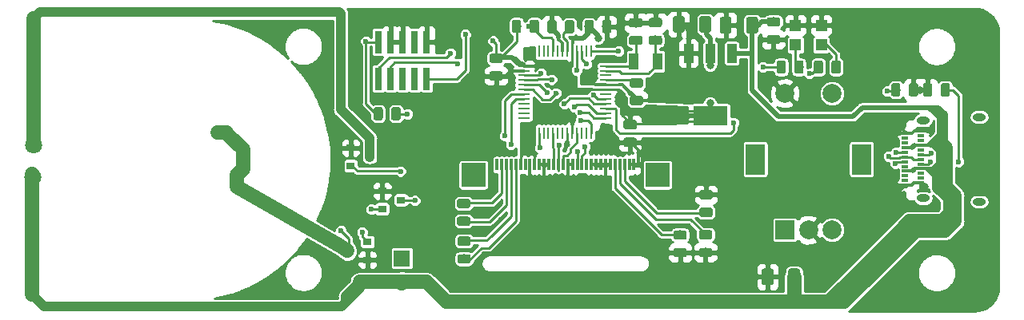
<source format=gbr>
G04 #@! TF.GenerationSoftware,KiCad,Pcbnew,5.0.2-bee76a0~70~ubuntu18.04.1*
G04 #@! TF.CreationDate,2019-06-21T11:09:07+02:00*
G04 #@! TF.ProjectId,RocketPCR,526f636b-6574-4504-9352-2e6b69636164,rev?*
G04 #@! TF.SameCoordinates,Original*
G04 #@! TF.FileFunction,Copper,L2,Bot*
G04 #@! TF.FilePolarity,Positive*
%FSLAX46Y46*%
G04 Gerber Fmt 4.6, Leading zero omitted, Abs format (unit mm)*
G04 Created by KiCad (PCBNEW 5.0.2-bee76a0~70~ubuntu18.04.1) date Fr 21 Jun 2019 11:09:07 CEST*
%MOMM*%
%LPD*%
G01*
G04 APERTURE LIST*
G04 #@! TA.AperFunction,SMDPad,CuDef*
%ADD10R,1.300000X0.250000*%
G04 #@! TD*
G04 #@! TA.AperFunction,SMDPad,CuDef*
%ADD11R,0.250000X1.300000*%
G04 #@! TD*
G04 #@! TA.AperFunction,SMDPad,CuDef*
%ADD12R,0.300000X1.250000*%
G04 #@! TD*
G04 #@! TA.AperFunction,SMDPad,CuDef*
%ADD13R,2.500000X2.500000*%
G04 #@! TD*
G04 #@! TA.AperFunction,SMDPad,CuDef*
%ADD14R,1.000000X1.800000*%
G04 #@! TD*
G04 #@! TA.AperFunction,SMDPad,CuDef*
%ADD15R,1.198880X1.198880*%
G04 #@! TD*
G04 #@! TA.AperFunction,SMDPad,CuDef*
%ADD16R,3.657600X2.032000*%
G04 #@! TD*
G04 #@! TA.AperFunction,SMDPad,CuDef*
%ADD17R,1.016000X2.032000*%
G04 #@! TD*
G04 #@! TA.AperFunction,ComponentPad*
%ADD18O,1.400000X0.800000*%
G04 #@! TD*
G04 #@! TA.AperFunction,SMDPad,CuDef*
%ADD19R,0.700000X0.300000*%
G04 #@! TD*
G04 #@! TA.AperFunction,SMDPad,CuDef*
%ADD20R,0.740000X2.400000*%
G04 #@! TD*
G04 #@! TA.AperFunction,ComponentPad*
%ADD21C,2.000000*%
G04 #@! TD*
G04 #@! TA.AperFunction,ComponentPad*
%ADD22R,2.000000X3.200000*%
G04 #@! TD*
G04 #@! TA.AperFunction,ComponentPad*
%ADD23R,2.000000X2.000000*%
G04 #@! TD*
G04 #@! TA.AperFunction,SMDPad,CuDef*
%ADD24R,0.900000X0.800000*%
G04 #@! TD*
G04 #@! TA.AperFunction,ComponentPad*
%ADD25R,1.700000X1.700000*%
G04 #@! TD*
G04 #@! TA.AperFunction,ComponentPad*
%ADD26O,1.700000X1.700000*%
G04 #@! TD*
G04 #@! TA.AperFunction,Conductor*
%ADD27C,0.100000*%
G04 #@! TD*
G04 #@! TA.AperFunction,SMDPad,CuDef*
%ADD28C,1.250000*%
G04 #@! TD*
G04 #@! TA.AperFunction,SMDPad,CuDef*
%ADD29C,0.975000*%
G04 #@! TD*
G04 #@! TA.AperFunction,BGAPad,CuDef*
%ADD30C,1.800000*%
G04 #@! TD*
G04 #@! TA.AperFunction,ViaPad*
%ADD31C,0.800000*%
G04 #@! TD*
G04 #@! TA.AperFunction,ViaPad*
%ADD32C,0.600000*%
G04 #@! TD*
G04 #@! TA.AperFunction,Conductor*
%ADD33C,0.300000*%
G04 #@! TD*
G04 #@! TA.AperFunction,Conductor*
%ADD34C,0.500000*%
G04 #@! TD*
G04 #@! TA.AperFunction,Conductor*
%ADD35C,0.250000*%
G04 #@! TD*
G04 #@! TA.AperFunction,Conductor*
%ADD36C,0.200000*%
G04 #@! TD*
G04 #@! TA.AperFunction,Conductor*
%ADD37C,1.500000*%
G04 #@! TD*
G04 #@! TA.AperFunction,Conductor*
%ADD38C,1.000000*%
G04 #@! TD*
G04 #@! TA.AperFunction,Conductor*
%ADD39C,0.750000*%
G04 #@! TD*
G04 #@! TA.AperFunction,Conductor*
%ADD40C,0.254000*%
G04 #@! TD*
G04 APERTURE END LIST*
D10*
G04 #@! TO.P,U2,1*
G04 #@! TO.N,Net-(C10-Pad2)*
X144027000Y-90061000D03*
G04 #@! TO.P,U2,2*
G04 #@! TO.N,Net-(C11-Pad2)*
X144027000Y-90561000D03*
G04 #@! TO.P,U2,3*
G04 #@! TO.N,N/C*
X144027000Y-91061000D03*
G04 #@! TO.P,U2,4*
G04 #@! TO.N,AREF*
X144027000Y-91561000D03*
G04 #@! TO.P,U2,5*
G04 #@! TO.N,GND*
X144027000Y-92061000D03*
G04 #@! TO.P,U2,6*
G04 #@! TO.N,+3V3*
X144027000Y-92561000D03*
G04 #@! TO.P,U2,7*
G04 #@! TO.N,N/C*
X144027000Y-93061000D03*
G04 #@! TO.P,U2,8*
G04 #@! TO.N,TEMP_BLOCK*
X144027000Y-93561000D03*
G04 #@! TO.P,U2,9*
G04 #@! TO.N,VSENS*
X144027000Y-94061000D03*
G04 #@! TO.P,U2,10*
G04 #@! TO.N,SW1*
X144027000Y-94561000D03*
G04 #@! TO.P,U2,11*
G04 #@! TO.N,BLOCK*
X144027000Y-95061000D03*
G04 #@! TO.P,U2,12*
G04 #@! TO.N,LID*
X144027000Y-95561000D03*
D11*
G04 #@! TO.P,U2,13*
G04 #@! TO.N,FAN*
X142427000Y-97161000D03*
G04 #@! TO.P,U2,14*
G04 #@! TO.N,N/C*
X141927000Y-97161000D03*
G04 #@! TO.P,U2,15*
X141427000Y-97161000D03*
G04 #@! TO.P,U2,16*
G04 #@! TO.N,DISP_DC*
X140927000Y-97161000D03*
G04 #@! TO.P,U2,17*
G04 #@! TO.N,+3V3*
X140427000Y-97161000D03*
G04 #@! TO.P,U2,18*
G04 #@! TO.N,GND*
X139927000Y-97161000D03*
G04 #@! TO.P,U2,19*
G04 #@! TO.N,N/C*
X139427000Y-97161000D03*
G04 #@! TO.P,U2,20*
X138927000Y-97161000D03*
G04 #@! TO.P,U2,21*
G04 #@! TO.N,DISP_CS*
X138427000Y-97161000D03*
G04 #@! TO.P,U2,22*
G04 #@! TO.N,N/C*
X137927000Y-97161000D03*
G04 #@! TO.P,U2,23*
X137427000Y-97161000D03*
G04 #@! TO.P,U2,24*
G04 #@! TO.N,DISP_RES*
X136927000Y-97161000D03*
D10*
G04 #@! TO.P,U2,25*
G04 #@! TO.N,N/C*
X135327000Y-95561000D03*
G04 #@! TO.P,U2,26*
X135327000Y-95061000D03*
G04 #@! TO.P,U2,27*
X135327000Y-94561000D03*
G04 #@! TO.P,U2,28*
X135327000Y-94061000D03*
G04 #@! TO.P,U2,29*
G04 #@! TO.N,ENC1*
X135327000Y-93561000D03*
G04 #@! TO.P,U2,30*
G04 #@! TO.N,ENC2*
X135327000Y-93061000D03*
G04 #@! TO.P,U2,31*
G04 #@! TO.N,DISP_SDA*
X135327000Y-92561000D03*
G04 #@! TO.P,U2,32*
G04 #@! TO.N,DISP_SCL*
X135327000Y-92061000D03*
G04 #@! TO.P,U2,33*
G04 #@! TO.N,D-*
X135327000Y-91561000D03*
G04 #@! TO.P,U2,34*
G04 #@! TO.N,D+*
X135327000Y-91061000D03*
G04 #@! TO.P,U2,35*
G04 #@! TO.N,GND*
X135327000Y-90561000D03*
G04 #@! TO.P,U2,36*
G04 #@! TO.N,+3V3*
X135327000Y-90061000D03*
D11*
G04 #@! TO.P,U2,37*
G04 #@! TO.N,N/C*
X136927000Y-88461000D03*
G04 #@! TO.P,U2,38*
X137427000Y-88461000D03*
G04 #@! TO.P,U2,39*
X137927000Y-88461000D03*
G04 #@! TO.P,U2,40*
G04 #@! TO.N,RESET*
X138427000Y-88461000D03*
G04 #@! TO.P,U2,41*
G04 #@! TO.N,N/C*
X138927000Y-88461000D03*
G04 #@! TO.P,U2,42*
G04 #@! TO.N,GND*
X139427000Y-88461000D03*
G04 #@! TO.P,U2,43*
G04 #@! TO.N,Net-(C1-Pad1)*
X139927000Y-88461000D03*
G04 #@! TO.P,U2,44*
G04 #@! TO.N,+3V3*
X140427000Y-88461000D03*
G04 #@! TO.P,U2,45*
G04 #@! TO.N,SWCLK*
X140927000Y-88461000D03*
G04 #@! TO.P,U2,46*
G04 #@! TO.N,SWDIO*
X141427000Y-88461000D03*
G04 #@! TO.P,U2,47*
G04 #@! TO.N,N/C*
X141927000Y-88461000D03*
G04 #@! TO.P,U2,48*
G04 #@! TO.N,RX_LED*
X142427000Y-88461000D03*
G04 #@! TD*
D12*
G04 #@! TO.P,S1,30*
G04 #@! TO.N,GND*
X146987000Y-100530000D03*
G04 #@! TO.P,S1,26*
G04 #@! TO.N,Net-(R7-Pad1)*
X144987000Y-100530000D03*
G04 #@! TO.P,S1,27*
G04 #@! TO.N,Net-(C17-Pad1)*
X145487000Y-100530000D03*
G04 #@! TO.P,S1,29*
G04 #@! TO.N,GND*
X146487000Y-100530000D03*
G04 #@! TO.P,S1,28*
G04 #@! TO.N,Net-(C15-Pad1)*
X145987000Y-100530000D03*
G04 #@! TO.P,S1,24*
G04 #@! TO.N,GND*
X143987000Y-100530000D03*
G04 #@! TO.P,S1,25*
X144487000Y-100530000D03*
G04 #@! TO.P,S1,23*
X143487000Y-100530000D03*
G04 #@! TO.P,S1,22*
X142987000Y-100530000D03*
G04 #@! TO.P,S1,16*
X139987000Y-100530000D03*
G04 #@! TO.P,S1,17*
X140487000Y-100530000D03*
G04 #@! TO.P,S1,19*
G04 #@! TO.N,DISP_SDA*
X141487000Y-100530000D03*
G04 #@! TO.P,S1,18*
G04 #@! TO.N,DISP_SCL*
X140987000Y-100530000D03*
G04 #@! TO.P,S1,21*
G04 #@! TO.N,GND*
X142487000Y-100530000D03*
G04 #@! TO.P,S1,20*
G04 #@! TO.N,N/C*
X141987000Y-100530000D03*
G04 #@! TO.P,S1,5*
G04 #@! TO.N,Net-(C16-Pad2)*
X134487000Y-100530000D03*
G04 #@! TO.P,S1,6*
G04 #@! TO.N,+3V3*
X134987000Y-100530000D03*
G04 #@! TO.P,S1,3*
G04 #@! TO.N,Net-(C14-Pad2)*
X133487000Y-100530000D03*
G04 #@! TO.P,S1,4*
G04 #@! TO.N,Net-(C16-Pad1)*
X133987000Y-100530000D03*
G04 #@! TO.P,S1,2*
G04 #@! TO.N,Net-(C14-Pad1)*
X132987000Y-100530000D03*
G04 #@! TO.P,S1,1*
G04 #@! TO.N,N/C*
X132487000Y-100530000D03*
G04 #@! TO.P,S1,7*
X135487000Y-100530000D03*
G04 #@! TO.P,S1,8*
G04 #@! TO.N,GND*
X135987000Y-100530000D03*
G04 #@! TO.P,S1,10*
X136987000Y-100530000D03*
G04 #@! TO.P,S1,9*
G04 #@! TO.N,+3V3*
X136487000Y-100530000D03*
G04 #@! TO.P,S1,13*
G04 #@! TO.N,DISP_CS*
X138487000Y-100530000D03*
G04 #@! TO.P,S1,14*
G04 #@! TO.N,DISP_RES*
X138987000Y-100530000D03*
G04 #@! TO.P,S1,12*
G04 #@! TO.N,GND*
X137987000Y-100530000D03*
G04 #@! TO.P,S1,11*
X137487000Y-100530000D03*
D13*
G04 #@! TO.P,S1,*
G04 #@! TO.N,*
X129987000Y-101630000D03*
X149487000Y-101630000D03*
D12*
G04 #@! TO.P,S1,15*
G04 #@! TO.N,DISP_DC*
X139487000Y-100530000D03*
G04 #@! TD*
D14*
G04 #@! TO.P,Y1,2*
G04 #@! TO.N,Net-(C11-Pad2)*
X149494000Y-89566400D03*
G04 #@! TO.P,Y1,1*
G04 #@! TO.N,Net-(C10-Pad2)*
X146994000Y-89566400D03*
G04 #@! TD*
D15*
G04 #@! TO.P,LED2,2*
G04 #@! TO.N,Net-(LED2-Pad2)*
X164077000Y-87829040D03*
G04 #@! TO.P,LED2,1*
G04 #@! TO.N,GND*
X164077000Y-85731000D03*
G04 #@! TD*
G04 #@! TO.P,LED1,2*
G04 #@! TO.N,Net-(LED1-Pad2)*
X166807000Y-87829040D03*
G04 #@! TO.P,LED1,1*
G04 #@! TO.N,GND*
X166807000Y-85731000D03*
G04 #@! TD*
D16*
G04 #@! TO.P,U1,2*
G04 #@! TO.N,+3V3*
X155057000Y-95329000D03*
D17*
X155057000Y-88725000D03*
G04 #@! TO.P,U1,3*
G04 #@! TO.N,V_USB*
X157343000Y-88725000D03*
G04 #@! TO.P,U1,1*
G04 #@! TO.N,GND*
X152771000Y-88725000D03*
G04 #@! TD*
D18*
G04 #@! TO.P,J3,S1*
G04 #@! TO.N,Net-(J3-PadS1)*
X177587000Y-95835000D03*
D19*
G04 #@! TO.P,J3,A1*
G04 #@! TO.N,GND*
X175677000Y-97215000D03*
G04 #@! TO.P,J3,A2*
G04 #@! TO.N,N/C*
X175677000Y-97715000D03*
G04 #@! TO.P,J3,A3*
X175677000Y-98215000D03*
G04 #@! TO.P,J3,A4*
G04 #@! TO.N,V_USB*
X175677000Y-98715000D03*
G04 #@! TO.P,J3,A5*
G04 #@! TO.N,Net-(J3-PadA5)*
X175677000Y-99215000D03*
G04 #@! TO.P,J3,A6*
G04 #@! TO.N,D+*
X175677000Y-99715000D03*
G04 #@! TO.P,J3,A7*
G04 #@! TO.N,D-*
X175677000Y-100215000D03*
G04 #@! TO.P,J3,A12*
G04 #@! TO.N,GND*
X175677000Y-102715000D03*
G04 #@! TO.P,J3,A10*
G04 #@! TO.N,N/C*
X175677000Y-101715000D03*
G04 #@! TO.P,J3,A9*
G04 #@! TO.N,V_USB*
X175677000Y-101215000D03*
G04 #@! TO.P,J3,A8*
G04 #@! TO.N,N/C*
X175677000Y-100715000D03*
G04 #@! TO.P,J3,A11*
X175677000Y-102215000D03*
G04 #@! TO.P,J3,B1*
G04 #@! TO.N,GND*
X177377000Y-102465000D03*
D18*
G04 #@! TO.P,J3,S1*
G04 #@! TO.N,Net-(J3-PadS1)*
X177587000Y-104095000D03*
X183537000Y-104455000D03*
X183537000Y-95475000D03*
D19*
G04 #@! TO.P,J3,B2*
G04 #@! TO.N,N/C*
X177377000Y-101965000D03*
G04 #@! TO.P,J3,B3*
X177377000Y-101465000D03*
G04 #@! TO.P,J3,B4*
G04 #@! TO.N,V_USB*
X177377000Y-100965000D03*
G04 #@! TO.P,J3,B5*
G04 #@! TO.N,Net-(J3-PadB5)*
X177377000Y-100465000D03*
G04 #@! TO.P,J3,B6*
G04 #@! TO.N,D+*
X177377000Y-99965000D03*
G04 #@! TO.P,J3,B7*
G04 #@! TO.N,D-*
X177377000Y-99465000D03*
G04 #@! TO.P,J3,B8*
G04 #@! TO.N,N/C*
X177377000Y-98965000D03*
G04 #@! TO.P,J3,B9*
G04 #@! TO.N,V_USB*
X177377000Y-98465000D03*
G04 #@! TO.P,J3,B10*
G04 #@! TO.N,N/C*
X177377000Y-97965000D03*
G04 #@! TO.P,J3,B11*
X177377000Y-97465000D03*
G04 #@! TO.P,J3,B12*
G04 #@! TO.N,GND*
X177377000Y-96965000D03*
G04 #@! TD*
D20*
G04 #@! TO.P,J2,10*
G04 #@! TO.N,RESET*
X125026000Y-91409000D03*
G04 #@! TO.P,J2,9*
G04 #@! TO.N,GND*
X125026000Y-87509000D03*
G04 #@! TO.P,J2,8*
G04 #@! TO.N,N/C*
X123756000Y-91409000D03*
G04 #@! TO.P,J2,7*
X123756000Y-87509000D03*
G04 #@! TO.P,J2,6*
X122486000Y-91409000D03*
G04 #@! TO.P,J2,5*
G04 #@! TO.N,GND*
X122486000Y-87509000D03*
G04 #@! TO.P,J2,4*
G04 #@! TO.N,SWCLK*
X121216000Y-91409000D03*
G04 #@! TO.P,J2,3*
G04 #@! TO.N,GND*
X121216000Y-87509000D03*
G04 #@! TO.P,J2,2*
G04 #@! TO.N,SWDIO*
X119946000Y-91409000D03*
G04 #@! TO.P,J2,1*
G04 #@! TO.N,+3V3*
X119946000Y-87509000D03*
G04 #@! TD*
D21*
G04 #@! TO.P,SW1,S1*
G04 #@! TO.N,SW1*
X167957000Y-92955000D03*
G04 #@! TO.P,SW1,S2*
G04 #@! TO.N,GND*
X162957000Y-92955000D03*
D22*
G04 #@! TO.P,SW1,MP*
G04 #@! TO.N,N/C*
X171057000Y-99955000D03*
X159857000Y-99955000D03*
D21*
G04 #@! TO.P,SW1,B*
G04 #@! TO.N,ENC2*
X167957000Y-107455000D03*
G04 #@! TO.P,SW1,C*
G04 #@! TO.N,GND*
X165457000Y-107455000D03*
D23*
G04 #@! TO.P,SW1,A*
G04 #@! TO.N,ENC1*
X162957000Y-107455000D03*
G04 #@! TD*
D24*
G04 #@! TO.P,Q2,1*
G04 #@! TO.N,FAN*
X120343000Y-105223000D03*
G04 #@! TO.P,Q2,2*
G04 #@! TO.N,GND*
X120343000Y-103323000D03*
G04 #@! TO.P,Q2,3*
G04 #@! TO.N,Net-(J1-Pad1)*
X122343000Y-104273000D03*
G04 #@! TD*
G04 #@! TO.P,Q1,1*
G04 #@! TO.N,BLOCK*
X118777600Y-108723000D03*
G04 #@! TO.P,Q1,2*
G04 #@! TO.N,GND*
X118777600Y-110623000D03*
G04 #@! TO.P,Q1,3*
G04 #@! TO.N,VSENS*
X116777600Y-109673000D03*
G04 #@! TD*
G04 #@! TO.P,Q3,1*
G04 #@! TO.N,LID*
X117015600Y-100651000D03*
G04 #@! TO.P,Q3,2*
G04 #@! TO.N,GND*
X117015600Y-98751000D03*
G04 #@! TO.P,Q3,3*
G04 #@! TO.N,Net-(Q3-Pad3)*
X119015600Y-99701000D03*
G04 #@! TD*
D25*
G04 #@! TO.P,J1,1*
G04 #@! TO.N,Net-(J1-Pad1)*
X122435200Y-110470600D03*
D26*
G04 #@! TO.P,J1,2*
G04 #@! TO.N,V_USB*
X122435200Y-113010600D03*
G04 #@! TD*
D27*
G04 #@! TO.N,V_USB*
G04 #@! TO.C,C2*
G36*
X159896504Y-84861204D02*
X159920773Y-84864804D01*
X159944571Y-84870765D01*
X159967671Y-84879030D01*
X159989849Y-84889520D01*
X160010893Y-84902133D01*
X160030598Y-84916747D01*
X160048777Y-84933223D01*
X160065253Y-84951402D01*
X160079867Y-84971107D01*
X160092480Y-84992151D01*
X160102970Y-85014329D01*
X160111235Y-85037429D01*
X160117196Y-85061227D01*
X160120796Y-85085496D01*
X160122000Y-85110000D01*
X160122000Y-86360000D01*
X160120796Y-86384504D01*
X160117196Y-86408773D01*
X160111235Y-86432571D01*
X160102970Y-86455671D01*
X160092480Y-86477849D01*
X160079867Y-86498893D01*
X160065253Y-86518598D01*
X160048777Y-86536777D01*
X160030598Y-86553253D01*
X160010893Y-86567867D01*
X159989849Y-86580480D01*
X159967671Y-86590970D01*
X159944571Y-86599235D01*
X159920773Y-86605196D01*
X159896504Y-86608796D01*
X159872000Y-86610000D01*
X159122000Y-86610000D01*
X159097496Y-86608796D01*
X159073227Y-86605196D01*
X159049429Y-86599235D01*
X159026329Y-86590970D01*
X159004151Y-86580480D01*
X158983107Y-86567867D01*
X158963402Y-86553253D01*
X158945223Y-86536777D01*
X158928747Y-86518598D01*
X158914133Y-86498893D01*
X158901520Y-86477849D01*
X158891030Y-86455671D01*
X158882765Y-86432571D01*
X158876804Y-86408773D01*
X158873204Y-86384504D01*
X158872000Y-86360000D01*
X158872000Y-85110000D01*
X158873204Y-85085496D01*
X158876804Y-85061227D01*
X158882765Y-85037429D01*
X158891030Y-85014329D01*
X158901520Y-84992151D01*
X158914133Y-84971107D01*
X158928747Y-84951402D01*
X158945223Y-84933223D01*
X158963402Y-84916747D01*
X158983107Y-84902133D01*
X159004151Y-84889520D01*
X159026329Y-84879030D01*
X159049429Y-84870765D01*
X159073227Y-84864804D01*
X159097496Y-84861204D01*
X159122000Y-84860000D01*
X159872000Y-84860000D01*
X159896504Y-84861204D01*
X159896504Y-84861204D01*
G37*
D28*
G04 #@! TD*
G04 #@! TO.P,C2,1*
G04 #@! TO.N,V_USB*
X159497000Y-85735000D03*
D27*
G04 #@! TO.N,GND*
G04 #@! TO.C,C2*
G36*
X157096504Y-84861204D02*
X157120773Y-84864804D01*
X157144571Y-84870765D01*
X157167671Y-84879030D01*
X157189849Y-84889520D01*
X157210893Y-84902133D01*
X157230598Y-84916747D01*
X157248777Y-84933223D01*
X157265253Y-84951402D01*
X157279867Y-84971107D01*
X157292480Y-84992151D01*
X157302970Y-85014329D01*
X157311235Y-85037429D01*
X157317196Y-85061227D01*
X157320796Y-85085496D01*
X157322000Y-85110000D01*
X157322000Y-86360000D01*
X157320796Y-86384504D01*
X157317196Y-86408773D01*
X157311235Y-86432571D01*
X157302970Y-86455671D01*
X157292480Y-86477849D01*
X157279867Y-86498893D01*
X157265253Y-86518598D01*
X157248777Y-86536777D01*
X157230598Y-86553253D01*
X157210893Y-86567867D01*
X157189849Y-86580480D01*
X157167671Y-86590970D01*
X157144571Y-86599235D01*
X157120773Y-86605196D01*
X157096504Y-86608796D01*
X157072000Y-86610000D01*
X156322000Y-86610000D01*
X156297496Y-86608796D01*
X156273227Y-86605196D01*
X156249429Y-86599235D01*
X156226329Y-86590970D01*
X156204151Y-86580480D01*
X156183107Y-86567867D01*
X156163402Y-86553253D01*
X156145223Y-86536777D01*
X156128747Y-86518598D01*
X156114133Y-86498893D01*
X156101520Y-86477849D01*
X156091030Y-86455671D01*
X156082765Y-86432571D01*
X156076804Y-86408773D01*
X156073204Y-86384504D01*
X156072000Y-86360000D01*
X156072000Y-85110000D01*
X156073204Y-85085496D01*
X156076804Y-85061227D01*
X156082765Y-85037429D01*
X156091030Y-85014329D01*
X156101520Y-84992151D01*
X156114133Y-84971107D01*
X156128747Y-84951402D01*
X156145223Y-84933223D01*
X156163402Y-84916747D01*
X156183107Y-84902133D01*
X156204151Y-84889520D01*
X156226329Y-84879030D01*
X156249429Y-84870765D01*
X156273227Y-84864804D01*
X156297496Y-84861204D01*
X156322000Y-84860000D01*
X157072000Y-84860000D01*
X157096504Y-84861204D01*
X157096504Y-84861204D01*
G37*
D28*
G04 #@! TD*
G04 #@! TO.P,C2,2*
G04 #@! TO.N,GND*
X156697000Y-85735000D03*
D27*
G04 #@! TO.N,V_USB*
G04 #@! TO.C,C3*
G36*
X164341304Y-111552604D02*
X164365573Y-111556204D01*
X164389371Y-111562165D01*
X164412471Y-111570430D01*
X164434649Y-111580920D01*
X164455693Y-111593533D01*
X164475398Y-111608147D01*
X164493577Y-111624623D01*
X164510053Y-111642802D01*
X164524667Y-111662507D01*
X164537280Y-111683551D01*
X164547770Y-111705729D01*
X164556035Y-111728829D01*
X164561996Y-111752627D01*
X164565596Y-111776896D01*
X164566800Y-111801400D01*
X164566800Y-113051400D01*
X164565596Y-113075904D01*
X164561996Y-113100173D01*
X164556035Y-113123971D01*
X164547770Y-113147071D01*
X164537280Y-113169249D01*
X164524667Y-113190293D01*
X164510053Y-113209998D01*
X164493577Y-113228177D01*
X164475398Y-113244653D01*
X164455693Y-113259267D01*
X164434649Y-113271880D01*
X164412471Y-113282370D01*
X164389371Y-113290635D01*
X164365573Y-113296596D01*
X164341304Y-113300196D01*
X164316800Y-113301400D01*
X163566800Y-113301400D01*
X163542296Y-113300196D01*
X163518027Y-113296596D01*
X163494229Y-113290635D01*
X163471129Y-113282370D01*
X163448951Y-113271880D01*
X163427907Y-113259267D01*
X163408202Y-113244653D01*
X163390023Y-113228177D01*
X163373547Y-113209998D01*
X163358933Y-113190293D01*
X163346320Y-113169249D01*
X163335830Y-113147071D01*
X163327565Y-113123971D01*
X163321604Y-113100173D01*
X163318004Y-113075904D01*
X163316800Y-113051400D01*
X163316800Y-111801400D01*
X163318004Y-111776896D01*
X163321604Y-111752627D01*
X163327565Y-111728829D01*
X163335830Y-111705729D01*
X163346320Y-111683551D01*
X163358933Y-111662507D01*
X163373547Y-111642802D01*
X163390023Y-111624623D01*
X163408202Y-111608147D01*
X163427907Y-111593533D01*
X163448951Y-111580920D01*
X163471129Y-111570430D01*
X163494229Y-111562165D01*
X163518027Y-111556204D01*
X163542296Y-111552604D01*
X163566800Y-111551400D01*
X164316800Y-111551400D01*
X164341304Y-111552604D01*
X164341304Y-111552604D01*
G37*
D28*
G04 #@! TD*
G04 #@! TO.P,C3,1*
G04 #@! TO.N,V_USB*
X163941800Y-112426400D03*
D27*
G04 #@! TO.N,GND*
G04 #@! TO.C,C3*
G36*
X161541304Y-111552604D02*
X161565573Y-111556204D01*
X161589371Y-111562165D01*
X161612471Y-111570430D01*
X161634649Y-111580920D01*
X161655693Y-111593533D01*
X161675398Y-111608147D01*
X161693577Y-111624623D01*
X161710053Y-111642802D01*
X161724667Y-111662507D01*
X161737280Y-111683551D01*
X161747770Y-111705729D01*
X161756035Y-111728829D01*
X161761996Y-111752627D01*
X161765596Y-111776896D01*
X161766800Y-111801400D01*
X161766800Y-113051400D01*
X161765596Y-113075904D01*
X161761996Y-113100173D01*
X161756035Y-113123971D01*
X161747770Y-113147071D01*
X161737280Y-113169249D01*
X161724667Y-113190293D01*
X161710053Y-113209998D01*
X161693577Y-113228177D01*
X161675398Y-113244653D01*
X161655693Y-113259267D01*
X161634649Y-113271880D01*
X161612471Y-113282370D01*
X161589371Y-113290635D01*
X161565573Y-113296596D01*
X161541304Y-113300196D01*
X161516800Y-113301400D01*
X160766800Y-113301400D01*
X160742296Y-113300196D01*
X160718027Y-113296596D01*
X160694229Y-113290635D01*
X160671129Y-113282370D01*
X160648951Y-113271880D01*
X160627907Y-113259267D01*
X160608202Y-113244653D01*
X160590023Y-113228177D01*
X160573547Y-113209998D01*
X160558933Y-113190293D01*
X160546320Y-113169249D01*
X160535830Y-113147071D01*
X160527565Y-113123971D01*
X160521604Y-113100173D01*
X160518004Y-113075904D01*
X160516800Y-113051400D01*
X160516800Y-111801400D01*
X160518004Y-111776896D01*
X160521604Y-111752627D01*
X160527565Y-111728829D01*
X160535830Y-111705729D01*
X160546320Y-111683551D01*
X160558933Y-111662507D01*
X160573547Y-111642802D01*
X160590023Y-111624623D01*
X160608202Y-111608147D01*
X160627907Y-111593533D01*
X160648951Y-111580920D01*
X160671129Y-111570430D01*
X160694229Y-111562165D01*
X160718027Y-111556204D01*
X160742296Y-111552604D01*
X160766800Y-111551400D01*
X161516800Y-111551400D01*
X161541304Y-111552604D01*
X161541304Y-111552604D01*
G37*
D28*
G04 #@! TD*
G04 #@! TO.P,C3,2*
G04 #@! TO.N,GND*
X161141800Y-112426400D03*
D27*
G04 #@! TO.N,GND*
G04 #@! TO.C,C4*
G36*
X162234542Y-86766374D02*
X162258203Y-86769884D01*
X162281407Y-86775696D01*
X162303929Y-86783754D01*
X162325553Y-86793982D01*
X162346070Y-86806279D01*
X162365283Y-86820529D01*
X162383007Y-86836593D01*
X162399071Y-86854317D01*
X162413321Y-86873530D01*
X162425618Y-86894047D01*
X162435846Y-86915671D01*
X162443904Y-86938193D01*
X162449716Y-86961397D01*
X162453226Y-86985058D01*
X162454400Y-87008950D01*
X162454400Y-87496450D01*
X162453226Y-87520342D01*
X162449716Y-87544003D01*
X162443904Y-87567207D01*
X162435846Y-87589729D01*
X162425618Y-87611353D01*
X162413321Y-87631870D01*
X162399071Y-87651083D01*
X162383007Y-87668807D01*
X162365283Y-87684871D01*
X162346070Y-87699121D01*
X162325553Y-87711418D01*
X162303929Y-87721646D01*
X162281407Y-87729704D01*
X162258203Y-87735516D01*
X162234542Y-87739026D01*
X162210650Y-87740200D01*
X161298150Y-87740200D01*
X161274258Y-87739026D01*
X161250597Y-87735516D01*
X161227393Y-87729704D01*
X161204871Y-87721646D01*
X161183247Y-87711418D01*
X161162730Y-87699121D01*
X161143517Y-87684871D01*
X161125793Y-87668807D01*
X161109729Y-87651083D01*
X161095479Y-87631870D01*
X161083182Y-87611353D01*
X161072954Y-87589729D01*
X161064896Y-87567207D01*
X161059084Y-87544003D01*
X161055574Y-87520342D01*
X161054400Y-87496450D01*
X161054400Y-87008950D01*
X161055574Y-86985058D01*
X161059084Y-86961397D01*
X161064896Y-86938193D01*
X161072954Y-86915671D01*
X161083182Y-86894047D01*
X161095479Y-86873530D01*
X161109729Y-86854317D01*
X161125793Y-86836593D01*
X161143517Y-86820529D01*
X161162730Y-86806279D01*
X161183247Y-86793982D01*
X161204871Y-86783754D01*
X161227393Y-86775696D01*
X161250597Y-86769884D01*
X161274258Y-86766374D01*
X161298150Y-86765200D01*
X162210650Y-86765200D01*
X162234542Y-86766374D01*
X162234542Y-86766374D01*
G37*
D29*
G04 #@! TD*
G04 #@! TO.P,C4,1*
G04 #@! TO.N,GND*
X161754400Y-87252700D03*
D27*
G04 #@! TO.N,V_USB*
G04 #@! TO.C,C4*
G36*
X162234542Y-84891374D02*
X162258203Y-84894884D01*
X162281407Y-84900696D01*
X162303929Y-84908754D01*
X162325553Y-84918982D01*
X162346070Y-84931279D01*
X162365283Y-84945529D01*
X162383007Y-84961593D01*
X162399071Y-84979317D01*
X162413321Y-84998530D01*
X162425618Y-85019047D01*
X162435846Y-85040671D01*
X162443904Y-85063193D01*
X162449716Y-85086397D01*
X162453226Y-85110058D01*
X162454400Y-85133950D01*
X162454400Y-85621450D01*
X162453226Y-85645342D01*
X162449716Y-85669003D01*
X162443904Y-85692207D01*
X162435846Y-85714729D01*
X162425618Y-85736353D01*
X162413321Y-85756870D01*
X162399071Y-85776083D01*
X162383007Y-85793807D01*
X162365283Y-85809871D01*
X162346070Y-85824121D01*
X162325553Y-85836418D01*
X162303929Y-85846646D01*
X162281407Y-85854704D01*
X162258203Y-85860516D01*
X162234542Y-85864026D01*
X162210650Y-85865200D01*
X161298150Y-85865200D01*
X161274258Y-85864026D01*
X161250597Y-85860516D01*
X161227393Y-85854704D01*
X161204871Y-85846646D01*
X161183247Y-85836418D01*
X161162730Y-85824121D01*
X161143517Y-85809871D01*
X161125793Y-85793807D01*
X161109729Y-85776083D01*
X161095479Y-85756870D01*
X161083182Y-85736353D01*
X161072954Y-85714729D01*
X161064896Y-85692207D01*
X161059084Y-85669003D01*
X161055574Y-85645342D01*
X161054400Y-85621450D01*
X161054400Y-85133950D01*
X161055574Y-85110058D01*
X161059084Y-85086397D01*
X161064896Y-85063193D01*
X161072954Y-85040671D01*
X161083182Y-85019047D01*
X161095479Y-84998530D01*
X161109729Y-84979317D01*
X161125793Y-84961593D01*
X161143517Y-84945529D01*
X161162730Y-84931279D01*
X161183247Y-84918982D01*
X161204871Y-84908754D01*
X161227393Y-84900696D01*
X161250597Y-84894884D01*
X161274258Y-84891374D01*
X161298150Y-84890200D01*
X162210650Y-84890200D01*
X162234542Y-84891374D01*
X162234542Y-84891374D01*
G37*
D29*
G04 #@! TD*
G04 #@! TO.P,C4,2*
G04 #@! TO.N,V_USB*
X161754400Y-85377700D03*
D27*
G04 #@! TO.N,TEMP_BLOCK*
G04 #@! TO.C,R4*
G36*
X122065542Y-94430174D02*
X122089203Y-94433684D01*
X122112407Y-94439496D01*
X122134929Y-94447554D01*
X122156553Y-94457782D01*
X122177070Y-94470079D01*
X122196283Y-94484329D01*
X122214007Y-94500393D01*
X122230071Y-94518117D01*
X122244321Y-94537330D01*
X122256618Y-94557847D01*
X122266846Y-94579471D01*
X122274904Y-94601993D01*
X122280716Y-94625197D01*
X122284226Y-94648858D01*
X122285400Y-94672750D01*
X122285400Y-95585250D01*
X122284226Y-95609142D01*
X122280716Y-95632803D01*
X122274904Y-95656007D01*
X122266846Y-95678529D01*
X122256618Y-95700153D01*
X122244321Y-95720670D01*
X122230071Y-95739883D01*
X122214007Y-95757607D01*
X122196283Y-95773671D01*
X122177070Y-95787921D01*
X122156553Y-95800218D01*
X122134929Y-95810446D01*
X122112407Y-95818504D01*
X122089203Y-95824316D01*
X122065542Y-95827826D01*
X122041650Y-95829000D01*
X121554150Y-95829000D01*
X121530258Y-95827826D01*
X121506597Y-95824316D01*
X121483393Y-95818504D01*
X121460871Y-95810446D01*
X121439247Y-95800218D01*
X121418730Y-95787921D01*
X121399517Y-95773671D01*
X121381793Y-95757607D01*
X121365729Y-95739883D01*
X121351479Y-95720670D01*
X121339182Y-95700153D01*
X121328954Y-95678529D01*
X121320896Y-95656007D01*
X121315084Y-95632803D01*
X121311574Y-95609142D01*
X121310400Y-95585250D01*
X121310400Y-94672750D01*
X121311574Y-94648858D01*
X121315084Y-94625197D01*
X121320896Y-94601993D01*
X121328954Y-94579471D01*
X121339182Y-94557847D01*
X121351479Y-94537330D01*
X121365729Y-94518117D01*
X121381793Y-94500393D01*
X121399517Y-94484329D01*
X121418730Y-94470079D01*
X121439247Y-94457782D01*
X121460871Y-94447554D01*
X121483393Y-94439496D01*
X121506597Y-94433684D01*
X121530258Y-94430174D01*
X121554150Y-94429000D01*
X122041650Y-94429000D01*
X122065542Y-94430174D01*
X122065542Y-94430174D01*
G37*
D29*
G04 #@! TD*
G04 #@! TO.P,R4,1*
G04 #@! TO.N,TEMP_BLOCK*
X121797900Y-95129000D03*
D27*
G04 #@! TO.N,+3V3*
G04 #@! TO.C,R4*
G36*
X120190542Y-94430174D02*
X120214203Y-94433684D01*
X120237407Y-94439496D01*
X120259929Y-94447554D01*
X120281553Y-94457782D01*
X120302070Y-94470079D01*
X120321283Y-94484329D01*
X120339007Y-94500393D01*
X120355071Y-94518117D01*
X120369321Y-94537330D01*
X120381618Y-94557847D01*
X120391846Y-94579471D01*
X120399904Y-94601993D01*
X120405716Y-94625197D01*
X120409226Y-94648858D01*
X120410400Y-94672750D01*
X120410400Y-95585250D01*
X120409226Y-95609142D01*
X120405716Y-95632803D01*
X120399904Y-95656007D01*
X120391846Y-95678529D01*
X120381618Y-95700153D01*
X120369321Y-95720670D01*
X120355071Y-95739883D01*
X120339007Y-95757607D01*
X120321283Y-95773671D01*
X120302070Y-95787921D01*
X120281553Y-95800218D01*
X120259929Y-95810446D01*
X120237407Y-95818504D01*
X120214203Y-95824316D01*
X120190542Y-95827826D01*
X120166650Y-95829000D01*
X119679150Y-95829000D01*
X119655258Y-95827826D01*
X119631597Y-95824316D01*
X119608393Y-95818504D01*
X119585871Y-95810446D01*
X119564247Y-95800218D01*
X119543730Y-95787921D01*
X119524517Y-95773671D01*
X119506793Y-95757607D01*
X119490729Y-95739883D01*
X119476479Y-95720670D01*
X119464182Y-95700153D01*
X119453954Y-95678529D01*
X119445896Y-95656007D01*
X119440084Y-95632803D01*
X119436574Y-95609142D01*
X119435400Y-95585250D01*
X119435400Y-94672750D01*
X119436574Y-94648858D01*
X119440084Y-94625197D01*
X119445896Y-94601993D01*
X119453954Y-94579471D01*
X119464182Y-94557847D01*
X119476479Y-94537330D01*
X119490729Y-94518117D01*
X119506793Y-94500393D01*
X119524517Y-94484329D01*
X119543730Y-94470079D01*
X119564247Y-94457782D01*
X119585871Y-94447554D01*
X119608393Y-94439496D01*
X119631597Y-94433684D01*
X119655258Y-94430174D01*
X119679150Y-94429000D01*
X120166650Y-94429000D01*
X120190542Y-94430174D01*
X120190542Y-94430174D01*
G37*
D29*
G04 #@! TD*
G04 #@! TO.P,R4,2*
G04 #@! TO.N,+3V3*
X119922900Y-95129000D03*
D27*
G04 #@! TO.N,GND*
G04 #@! TO.C,C1*
G36*
X138580142Y-85184574D02*
X138603803Y-85188084D01*
X138627007Y-85193896D01*
X138649529Y-85201954D01*
X138671153Y-85212182D01*
X138691670Y-85224479D01*
X138710883Y-85238729D01*
X138728607Y-85254793D01*
X138744671Y-85272517D01*
X138758921Y-85291730D01*
X138771218Y-85312247D01*
X138781446Y-85333871D01*
X138789504Y-85356393D01*
X138795316Y-85379597D01*
X138798826Y-85403258D01*
X138800000Y-85427150D01*
X138800000Y-86339650D01*
X138798826Y-86363542D01*
X138795316Y-86387203D01*
X138789504Y-86410407D01*
X138781446Y-86432929D01*
X138771218Y-86454553D01*
X138758921Y-86475070D01*
X138744671Y-86494283D01*
X138728607Y-86512007D01*
X138710883Y-86528071D01*
X138691670Y-86542321D01*
X138671153Y-86554618D01*
X138649529Y-86564846D01*
X138627007Y-86572904D01*
X138603803Y-86578716D01*
X138580142Y-86582226D01*
X138556250Y-86583400D01*
X138068750Y-86583400D01*
X138044858Y-86582226D01*
X138021197Y-86578716D01*
X137997993Y-86572904D01*
X137975471Y-86564846D01*
X137953847Y-86554618D01*
X137933330Y-86542321D01*
X137914117Y-86528071D01*
X137896393Y-86512007D01*
X137880329Y-86494283D01*
X137866079Y-86475070D01*
X137853782Y-86454553D01*
X137843554Y-86432929D01*
X137835496Y-86410407D01*
X137829684Y-86387203D01*
X137826174Y-86363542D01*
X137825000Y-86339650D01*
X137825000Y-85427150D01*
X137826174Y-85403258D01*
X137829684Y-85379597D01*
X137835496Y-85356393D01*
X137843554Y-85333871D01*
X137853782Y-85312247D01*
X137866079Y-85291730D01*
X137880329Y-85272517D01*
X137896393Y-85254793D01*
X137914117Y-85238729D01*
X137933330Y-85224479D01*
X137953847Y-85212182D01*
X137975471Y-85201954D01*
X137997993Y-85193896D01*
X138021197Y-85188084D01*
X138044858Y-85184574D01*
X138068750Y-85183400D01*
X138556250Y-85183400D01*
X138580142Y-85184574D01*
X138580142Y-85184574D01*
G37*
D29*
G04 #@! TD*
G04 #@! TO.P,C1,2*
G04 #@! TO.N,GND*
X138312500Y-85883400D03*
D27*
G04 #@! TO.N,Net-(C1-Pad1)*
G04 #@! TO.C,C1*
G36*
X140455142Y-85184574D02*
X140478803Y-85188084D01*
X140502007Y-85193896D01*
X140524529Y-85201954D01*
X140546153Y-85212182D01*
X140566670Y-85224479D01*
X140585883Y-85238729D01*
X140603607Y-85254793D01*
X140619671Y-85272517D01*
X140633921Y-85291730D01*
X140646218Y-85312247D01*
X140656446Y-85333871D01*
X140664504Y-85356393D01*
X140670316Y-85379597D01*
X140673826Y-85403258D01*
X140675000Y-85427150D01*
X140675000Y-86339650D01*
X140673826Y-86363542D01*
X140670316Y-86387203D01*
X140664504Y-86410407D01*
X140656446Y-86432929D01*
X140646218Y-86454553D01*
X140633921Y-86475070D01*
X140619671Y-86494283D01*
X140603607Y-86512007D01*
X140585883Y-86528071D01*
X140566670Y-86542321D01*
X140546153Y-86554618D01*
X140524529Y-86564846D01*
X140502007Y-86572904D01*
X140478803Y-86578716D01*
X140455142Y-86582226D01*
X140431250Y-86583400D01*
X139943750Y-86583400D01*
X139919858Y-86582226D01*
X139896197Y-86578716D01*
X139872993Y-86572904D01*
X139850471Y-86564846D01*
X139828847Y-86554618D01*
X139808330Y-86542321D01*
X139789117Y-86528071D01*
X139771393Y-86512007D01*
X139755329Y-86494283D01*
X139741079Y-86475070D01*
X139728782Y-86454553D01*
X139718554Y-86432929D01*
X139710496Y-86410407D01*
X139704684Y-86387203D01*
X139701174Y-86363542D01*
X139700000Y-86339650D01*
X139700000Y-85427150D01*
X139701174Y-85403258D01*
X139704684Y-85379597D01*
X139710496Y-85356393D01*
X139718554Y-85333871D01*
X139728782Y-85312247D01*
X139741079Y-85291730D01*
X139755329Y-85272517D01*
X139771393Y-85254793D01*
X139789117Y-85238729D01*
X139808330Y-85224479D01*
X139828847Y-85212182D01*
X139850471Y-85201954D01*
X139872993Y-85193896D01*
X139896197Y-85188084D01*
X139919858Y-85184574D01*
X139943750Y-85183400D01*
X140431250Y-85183400D01*
X140455142Y-85184574D01*
X140455142Y-85184574D01*
G37*
D29*
G04 #@! TD*
G04 #@! TO.P,C1,1*
G04 #@! TO.N,Net-(C1-Pad1)*
X140187500Y-85883400D03*
D27*
G04 #@! TO.N,+3V3*
G04 #@! TO.C,C5*
G36*
X154936504Y-84761204D02*
X154960773Y-84764804D01*
X154984571Y-84770765D01*
X155007671Y-84779030D01*
X155029849Y-84789520D01*
X155050893Y-84802133D01*
X155070598Y-84816747D01*
X155088777Y-84833223D01*
X155105253Y-84851402D01*
X155119867Y-84871107D01*
X155132480Y-84892151D01*
X155142970Y-84914329D01*
X155151235Y-84937429D01*
X155157196Y-84961227D01*
X155160796Y-84985496D01*
X155162000Y-85010000D01*
X155162000Y-86260000D01*
X155160796Y-86284504D01*
X155157196Y-86308773D01*
X155151235Y-86332571D01*
X155142970Y-86355671D01*
X155132480Y-86377849D01*
X155119867Y-86398893D01*
X155105253Y-86418598D01*
X155088777Y-86436777D01*
X155070598Y-86453253D01*
X155050893Y-86467867D01*
X155029849Y-86480480D01*
X155007671Y-86490970D01*
X154984571Y-86499235D01*
X154960773Y-86505196D01*
X154936504Y-86508796D01*
X154912000Y-86510000D01*
X154162000Y-86510000D01*
X154137496Y-86508796D01*
X154113227Y-86505196D01*
X154089429Y-86499235D01*
X154066329Y-86490970D01*
X154044151Y-86480480D01*
X154023107Y-86467867D01*
X154003402Y-86453253D01*
X153985223Y-86436777D01*
X153968747Y-86418598D01*
X153954133Y-86398893D01*
X153941520Y-86377849D01*
X153931030Y-86355671D01*
X153922765Y-86332571D01*
X153916804Y-86308773D01*
X153913204Y-86284504D01*
X153912000Y-86260000D01*
X153912000Y-85010000D01*
X153913204Y-84985496D01*
X153916804Y-84961227D01*
X153922765Y-84937429D01*
X153931030Y-84914329D01*
X153941520Y-84892151D01*
X153954133Y-84871107D01*
X153968747Y-84851402D01*
X153985223Y-84833223D01*
X154003402Y-84816747D01*
X154023107Y-84802133D01*
X154044151Y-84789520D01*
X154066329Y-84779030D01*
X154089429Y-84770765D01*
X154113227Y-84764804D01*
X154137496Y-84761204D01*
X154162000Y-84760000D01*
X154912000Y-84760000D01*
X154936504Y-84761204D01*
X154936504Y-84761204D01*
G37*
D28*
G04 #@! TD*
G04 #@! TO.P,C5,1*
G04 #@! TO.N,+3V3*
X154537000Y-85635000D03*
D27*
G04 #@! TO.N,GND*
G04 #@! TO.C,C5*
G36*
X152136504Y-84761204D02*
X152160773Y-84764804D01*
X152184571Y-84770765D01*
X152207671Y-84779030D01*
X152229849Y-84789520D01*
X152250893Y-84802133D01*
X152270598Y-84816747D01*
X152288777Y-84833223D01*
X152305253Y-84851402D01*
X152319867Y-84871107D01*
X152332480Y-84892151D01*
X152342970Y-84914329D01*
X152351235Y-84937429D01*
X152357196Y-84961227D01*
X152360796Y-84985496D01*
X152362000Y-85010000D01*
X152362000Y-86260000D01*
X152360796Y-86284504D01*
X152357196Y-86308773D01*
X152351235Y-86332571D01*
X152342970Y-86355671D01*
X152332480Y-86377849D01*
X152319867Y-86398893D01*
X152305253Y-86418598D01*
X152288777Y-86436777D01*
X152270598Y-86453253D01*
X152250893Y-86467867D01*
X152229849Y-86480480D01*
X152207671Y-86490970D01*
X152184571Y-86499235D01*
X152160773Y-86505196D01*
X152136504Y-86508796D01*
X152112000Y-86510000D01*
X151362000Y-86510000D01*
X151337496Y-86508796D01*
X151313227Y-86505196D01*
X151289429Y-86499235D01*
X151266329Y-86490970D01*
X151244151Y-86480480D01*
X151223107Y-86467867D01*
X151203402Y-86453253D01*
X151185223Y-86436777D01*
X151168747Y-86418598D01*
X151154133Y-86398893D01*
X151141520Y-86377849D01*
X151131030Y-86355671D01*
X151122765Y-86332571D01*
X151116804Y-86308773D01*
X151113204Y-86284504D01*
X151112000Y-86260000D01*
X151112000Y-85010000D01*
X151113204Y-84985496D01*
X151116804Y-84961227D01*
X151122765Y-84937429D01*
X151131030Y-84914329D01*
X151141520Y-84892151D01*
X151154133Y-84871107D01*
X151168747Y-84851402D01*
X151185223Y-84833223D01*
X151203402Y-84816747D01*
X151223107Y-84802133D01*
X151244151Y-84789520D01*
X151266329Y-84779030D01*
X151289429Y-84770765D01*
X151313227Y-84764804D01*
X151337496Y-84761204D01*
X151362000Y-84760000D01*
X152112000Y-84760000D01*
X152136504Y-84761204D01*
X152136504Y-84761204D01*
G37*
D28*
G04 #@! TD*
G04 #@! TO.P,C5,2*
G04 #@! TO.N,GND*
X151737000Y-85635000D03*
D27*
G04 #@! TO.N,+3V3*
G04 #@! TO.C,C7*
G36*
X142501142Y-85184574D02*
X142524803Y-85188084D01*
X142548007Y-85193896D01*
X142570529Y-85201954D01*
X142592153Y-85212182D01*
X142612670Y-85224479D01*
X142631883Y-85238729D01*
X142649607Y-85254793D01*
X142665671Y-85272517D01*
X142679921Y-85291730D01*
X142692218Y-85312247D01*
X142702446Y-85333871D01*
X142710504Y-85356393D01*
X142716316Y-85379597D01*
X142719826Y-85403258D01*
X142721000Y-85427150D01*
X142721000Y-86339650D01*
X142719826Y-86363542D01*
X142716316Y-86387203D01*
X142710504Y-86410407D01*
X142702446Y-86432929D01*
X142692218Y-86454553D01*
X142679921Y-86475070D01*
X142665671Y-86494283D01*
X142649607Y-86512007D01*
X142631883Y-86528071D01*
X142612670Y-86542321D01*
X142592153Y-86554618D01*
X142570529Y-86564846D01*
X142548007Y-86572904D01*
X142524803Y-86578716D01*
X142501142Y-86582226D01*
X142477250Y-86583400D01*
X141989750Y-86583400D01*
X141965858Y-86582226D01*
X141942197Y-86578716D01*
X141918993Y-86572904D01*
X141896471Y-86564846D01*
X141874847Y-86554618D01*
X141854330Y-86542321D01*
X141835117Y-86528071D01*
X141817393Y-86512007D01*
X141801329Y-86494283D01*
X141787079Y-86475070D01*
X141774782Y-86454553D01*
X141764554Y-86432929D01*
X141756496Y-86410407D01*
X141750684Y-86387203D01*
X141747174Y-86363542D01*
X141746000Y-86339650D01*
X141746000Y-85427150D01*
X141747174Y-85403258D01*
X141750684Y-85379597D01*
X141756496Y-85356393D01*
X141764554Y-85333871D01*
X141774782Y-85312247D01*
X141787079Y-85291730D01*
X141801329Y-85272517D01*
X141817393Y-85254793D01*
X141835117Y-85238729D01*
X141854330Y-85224479D01*
X141874847Y-85212182D01*
X141896471Y-85201954D01*
X141918993Y-85193896D01*
X141942197Y-85188084D01*
X141965858Y-85184574D01*
X141989750Y-85183400D01*
X142477250Y-85183400D01*
X142501142Y-85184574D01*
X142501142Y-85184574D01*
G37*
D29*
G04 #@! TD*
G04 #@! TO.P,C7,1*
G04 #@! TO.N,+3V3*
X142233500Y-85883400D03*
D27*
G04 #@! TO.N,GND*
G04 #@! TO.C,C7*
G36*
X144376142Y-85184574D02*
X144399803Y-85188084D01*
X144423007Y-85193896D01*
X144445529Y-85201954D01*
X144467153Y-85212182D01*
X144487670Y-85224479D01*
X144506883Y-85238729D01*
X144524607Y-85254793D01*
X144540671Y-85272517D01*
X144554921Y-85291730D01*
X144567218Y-85312247D01*
X144577446Y-85333871D01*
X144585504Y-85356393D01*
X144591316Y-85379597D01*
X144594826Y-85403258D01*
X144596000Y-85427150D01*
X144596000Y-86339650D01*
X144594826Y-86363542D01*
X144591316Y-86387203D01*
X144585504Y-86410407D01*
X144577446Y-86432929D01*
X144567218Y-86454553D01*
X144554921Y-86475070D01*
X144540671Y-86494283D01*
X144524607Y-86512007D01*
X144506883Y-86528071D01*
X144487670Y-86542321D01*
X144467153Y-86554618D01*
X144445529Y-86564846D01*
X144423007Y-86572904D01*
X144399803Y-86578716D01*
X144376142Y-86582226D01*
X144352250Y-86583400D01*
X143864750Y-86583400D01*
X143840858Y-86582226D01*
X143817197Y-86578716D01*
X143793993Y-86572904D01*
X143771471Y-86564846D01*
X143749847Y-86554618D01*
X143729330Y-86542321D01*
X143710117Y-86528071D01*
X143692393Y-86512007D01*
X143676329Y-86494283D01*
X143662079Y-86475070D01*
X143649782Y-86454553D01*
X143639554Y-86432929D01*
X143631496Y-86410407D01*
X143625684Y-86387203D01*
X143622174Y-86363542D01*
X143621000Y-86339650D01*
X143621000Y-85427150D01*
X143622174Y-85403258D01*
X143625684Y-85379597D01*
X143631496Y-85356393D01*
X143639554Y-85333871D01*
X143649782Y-85312247D01*
X143662079Y-85291730D01*
X143676329Y-85272517D01*
X143692393Y-85254793D01*
X143710117Y-85238729D01*
X143729330Y-85224479D01*
X143749847Y-85212182D01*
X143771471Y-85201954D01*
X143793993Y-85193896D01*
X143817197Y-85188084D01*
X143840858Y-85184574D01*
X143864750Y-85183400D01*
X144352250Y-85183400D01*
X144376142Y-85184574D01*
X144376142Y-85184574D01*
G37*
D29*
G04 #@! TD*
G04 #@! TO.P,C7,2*
G04 #@! TO.N,GND*
X144108500Y-85883400D03*
D27*
G04 #@! TO.N,+3V3*
G04 #@! TO.C,C8*
G36*
X132872142Y-88752174D02*
X132895803Y-88755684D01*
X132919007Y-88761496D01*
X132941529Y-88769554D01*
X132963153Y-88779782D01*
X132983670Y-88792079D01*
X133002883Y-88806329D01*
X133020607Y-88822393D01*
X133036671Y-88840117D01*
X133050921Y-88859330D01*
X133063218Y-88879847D01*
X133073446Y-88901471D01*
X133081504Y-88923993D01*
X133087316Y-88947197D01*
X133090826Y-88970858D01*
X133092000Y-88994750D01*
X133092000Y-89482250D01*
X133090826Y-89506142D01*
X133087316Y-89529803D01*
X133081504Y-89553007D01*
X133073446Y-89575529D01*
X133063218Y-89597153D01*
X133050921Y-89617670D01*
X133036671Y-89636883D01*
X133020607Y-89654607D01*
X133002883Y-89670671D01*
X132983670Y-89684921D01*
X132963153Y-89697218D01*
X132941529Y-89707446D01*
X132919007Y-89715504D01*
X132895803Y-89721316D01*
X132872142Y-89724826D01*
X132848250Y-89726000D01*
X131935750Y-89726000D01*
X131911858Y-89724826D01*
X131888197Y-89721316D01*
X131864993Y-89715504D01*
X131842471Y-89707446D01*
X131820847Y-89697218D01*
X131800330Y-89684921D01*
X131781117Y-89670671D01*
X131763393Y-89654607D01*
X131747329Y-89636883D01*
X131733079Y-89617670D01*
X131720782Y-89597153D01*
X131710554Y-89575529D01*
X131702496Y-89553007D01*
X131696684Y-89529803D01*
X131693174Y-89506142D01*
X131692000Y-89482250D01*
X131692000Y-88994750D01*
X131693174Y-88970858D01*
X131696684Y-88947197D01*
X131702496Y-88923993D01*
X131710554Y-88901471D01*
X131720782Y-88879847D01*
X131733079Y-88859330D01*
X131747329Y-88840117D01*
X131763393Y-88822393D01*
X131781117Y-88806329D01*
X131800330Y-88792079D01*
X131820847Y-88779782D01*
X131842471Y-88769554D01*
X131864993Y-88761496D01*
X131888197Y-88755684D01*
X131911858Y-88752174D01*
X131935750Y-88751000D01*
X132848250Y-88751000D01*
X132872142Y-88752174D01*
X132872142Y-88752174D01*
G37*
D29*
G04 #@! TD*
G04 #@! TO.P,C8,1*
G04 #@! TO.N,+3V3*
X132392000Y-89238500D03*
D27*
G04 #@! TO.N,GND*
G04 #@! TO.C,C8*
G36*
X132872142Y-90627174D02*
X132895803Y-90630684D01*
X132919007Y-90636496D01*
X132941529Y-90644554D01*
X132963153Y-90654782D01*
X132983670Y-90667079D01*
X133002883Y-90681329D01*
X133020607Y-90697393D01*
X133036671Y-90715117D01*
X133050921Y-90734330D01*
X133063218Y-90754847D01*
X133073446Y-90776471D01*
X133081504Y-90798993D01*
X133087316Y-90822197D01*
X133090826Y-90845858D01*
X133092000Y-90869750D01*
X133092000Y-91357250D01*
X133090826Y-91381142D01*
X133087316Y-91404803D01*
X133081504Y-91428007D01*
X133073446Y-91450529D01*
X133063218Y-91472153D01*
X133050921Y-91492670D01*
X133036671Y-91511883D01*
X133020607Y-91529607D01*
X133002883Y-91545671D01*
X132983670Y-91559921D01*
X132963153Y-91572218D01*
X132941529Y-91582446D01*
X132919007Y-91590504D01*
X132895803Y-91596316D01*
X132872142Y-91599826D01*
X132848250Y-91601000D01*
X131935750Y-91601000D01*
X131911858Y-91599826D01*
X131888197Y-91596316D01*
X131864993Y-91590504D01*
X131842471Y-91582446D01*
X131820847Y-91572218D01*
X131800330Y-91559921D01*
X131781117Y-91545671D01*
X131763393Y-91529607D01*
X131747329Y-91511883D01*
X131733079Y-91492670D01*
X131720782Y-91472153D01*
X131710554Y-91450529D01*
X131702496Y-91428007D01*
X131696684Y-91404803D01*
X131693174Y-91381142D01*
X131692000Y-91357250D01*
X131692000Y-90869750D01*
X131693174Y-90845858D01*
X131696684Y-90822197D01*
X131702496Y-90798993D01*
X131710554Y-90776471D01*
X131720782Y-90754847D01*
X131733079Y-90734330D01*
X131747329Y-90715117D01*
X131763393Y-90697393D01*
X131781117Y-90681329D01*
X131800330Y-90667079D01*
X131820847Y-90654782D01*
X131842471Y-90644554D01*
X131864993Y-90636496D01*
X131888197Y-90630684D01*
X131911858Y-90627174D01*
X131935750Y-90626000D01*
X132848250Y-90626000D01*
X132872142Y-90627174D01*
X132872142Y-90627174D01*
G37*
D29*
G04 #@! TD*
G04 #@! TO.P,C8,2*
G04 #@! TO.N,GND*
X132392000Y-91113500D03*
D27*
G04 #@! TO.N,+3V3*
G04 #@! TO.C,C9*
G36*
X147057142Y-95791174D02*
X147080803Y-95794684D01*
X147104007Y-95800496D01*
X147126529Y-95808554D01*
X147148153Y-95818782D01*
X147168670Y-95831079D01*
X147187883Y-95845329D01*
X147205607Y-95861393D01*
X147221671Y-95879117D01*
X147235921Y-95898330D01*
X147248218Y-95918847D01*
X147258446Y-95940471D01*
X147266504Y-95962993D01*
X147272316Y-95986197D01*
X147275826Y-96009858D01*
X147277000Y-96033750D01*
X147277000Y-96521250D01*
X147275826Y-96545142D01*
X147272316Y-96568803D01*
X147266504Y-96592007D01*
X147258446Y-96614529D01*
X147248218Y-96636153D01*
X147235921Y-96656670D01*
X147221671Y-96675883D01*
X147205607Y-96693607D01*
X147187883Y-96709671D01*
X147168670Y-96723921D01*
X147148153Y-96736218D01*
X147126529Y-96746446D01*
X147104007Y-96754504D01*
X147080803Y-96760316D01*
X147057142Y-96763826D01*
X147033250Y-96765000D01*
X146120750Y-96765000D01*
X146096858Y-96763826D01*
X146073197Y-96760316D01*
X146049993Y-96754504D01*
X146027471Y-96746446D01*
X146005847Y-96736218D01*
X145985330Y-96723921D01*
X145966117Y-96709671D01*
X145948393Y-96693607D01*
X145932329Y-96675883D01*
X145918079Y-96656670D01*
X145905782Y-96636153D01*
X145895554Y-96614529D01*
X145887496Y-96592007D01*
X145881684Y-96568803D01*
X145878174Y-96545142D01*
X145877000Y-96521250D01*
X145877000Y-96033750D01*
X145878174Y-96009858D01*
X145881684Y-95986197D01*
X145887496Y-95962993D01*
X145895554Y-95940471D01*
X145905782Y-95918847D01*
X145918079Y-95898330D01*
X145932329Y-95879117D01*
X145948393Y-95861393D01*
X145966117Y-95845329D01*
X145985330Y-95831079D01*
X146005847Y-95818782D01*
X146027471Y-95808554D01*
X146049993Y-95800496D01*
X146073197Y-95794684D01*
X146096858Y-95791174D01*
X146120750Y-95790000D01*
X147033250Y-95790000D01*
X147057142Y-95791174D01*
X147057142Y-95791174D01*
G37*
D29*
G04 #@! TD*
G04 #@! TO.P,C9,2*
G04 #@! TO.N,+3V3*
X146577000Y-96277500D03*
D27*
G04 #@! TO.N,GND*
G04 #@! TO.C,C9*
G36*
X147057142Y-97666174D02*
X147080803Y-97669684D01*
X147104007Y-97675496D01*
X147126529Y-97683554D01*
X147148153Y-97693782D01*
X147168670Y-97706079D01*
X147187883Y-97720329D01*
X147205607Y-97736393D01*
X147221671Y-97754117D01*
X147235921Y-97773330D01*
X147248218Y-97793847D01*
X147258446Y-97815471D01*
X147266504Y-97837993D01*
X147272316Y-97861197D01*
X147275826Y-97884858D01*
X147277000Y-97908750D01*
X147277000Y-98396250D01*
X147275826Y-98420142D01*
X147272316Y-98443803D01*
X147266504Y-98467007D01*
X147258446Y-98489529D01*
X147248218Y-98511153D01*
X147235921Y-98531670D01*
X147221671Y-98550883D01*
X147205607Y-98568607D01*
X147187883Y-98584671D01*
X147168670Y-98598921D01*
X147148153Y-98611218D01*
X147126529Y-98621446D01*
X147104007Y-98629504D01*
X147080803Y-98635316D01*
X147057142Y-98638826D01*
X147033250Y-98640000D01*
X146120750Y-98640000D01*
X146096858Y-98638826D01*
X146073197Y-98635316D01*
X146049993Y-98629504D01*
X146027471Y-98621446D01*
X146005847Y-98611218D01*
X145985330Y-98598921D01*
X145966117Y-98584671D01*
X145948393Y-98568607D01*
X145932329Y-98550883D01*
X145918079Y-98531670D01*
X145905782Y-98511153D01*
X145895554Y-98489529D01*
X145887496Y-98467007D01*
X145881684Y-98443803D01*
X145878174Y-98420142D01*
X145877000Y-98396250D01*
X145877000Y-97908750D01*
X145878174Y-97884858D01*
X145881684Y-97861197D01*
X145887496Y-97837993D01*
X145895554Y-97815471D01*
X145905782Y-97793847D01*
X145918079Y-97773330D01*
X145932329Y-97754117D01*
X145948393Y-97736393D01*
X145966117Y-97720329D01*
X145985330Y-97706079D01*
X146005847Y-97693782D01*
X146027471Y-97683554D01*
X146049993Y-97675496D01*
X146073197Y-97669684D01*
X146096858Y-97666174D01*
X146120750Y-97665000D01*
X147033250Y-97665000D01*
X147057142Y-97666174D01*
X147057142Y-97666174D01*
G37*
D29*
G04 #@! TD*
G04 #@! TO.P,C9,1*
G04 #@! TO.N,GND*
X146577000Y-98152500D03*
D27*
G04 #@! TO.N,Net-(C10-Pad2)*
G04 #@! TO.C,C10*
G36*
X147654942Y-86867974D02*
X147678603Y-86871484D01*
X147701807Y-86877296D01*
X147724329Y-86885354D01*
X147745953Y-86895582D01*
X147766470Y-86907879D01*
X147785683Y-86922129D01*
X147803407Y-86938193D01*
X147819471Y-86955917D01*
X147833721Y-86975130D01*
X147846018Y-86995647D01*
X147856246Y-87017271D01*
X147864304Y-87039793D01*
X147870116Y-87062997D01*
X147873626Y-87086658D01*
X147874800Y-87110550D01*
X147874800Y-87598050D01*
X147873626Y-87621942D01*
X147870116Y-87645603D01*
X147864304Y-87668807D01*
X147856246Y-87691329D01*
X147846018Y-87712953D01*
X147833721Y-87733470D01*
X147819471Y-87752683D01*
X147803407Y-87770407D01*
X147785683Y-87786471D01*
X147766470Y-87800721D01*
X147745953Y-87813018D01*
X147724329Y-87823246D01*
X147701807Y-87831304D01*
X147678603Y-87837116D01*
X147654942Y-87840626D01*
X147631050Y-87841800D01*
X146718550Y-87841800D01*
X146694658Y-87840626D01*
X146670997Y-87837116D01*
X146647793Y-87831304D01*
X146625271Y-87823246D01*
X146603647Y-87813018D01*
X146583130Y-87800721D01*
X146563917Y-87786471D01*
X146546193Y-87770407D01*
X146530129Y-87752683D01*
X146515879Y-87733470D01*
X146503582Y-87712953D01*
X146493354Y-87691329D01*
X146485296Y-87668807D01*
X146479484Y-87645603D01*
X146475974Y-87621942D01*
X146474800Y-87598050D01*
X146474800Y-87110550D01*
X146475974Y-87086658D01*
X146479484Y-87062997D01*
X146485296Y-87039793D01*
X146493354Y-87017271D01*
X146503582Y-86995647D01*
X146515879Y-86975130D01*
X146530129Y-86955917D01*
X146546193Y-86938193D01*
X146563917Y-86922129D01*
X146583130Y-86907879D01*
X146603647Y-86895582D01*
X146625271Y-86885354D01*
X146647793Y-86877296D01*
X146670997Y-86871484D01*
X146694658Y-86867974D01*
X146718550Y-86866800D01*
X147631050Y-86866800D01*
X147654942Y-86867974D01*
X147654942Y-86867974D01*
G37*
D29*
G04 #@! TD*
G04 #@! TO.P,C10,2*
G04 #@! TO.N,Net-(C10-Pad2)*
X147174800Y-87354300D03*
D27*
G04 #@! TO.N,GND*
G04 #@! TO.C,C10*
G36*
X147654942Y-84992974D02*
X147678603Y-84996484D01*
X147701807Y-85002296D01*
X147724329Y-85010354D01*
X147745953Y-85020582D01*
X147766470Y-85032879D01*
X147785683Y-85047129D01*
X147803407Y-85063193D01*
X147819471Y-85080917D01*
X147833721Y-85100130D01*
X147846018Y-85120647D01*
X147856246Y-85142271D01*
X147864304Y-85164793D01*
X147870116Y-85187997D01*
X147873626Y-85211658D01*
X147874800Y-85235550D01*
X147874800Y-85723050D01*
X147873626Y-85746942D01*
X147870116Y-85770603D01*
X147864304Y-85793807D01*
X147856246Y-85816329D01*
X147846018Y-85837953D01*
X147833721Y-85858470D01*
X147819471Y-85877683D01*
X147803407Y-85895407D01*
X147785683Y-85911471D01*
X147766470Y-85925721D01*
X147745953Y-85938018D01*
X147724329Y-85948246D01*
X147701807Y-85956304D01*
X147678603Y-85962116D01*
X147654942Y-85965626D01*
X147631050Y-85966800D01*
X146718550Y-85966800D01*
X146694658Y-85965626D01*
X146670997Y-85962116D01*
X146647793Y-85956304D01*
X146625271Y-85948246D01*
X146603647Y-85938018D01*
X146583130Y-85925721D01*
X146563917Y-85911471D01*
X146546193Y-85895407D01*
X146530129Y-85877683D01*
X146515879Y-85858470D01*
X146503582Y-85837953D01*
X146493354Y-85816329D01*
X146485296Y-85793807D01*
X146479484Y-85770603D01*
X146475974Y-85746942D01*
X146474800Y-85723050D01*
X146474800Y-85235550D01*
X146475974Y-85211658D01*
X146479484Y-85187997D01*
X146485296Y-85164793D01*
X146493354Y-85142271D01*
X146503582Y-85120647D01*
X146515879Y-85100130D01*
X146530129Y-85080917D01*
X146546193Y-85063193D01*
X146563917Y-85047129D01*
X146583130Y-85032879D01*
X146603647Y-85020582D01*
X146625271Y-85010354D01*
X146647793Y-85002296D01*
X146670997Y-84996484D01*
X146694658Y-84992974D01*
X146718550Y-84991800D01*
X147631050Y-84991800D01*
X147654942Y-84992974D01*
X147654942Y-84992974D01*
G37*
D29*
G04 #@! TD*
G04 #@! TO.P,C10,1*
G04 #@! TO.N,GND*
X147174800Y-85479300D03*
D27*
G04 #@! TO.N,GND*
G04 #@! TO.C,C11*
G36*
X149737742Y-84967574D02*
X149761403Y-84971084D01*
X149784607Y-84976896D01*
X149807129Y-84984954D01*
X149828753Y-84995182D01*
X149849270Y-85007479D01*
X149868483Y-85021729D01*
X149886207Y-85037793D01*
X149902271Y-85055517D01*
X149916521Y-85074730D01*
X149928818Y-85095247D01*
X149939046Y-85116871D01*
X149947104Y-85139393D01*
X149952916Y-85162597D01*
X149956426Y-85186258D01*
X149957600Y-85210150D01*
X149957600Y-85697650D01*
X149956426Y-85721542D01*
X149952916Y-85745203D01*
X149947104Y-85768407D01*
X149939046Y-85790929D01*
X149928818Y-85812553D01*
X149916521Y-85833070D01*
X149902271Y-85852283D01*
X149886207Y-85870007D01*
X149868483Y-85886071D01*
X149849270Y-85900321D01*
X149828753Y-85912618D01*
X149807129Y-85922846D01*
X149784607Y-85930904D01*
X149761403Y-85936716D01*
X149737742Y-85940226D01*
X149713850Y-85941400D01*
X148801350Y-85941400D01*
X148777458Y-85940226D01*
X148753797Y-85936716D01*
X148730593Y-85930904D01*
X148708071Y-85922846D01*
X148686447Y-85912618D01*
X148665930Y-85900321D01*
X148646717Y-85886071D01*
X148628993Y-85870007D01*
X148612929Y-85852283D01*
X148598679Y-85833070D01*
X148586382Y-85812553D01*
X148576154Y-85790929D01*
X148568096Y-85768407D01*
X148562284Y-85745203D01*
X148558774Y-85721542D01*
X148557600Y-85697650D01*
X148557600Y-85210150D01*
X148558774Y-85186258D01*
X148562284Y-85162597D01*
X148568096Y-85139393D01*
X148576154Y-85116871D01*
X148586382Y-85095247D01*
X148598679Y-85074730D01*
X148612929Y-85055517D01*
X148628993Y-85037793D01*
X148646717Y-85021729D01*
X148665930Y-85007479D01*
X148686447Y-84995182D01*
X148708071Y-84984954D01*
X148730593Y-84976896D01*
X148753797Y-84971084D01*
X148777458Y-84967574D01*
X148801350Y-84966400D01*
X149713850Y-84966400D01*
X149737742Y-84967574D01*
X149737742Y-84967574D01*
G37*
D29*
G04 #@! TD*
G04 #@! TO.P,C11,1*
G04 #@! TO.N,GND*
X149257600Y-85453900D03*
D27*
G04 #@! TO.N,Net-(C11-Pad2)*
G04 #@! TO.C,C11*
G36*
X149737742Y-86842574D02*
X149761403Y-86846084D01*
X149784607Y-86851896D01*
X149807129Y-86859954D01*
X149828753Y-86870182D01*
X149849270Y-86882479D01*
X149868483Y-86896729D01*
X149886207Y-86912793D01*
X149902271Y-86930517D01*
X149916521Y-86949730D01*
X149928818Y-86970247D01*
X149939046Y-86991871D01*
X149947104Y-87014393D01*
X149952916Y-87037597D01*
X149956426Y-87061258D01*
X149957600Y-87085150D01*
X149957600Y-87572650D01*
X149956426Y-87596542D01*
X149952916Y-87620203D01*
X149947104Y-87643407D01*
X149939046Y-87665929D01*
X149928818Y-87687553D01*
X149916521Y-87708070D01*
X149902271Y-87727283D01*
X149886207Y-87745007D01*
X149868483Y-87761071D01*
X149849270Y-87775321D01*
X149828753Y-87787618D01*
X149807129Y-87797846D01*
X149784607Y-87805904D01*
X149761403Y-87811716D01*
X149737742Y-87815226D01*
X149713850Y-87816400D01*
X148801350Y-87816400D01*
X148777458Y-87815226D01*
X148753797Y-87811716D01*
X148730593Y-87805904D01*
X148708071Y-87797846D01*
X148686447Y-87787618D01*
X148665930Y-87775321D01*
X148646717Y-87761071D01*
X148628993Y-87745007D01*
X148612929Y-87727283D01*
X148598679Y-87708070D01*
X148586382Y-87687553D01*
X148576154Y-87665929D01*
X148568096Y-87643407D01*
X148562284Y-87620203D01*
X148558774Y-87596542D01*
X148557600Y-87572650D01*
X148557600Y-87085150D01*
X148558774Y-87061258D01*
X148562284Y-87037597D01*
X148568096Y-87014393D01*
X148576154Y-86991871D01*
X148586382Y-86970247D01*
X148598679Y-86949730D01*
X148612929Y-86930517D01*
X148628993Y-86912793D01*
X148646717Y-86896729D01*
X148665930Y-86882479D01*
X148686447Y-86870182D01*
X148708071Y-86859954D01*
X148730593Y-86851896D01*
X148753797Y-86846084D01*
X148777458Y-86842574D01*
X148801350Y-86841400D01*
X149713850Y-86841400D01*
X149737742Y-86842574D01*
X149737742Y-86842574D01*
G37*
D29*
G04 #@! TD*
G04 #@! TO.P,C11,2*
G04 #@! TO.N,Net-(C11-Pad2)*
X149257600Y-87328900D03*
D27*
G04 #@! TO.N,GND*
G04 #@! TO.C,C12*
G36*
X147731142Y-93243374D02*
X147754803Y-93246884D01*
X147778007Y-93252696D01*
X147800529Y-93260754D01*
X147822153Y-93270982D01*
X147842670Y-93283279D01*
X147861883Y-93297529D01*
X147879607Y-93313593D01*
X147895671Y-93331317D01*
X147909921Y-93350530D01*
X147922218Y-93371047D01*
X147932446Y-93392671D01*
X147940504Y-93415193D01*
X147946316Y-93438397D01*
X147949826Y-93462058D01*
X147951000Y-93485950D01*
X147951000Y-93973450D01*
X147949826Y-93997342D01*
X147946316Y-94021003D01*
X147940504Y-94044207D01*
X147932446Y-94066729D01*
X147922218Y-94088353D01*
X147909921Y-94108870D01*
X147895671Y-94128083D01*
X147879607Y-94145807D01*
X147861883Y-94161871D01*
X147842670Y-94176121D01*
X147822153Y-94188418D01*
X147800529Y-94198646D01*
X147778007Y-94206704D01*
X147754803Y-94212516D01*
X147731142Y-94216026D01*
X147707250Y-94217200D01*
X146794750Y-94217200D01*
X146770858Y-94216026D01*
X146747197Y-94212516D01*
X146723993Y-94206704D01*
X146701471Y-94198646D01*
X146679847Y-94188418D01*
X146659330Y-94176121D01*
X146640117Y-94161871D01*
X146622393Y-94145807D01*
X146606329Y-94128083D01*
X146592079Y-94108870D01*
X146579782Y-94088353D01*
X146569554Y-94066729D01*
X146561496Y-94044207D01*
X146555684Y-94021003D01*
X146552174Y-93997342D01*
X146551000Y-93973450D01*
X146551000Y-93485950D01*
X146552174Y-93462058D01*
X146555684Y-93438397D01*
X146561496Y-93415193D01*
X146569554Y-93392671D01*
X146579782Y-93371047D01*
X146592079Y-93350530D01*
X146606329Y-93331317D01*
X146622393Y-93313593D01*
X146640117Y-93297529D01*
X146659330Y-93283279D01*
X146679847Y-93270982D01*
X146701471Y-93260754D01*
X146723993Y-93252696D01*
X146747197Y-93246884D01*
X146770858Y-93243374D01*
X146794750Y-93242200D01*
X147707250Y-93242200D01*
X147731142Y-93243374D01*
X147731142Y-93243374D01*
G37*
D29*
G04 #@! TD*
G04 #@! TO.P,C12,1*
G04 #@! TO.N,GND*
X147251000Y-93729700D03*
D27*
G04 #@! TO.N,AREF*
G04 #@! TO.C,C12*
G36*
X147731142Y-91368374D02*
X147754803Y-91371884D01*
X147778007Y-91377696D01*
X147800529Y-91385754D01*
X147822153Y-91395982D01*
X147842670Y-91408279D01*
X147861883Y-91422529D01*
X147879607Y-91438593D01*
X147895671Y-91456317D01*
X147909921Y-91475530D01*
X147922218Y-91496047D01*
X147932446Y-91517671D01*
X147940504Y-91540193D01*
X147946316Y-91563397D01*
X147949826Y-91587058D01*
X147951000Y-91610950D01*
X147951000Y-92098450D01*
X147949826Y-92122342D01*
X147946316Y-92146003D01*
X147940504Y-92169207D01*
X147932446Y-92191729D01*
X147922218Y-92213353D01*
X147909921Y-92233870D01*
X147895671Y-92253083D01*
X147879607Y-92270807D01*
X147861883Y-92286871D01*
X147842670Y-92301121D01*
X147822153Y-92313418D01*
X147800529Y-92323646D01*
X147778007Y-92331704D01*
X147754803Y-92337516D01*
X147731142Y-92341026D01*
X147707250Y-92342200D01*
X146794750Y-92342200D01*
X146770858Y-92341026D01*
X146747197Y-92337516D01*
X146723993Y-92331704D01*
X146701471Y-92323646D01*
X146679847Y-92313418D01*
X146659330Y-92301121D01*
X146640117Y-92286871D01*
X146622393Y-92270807D01*
X146606329Y-92253083D01*
X146592079Y-92233870D01*
X146579782Y-92213353D01*
X146569554Y-92191729D01*
X146561496Y-92169207D01*
X146555684Y-92146003D01*
X146552174Y-92122342D01*
X146551000Y-92098450D01*
X146551000Y-91610950D01*
X146552174Y-91587058D01*
X146555684Y-91563397D01*
X146561496Y-91540193D01*
X146569554Y-91517671D01*
X146579782Y-91496047D01*
X146592079Y-91475530D01*
X146606329Y-91456317D01*
X146622393Y-91438593D01*
X146640117Y-91422529D01*
X146659330Y-91408279D01*
X146679847Y-91395982D01*
X146701471Y-91385754D01*
X146723993Y-91377696D01*
X146747197Y-91371884D01*
X146770858Y-91368374D01*
X146794750Y-91367200D01*
X147707250Y-91367200D01*
X147731142Y-91368374D01*
X147731142Y-91368374D01*
G37*
D29*
G04 #@! TD*
G04 #@! TO.P,C12,2*
G04 #@! TO.N,AREF*
X147251000Y-91854700D03*
D27*
G04 #@! TO.N,Net-(C14-Pad1)*
G04 #@! TO.C,C14*
G36*
X129443142Y-104169974D02*
X129466803Y-104173484D01*
X129490007Y-104179296D01*
X129512529Y-104187354D01*
X129534153Y-104197582D01*
X129554670Y-104209879D01*
X129573883Y-104224129D01*
X129591607Y-104240193D01*
X129607671Y-104257917D01*
X129621921Y-104277130D01*
X129634218Y-104297647D01*
X129644446Y-104319271D01*
X129652504Y-104341793D01*
X129658316Y-104364997D01*
X129661826Y-104388658D01*
X129663000Y-104412550D01*
X129663000Y-104900050D01*
X129661826Y-104923942D01*
X129658316Y-104947603D01*
X129652504Y-104970807D01*
X129644446Y-104993329D01*
X129634218Y-105014953D01*
X129621921Y-105035470D01*
X129607671Y-105054683D01*
X129591607Y-105072407D01*
X129573883Y-105088471D01*
X129554670Y-105102721D01*
X129534153Y-105115018D01*
X129512529Y-105125246D01*
X129490007Y-105133304D01*
X129466803Y-105139116D01*
X129443142Y-105142626D01*
X129419250Y-105143800D01*
X128506750Y-105143800D01*
X128482858Y-105142626D01*
X128459197Y-105139116D01*
X128435993Y-105133304D01*
X128413471Y-105125246D01*
X128391847Y-105115018D01*
X128371330Y-105102721D01*
X128352117Y-105088471D01*
X128334393Y-105072407D01*
X128318329Y-105054683D01*
X128304079Y-105035470D01*
X128291782Y-105014953D01*
X128281554Y-104993329D01*
X128273496Y-104970807D01*
X128267684Y-104947603D01*
X128264174Y-104923942D01*
X128263000Y-104900050D01*
X128263000Y-104412550D01*
X128264174Y-104388658D01*
X128267684Y-104364997D01*
X128273496Y-104341793D01*
X128281554Y-104319271D01*
X128291782Y-104297647D01*
X128304079Y-104277130D01*
X128318329Y-104257917D01*
X128334393Y-104240193D01*
X128352117Y-104224129D01*
X128371330Y-104209879D01*
X128391847Y-104197582D01*
X128413471Y-104187354D01*
X128435993Y-104179296D01*
X128459197Y-104173484D01*
X128482858Y-104169974D01*
X128506750Y-104168800D01*
X129419250Y-104168800D01*
X129443142Y-104169974D01*
X129443142Y-104169974D01*
G37*
D29*
G04 #@! TD*
G04 #@! TO.P,C14,1*
G04 #@! TO.N,Net-(C14-Pad1)*
X128963000Y-104656300D03*
D27*
G04 #@! TO.N,Net-(C14-Pad2)*
G04 #@! TO.C,C14*
G36*
X129443142Y-106044974D02*
X129466803Y-106048484D01*
X129490007Y-106054296D01*
X129512529Y-106062354D01*
X129534153Y-106072582D01*
X129554670Y-106084879D01*
X129573883Y-106099129D01*
X129591607Y-106115193D01*
X129607671Y-106132917D01*
X129621921Y-106152130D01*
X129634218Y-106172647D01*
X129644446Y-106194271D01*
X129652504Y-106216793D01*
X129658316Y-106239997D01*
X129661826Y-106263658D01*
X129663000Y-106287550D01*
X129663000Y-106775050D01*
X129661826Y-106798942D01*
X129658316Y-106822603D01*
X129652504Y-106845807D01*
X129644446Y-106868329D01*
X129634218Y-106889953D01*
X129621921Y-106910470D01*
X129607671Y-106929683D01*
X129591607Y-106947407D01*
X129573883Y-106963471D01*
X129554670Y-106977721D01*
X129534153Y-106990018D01*
X129512529Y-107000246D01*
X129490007Y-107008304D01*
X129466803Y-107014116D01*
X129443142Y-107017626D01*
X129419250Y-107018800D01*
X128506750Y-107018800D01*
X128482858Y-107017626D01*
X128459197Y-107014116D01*
X128435993Y-107008304D01*
X128413471Y-107000246D01*
X128391847Y-106990018D01*
X128371330Y-106977721D01*
X128352117Y-106963471D01*
X128334393Y-106947407D01*
X128318329Y-106929683D01*
X128304079Y-106910470D01*
X128291782Y-106889953D01*
X128281554Y-106868329D01*
X128273496Y-106845807D01*
X128267684Y-106822603D01*
X128264174Y-106798942D01*
X128263000Y-106775050D01*
X128263000Y-106287550D01*
X128264174Y-106263658D01*
X128267684Y-106239997D01*
X128273496Y-106216793D01*
X128281554Y-106194271D01*
X128291782Y-106172647D01*
X128304079Y-106152130D01*
X128318329Y-106132917D01*
X128334393Y-106115193D01*
X128352117Y-106099129D01*
X128371330Y-106084879D01*
X128391847Y-106072582D01*
X128413471Y-106062354D01*
X128435993Y-106054296D01*
X128459197Y-106048484D01*
X128482858Y-106044974D01*
X128506750Y-106043800D01*
X129419250Y-106043800D01*
X129443142Y-106044974D01*
X129443142Y-106044974D01*
G37*
D29*
G04 #@! TD*
G04 #@! TO.P,C14,2*
G04 #@! TO.N,Net-(C14-Pad2)*
X128963000Y-106531300D03*
D27*
G04 #@! TO.N,GND*
G04 #@! TO.C,C15*
G36*
X155097142Y-103230174D02*
X155120803Y-103233684D01*
X155144007Y-103239496D01*
X155166529Y-103247554D01*
X155188153Y-103257782D01*
X155208670Y-103270079D01*
X155227883Y-103284329D01*
X155245607Y-103300393D01*
X155261671Y-103318117D01*
X155275921Y-103337330D01*
X155288218Y-103357847D01*
X155298446Y-103379471D01*
X155306504Y-103401993D01*
X155312316Y-103425197D01*
X155315826Y-103448858D01*
X155317000Y-103472750D01*
X155317000Y-103960250D01*
X155315826Y-103984142D01*
X155312316Y-104007803D01*
X155306504Y-104031007D01*
X155298446Y-104053529D01*
X155288218Y-104075153D01*
X155275921Y-104095670D01*
X155261671Y-104114883D01*
X155245607Y-104132607D01*
X155227883Y-104148671D01*
X155208670Y-104162921D01*
X155188153Y-104175218D01*
X155166529Y-104185446D01*
X155144007Y-104193504D01*
X155120803Y-104199316D01*
X155097142Y-104202826D01*
X155073250Y-104204000D01*
X154160750Y-104204000D01*
X154136858Y-104202826D01*
X154113197Y-104199316D01*
X154089993Y-104193504D01*
X154067471Y-104185446D01*
X154045847Y-104175218D01*
X154025330Y-104162921D01*
X154006117Y-104148671D01*
X153988393Y-104132607D01*
X153972329Y-104114883D01*
X153958079Y-104095670D01*
X153945782Y-104075153D01*
X153935554Y-104053529D01*
X153927496Y-104031007D01*
X153921684Y-104007803D01*
X153918174Y-103984142D01*
X153917000Y-103960250D01*
X153917000Y-103472750D01*
X153918174Y-103448858D01*
X153921684Y-103425197D01*
X153927496Y-103401993D01*
X153935554Y-103379471D01*
X153945782Y-103357847D01*
X153958079Y-103337330D01*
X153972329Y-103318117D01*
X153988393Y-103300393D01*
X154006117Y-103284329D01*
X154025330Y-103270079D01*
X154045847Y-103257782D01*
X154067471Y-103247554D01*
X154089993Y-103239496D01*
X154113197Y-103233684D01*
X154136858Y-103230174D01*
X154160750Y-103229000D01*
X155073250Y-103229000D01*
X155097142Y-103230174D01*
X155097142Y-103230174D01*
G37*
D29*
G04 #@! TD*
G04 #@! TO.P,C15,2*
G04 #@! TO.N,GND*
X154617000Y-103716500D03*
D27*
G04 #@! TO.N,Net-(C15-Pad1)*
G04 #@! TO.C,C15*
G36*
X155097142Y-105105174D02*
X155120803Y-105108684D01*
X155144007Y-105114496D01*
X155166529Y-105122554D01*
X155188153Y-105132782D01*
X155208670Y-105145079D01*
X155227883Y-105159329D01*
X155245607Y-105175393D01*
X155261671Y-105193117D01*
X155275921Y-105212330D01*
X155288218Y-105232847D01*
X155298446Y-105254471D01*
X155306504Y-105276993D01*
X155312316Y-105300197D01*
X155315826Y-105323858D01*
X155317000Y-105347750D01*
X155317000Y-105835250D01*
X155315826Y-105859142D01*
X155312316Y-105882803D01*
X155306504Y-105906007D01*
X155298446Y-105928529D01*
X155288218Y-105950153D01*
X155275921Y-105970670D01*
X155261671Y-105989883D01*
X155245607Y-106007607D01*
X155227883Y-106023671D01*
X155208670Y-106037921D01*
X155188153Y-106050218D01*
X155166529Y-106060446D01*
X155144007Y-106068504D01*
X155120803Y-106074316D01*
X155097142Y-106077826D01*
X155073250Y-106079000D01*
X154160750Y-106079000D01*
X154136858Y-106077826D01*
X154113197Y-106074316D01*
X154089993Y-106068504D01*
X154067471Y-106060446D01*
X154045847Y-106050218D01*
X154025330Y-106037921D01*
X154006117Y-106023671D01*
X153988393Y-106007607D01*
X153972329Y-105989883D01*
X153958079Y-105970670D01*
X153945782Y-105950153D01*
X153935554Y-105928529D01*
X153927496Y-105906007D01*
X153921684Y-105882803D01*
X153918174Y-105859142D01*
X153917000Y-105835250D01*
X153917000Y-105347750D01*
X153918174Y-105323858D01*
X153921684Y-105300197D01*
X153927496Y-105276993D01*
X153935554Y-105254471D01*
X153945782Y-105232847D01*
X153958079Y-105212330D01*
X153972329Y-105193117D01*
X153988393Y-105175393D01*
X154006117Y-105159329D01*
X154025330Y-105145079D01*
X154045847Y-105132782D01*
X154067471Y-105122554D01*
X154089993Y-105114496D01*
X154113197Y-105108684D01*
X154136858Y-105105174D01*
X154160750Y-105104000D01*
X155073250Y-105104000D01*
X155097142Y-105105174D01*
X155097142Y-105105174D01*
G37*
D29*
G04 #@! TD*
G04 #@! TO.P,C15,1*
G04 #@! TO.N,Net-(C15-Pad1)*
X154617000Y-105591500D03*
D27*
G04 #@! TO.N,Net-(C16-Pad2)*
G04 #@! TO.C,C16*
G36*
X129493942Y-110032774D02*
X129517603Y-110036284D01*
X129540807Y-110042096D01*
X129563329Y-110050154D01*
X129584953Y-110060382D01*
X129605470Y-110072679D01*
X129624683Y-110086929D01*
X129642407Y-110102993D01*
X129658471Y-110120717D01*
X129672721Y-110139930D01*
X129685018Y-110160447D01*
X129695246Y-110182071D01*
X129703304Y-110204593D01*
X129709116Y-110227797D01*
X129712626Y-110251458D01*
X129713800Y-110275350D01*
X129713800Y-110762850D01*
X129712626Y-110786742D01*
X129709116Y-110810403D01*
X129703304Y-110833607D01*
X129695246Y-110856129D01*
X129685018Y-110877753D01*
X129672721Y-110898270D01*
X129658471Y-110917483D01*
X129642407Y-110935207D01*
X129624683Y-110951271D01*
X129605470Y-110965521D01*
X129584953Y-110977818D01*
X129563329Y-110988046D01*
X129540807Y-110996104D01*
X129517603Y-111001916D01*
X129493942Y-111005426D01*
X129470050Y-111006600D01*
X128557550Y-111006600D01*
X128533658Y-111005426D01*
X128509997Y-111001916D01*
X128486793Y-110996104D01*
X128464271Y-110988046D01*
X128442647Y-110977818D01*
X128422130Y-110965521D01*
X128402917Y-110951271D01*
X128385193Y-110935207D01*
X128369129Y-110917483D01*
X128354879Y-110898270D01*
X128342582Y-110877753D01*
X128332354Y-110856129D01*
X128324296Y-110833607D01*
X128318484Y-110810403D01*
X128314974Y-110786742D01*
X128313800Y-110762850D01*
X128313800Y-110275350D01*
X128314974Y-110251458D01*
X128318484Y-110227797D01*
X128324296Y-110204593D01*
X128332354Y-110182071D01*
X128342582Y-110160447D01*
X128354879Y-110139930D01*
X128369129Y-110120717D01*
X128385193Y-110102993D01*
X128402917Y-110086929D01*
X128422130Y-110072679D01*
X128442647Y-110060382D01*
X128464271Y-110050154D01*
X128486793Y-110042096D01*
X128509997Y-110036284D01*
X128533658Y-110032774D01*
X128557550Y-110031600D01*
X129470050Y-110031600D01*
X129493942Y-110032774D01*
X129493942Y-110032774D01*
G37*
D29*
G04 #@! TD*
G04 #@! TO.P,C16,2*
G04 #@! TO.N,Net-(C16-Pad2)*
X129013800Y-110519100D03*
D27*
G04 #@! TO.N,Net-(C16-Pad1)*
G04 #@! TO.C,C16*
G36*
X129493942Y-108157774D02*
X129517603Y-108161284D01*
X129540807Y-108167096D01*
X129563329Y-108175154D01*
X129584953Y-108185382D01*
X129605470Y-108197679D01*
X129624683Y-108211929D01*
X129642407Y-108227993D01*
X129658471Y-108245717D01*
X129672721Y-108264930D01*
X129685018Y-108285447D01*
X129695246Y-108307071D01*
X129703304Y-108329593D01*
X129709116Y-108352797D01*
X129712626Y-108376458D01*
X129713800Y-108400350D01*
X129713800Y-108887850D01*
X129712626Y-108911742D01*
X129709116Y-108935403D01*
X129703304Y-108958607D01*
X129695246Y-108981129D01*
X129685018Y-109002753D01*
X129672721Y-109023270D01*
X129658471Y-109042483D01*
X129642407Y-109060207D01*
X129624683Y-109076271D01*
X129605470Y-109090521D01*
X129584953Y-109102818D01*
X129563329Y-109113046D01*
X129540807Y-109121104D01*
X129517603Y-109126916D01*
X129493942Y-109130426D01*
X129470050Y-109131600D01*
X128557550Y-109131600D01*
X128533658Y-109130426D01*
X128509997Y-109126916D01*
X128486793Y-109121104D01*
X128464271Y-109113046D01*
X128442647Y-109102818D01*
X128422130Y-109090521D01*
X128402917Y-109076271D01*
X128385193Y-109060207D01*
X128369129Y-109042483D01*
X128354879Y-109023270D01*
X128342582Y-109002753D01*
X128332354Y-108981129D01*
X128324296Y-108958607D01*
X128318484Y-108935403D01*
X128314974Y-108911742D01*
X128313800Y-108887850D01*
X128313800Y-108400350D01*
X128314974Y-108376458D01*
X128318484Y-108352797D01*
X128324296Y-108329593D01*
X128332354Y-108307071D01*
X128342582Y-108285447D01*
X128354879Y-108264930D01*
X128369129Y-108245717D01*
X128385193Y-108227993D01*
X128402917Y-108211929D01*
X128422130Y-108197679D01*
X128442647Y-108185382D01*
X128464271Y-108175154D01*
X128486793Y-108167096D01*
X128509997Y-108161284D01*
X128533658Y-108157774D01*
X128557550Y-108156600D01*
X129470050Y-108156600D01*
X129493942Y-108157774D01*
X129493942Y-108157774D01*
G37*
D29*
G04 #@! TD*
G04 #@! TO.P,C16,1*
G04 #@! TO.N,Net-(C16-Pad1)*
X129013800Y-108644100D03*
D27*
G04 #@! TO.N,Net-(C17-Pad1)*
G04 #@! TO.C,C17*
G36*
X155046342Y-107481374D02*
X155070003Y-107484884D01*
X155093207Y-107490696D01*
X155115729Y-107498754D01*
X155137353Y-107508982D01*
X155157870Y-107521279D01*
X155177083Y-107535529D01*
X155194807Y-107551593D01*
X155210871Y-107569317D01*
X155225121Y-107588530D01*
X155237418Y-107609047D01*
X155247646Y-107630671D01*
X155255704Y-107653193D01*
X155261516Y-107676397D01*
X155265026Y-107700058D01*
X155266200Y-107723950D01*
X155266200Y-108211450D01*
X155265026Y-108235342D01*
X155261516Y-108259003D01*
X155255704Y-108282207D01*
X155247646Y-108304729D01*
X155237418Y-108326353D01*
X155225121Y-108346870D01*
X155210871Y-108366083D01*
X155194807Y-108383807D01*
X155177083Y-108399871D01*
X155157870Y-108414121D01*
X155137353Y-108426418D01*
X155115729Y-108436646D01*
X155093207Y-108444704D01*
X155070003Y-108450516D01*
X155046342Y-108454026D01*
X155022450Y-108455200D01*
X154109950Y-108455200D01*
X154086058Y-108454026D01*
X154062397Y-108450516D01*
X154039193Y-108444704D01*
X154016671Y-108436646D01*
X153995047Y-108426418D01*
X153974530Y-108414121D01*
X153955317Y-108399871D01*
X153937593Y-108383807D01*
X153921529Y-108366083D01*
X153907279Y-108346870D01*
X153894982Y-108326353D01*
X153884754Y-108304729D01*
X153876696Y-108282207D01*
X153870884Y-108259003D01*
X153867374Y-108235342D01*
X153866200Y-108211450D01*
X153866200Y-107723950D01*
X153867374Y-107700058D01*
X153870884Y-107676397D01*
X153876696Y-107653193D01*
X153884754Y-107630671D01*
X153894982Y-107609047D01*
X153907279Y-107588530D01*
X153921529Y-107569317D01*
X153937593Y-107551593D01*
X153955317Y-107535529D01*
X153974530Y-107521279D01*
X153995047Y-107508982D01*
X154016671Y-107498754D01*
X154039193Y-107490696D01*
X154062397Y-107484884D01*
X154086058Y-107481374D01*
X154109950Y-107480200D01*
X155022450Y-107480200D01*
X155046342Y-107481374D01*
X155046342Y-107481374D01*
G37*
D29*
G04 #@! TD*
G04 #@! TO.P,C17,1*
G04 #@! TO.N,Net-(C17-Pad1)*
X154566200Y-107967700D03*
D27*
G04 #@! TO.N,GND*
G04 #@! TO.C,C17*
G36*
X155046342Y-109356374D02*
X155070003Y-109359884D01*
X155093207Y-109365696D01*
X155115729Y-109373754D01*
X155137353Y-109383982D01*
X155157870Y-109396279D01*
X155177083Y-109410529D01*
X155194807Y-109426593D01*
X155210871Y-109444317D01*
X155225121Y-109463530D01*
X155237418Y-109484047D01*
X155247646Y-109505671D01*
X155255704Y-109528193D01*
X155261516Y-109551397D01*
X155265026Y-109575058D01*
X155266200Y-109598950D01*
X155266200Y-110086450D01*
X155265026Y-110110342D01*
X155261516Y-110134003D01*
X155255704Y-110157207D01*
X155247646Y-110179729D01*
X155237418Y-110201353D01*
X155225121Y-110221870D01*
X155210871Y-110241083D01*
X155194807Y-110258807D01*
X155177083Y-110274871D01*
X155157870Y-110289121D01*
X155137353Y-110301418D01*
X155115729Y-110311646D01*
X155093207Y-110319704D01*
X155070003Y-110325516D01*
X155046342Y-110329026D01*
X155022450Y-110330200D01*
X154109950Y-110330200D01*
X154086058Y-110329026D01*
X154062397Y-110325516D01*
X154039193Y-110319704D01*
X154016671Y-110311646D01*
X153995047Y-110301418D01*
X153974530Y-110289121D01*
X153955317Y-110274871D01*
X153937593Y-110258807D01*
X153921529Y-110241083D01*
X153907279Y-110221870D01*
X153894982Y-110201353D01*
X153884754Y-110179729D01*
X153876696Y-110157207D01*
X153870884Y-110134003D01*
X153867374Y-110110342D01*
X153866200Y-110086450D01*
X153866200Y-109598950D01*
X153867374Y-109575058D01*
X153870884Y-109551397D01*
X153876696Y-109528193D01*
X153884754Y-109505671D01*
X153894982Y-109484047D01*
X153907279Y-109463530D01*
X153921529Y-109444317D01*
X153937593Y-109426593D01*
X153955317Y-109410529D01*
X153974530Y-109396279D01*
X153995047Y-109383982D01*
X154016671Y-109373754D01*
X154039193Y-109365696D01*
X154062397Y-109359884D01*
X154086058Y-109356374D01*
X154109950Y-109355200D01*
X155022450Y-109355200D01*
X155046342Y-109356374D01*
X155046342Y-109356374D01*
G37*
D29*
G04 #@! TD*
G04 #@! TO.P,C17,2*
G04 #@! TO.N,GND*
X154566200Y-109842700D03*
D27*
G04 #@! TO.N,RESET*
G04 #@! TO.C,R1*
G36*
X136711142Y-85159174D02*
X136734803Y-85162684D01*
X136758007Y-85168496D01*
X136780529Y-85176554D01*
X136802153Y-85186782D01*
X136822670Y-85199079D01*
X136841883Y-85213329D01*
X136859607Y-85229393D01*
X136875671Y-85247117D01*
X136889921Y-85266330D01*
X136902218Y-85286847D01*
X136912446Y-85308471D01*
X136920504Y-85330993D01*
X136926316Y-85354197D01*
X136929826Y-85377858D01*
X136931000Y-85401750D01*
X136931000Y-86314250D01*
X136929826Y-86338142D01*
X136926316Y-86361803D01*
X136920504Y-86385007D01*
X136912446Y-86407529D01*
X136902218Y-86429153D01*
X136889921Y-86449670D01*
X136875671Y-86468883D01*
X136859607Y-86486607D01*
X136841883Y-86502671D01*
X136822670Y-86516921D01*
X136802153Y-86529218D01*
X136780529Y-86539446D01*
X136758007Y-86547504D01*
X136734803Y-86553316D01*
X136711142Y-86556826D01*
X136687250Y-86558000D01*
X136199750Y-86558000D01*
X136175858Y-86556826D01*
X136152197Y-86553316D01*
X136128993Y-86547504D01*
X136106471Y-86539446D01*
X136084847Y-86529218D01*
X136064330Y-86516921D01*
X136045117Y-86502671D01*
X136027393Y-86486607D01*
X136011329Y-86468883D01*
X135997079Y-86449670D01*
X135984782Y-86429153D01*
X135974554Y-86407529D01*
X135966496Y-86385007D01*
X135960684Y-86361803D01*
X135957174Y-86338142D01*
X135956000Y-86314250D01*
X135956000Y-85401750D01*
X135957174Y-85377858D01*
X135960684Y-85354197D01*
X135966496Y-85330993D01*
X135974554Y-85308471D01*
X135984782Y-85286847D01*
X135997079Y-85266330D01*
X136011329Y-85247117D01*
X136027393Y-85229393D01*
X136045117Y-85213329D01*
X136064330Y-85199079D01*
X136084847Y-85186782D01*
X136106471Y-85176554D01*
X136128993Y-85168496D01*
X136152197Y-85162684D01*
X136175858Y-85159174D01*
X136199750Y-85158000D01*
X136687250Y-85158000D01*
X136711142Y-85159174D01*
X136711142Y-85159174D01*
G37*
D29*
G04 #@! TD*
G04 #@! TO.P,R1,1*
G04 #@! TO.N,RESET*
X136443500Y-85858000D03*
D27*
G04 #@! TO.N,+3V3*
G04 #@! TO.C,R1*
G36*
X134836142Y-85159174D02*
X134859803Y-85162684D01*
X134883007Y-85168496D01*
X134905529Y-85176554D01*
X134927153Y-85186782D01*
X134947670Y-85199079D01*
X134966883Y-85213329D01*
X134984607Y-85229393D01*
X135000671Y-85247117D01*
X135014921Y-85266330D01*
X135027218Y-85286847D01*
X135037446Y-85308471D01*
X135045504Y-85330993D01*
X135051316Y-85354197D01*
X135054826Y-85377858D01*
X135056000Y-85401750D01*
X135056000Y-86314250D01*
X135054826Y-86338142D01*
X135051316Y-86361803D01*
X135045504Y-86385007D01*
X135037446Y-86407529D01*
X135027218Y-86429153D01*
X135014921Y-86449670D01*
X135000671Y-86468883D01*
X134984607Y-86486607D01*
X134966883Y-86502671D01*
X134947670Y-86516921D01*
X134927153Y-86529218D01*
X134905529Y-86539446D01*
X134883007Y-86547504D01*
X134859803Y-86553316D01*
X134836142Y-86556826D01*
X134812250Y-86558000D01*
X134324750Y-86558000D01*
X134300858Y-86556826D01*
X134277197Y-86553316D01*
X134253993Y-86547504D01*
X134231471Y-86539446D01*
X134209847Y-86529218D01*
X134189330Y-86516921D01*
X134170117Y-86502671D01*
X134152393Y-86486607D01*
X134136329Y-86468883D01*
X134122079Y-86449670D01*
X134109782Y-86429153D01*
X134099554Y-86407529D01*
X134091496Y-86385007D01*
X134085684Y-86361803D01*
X134082174Y-86338142D01*
X134081000Y-86314250D01*
X134081000Y-85401750D01*
X134082174Y-85377858D01*
X134085684Y-85354197D01*
X134091496Y-85330993D01*
X134099554Y-85308471D01*
X134109782Y-85286847D01*
X134122079Y-85266330D01*
X134136329Y-85247117D01*
X134152393Y-85229393D01*
X134170117Y-85213329D01*
X134189330Y-85199079D01*
X134209847Y-85186782D01*
X134231471Y-85176554D01*
X134253993Y-85168496D01*
X134277197Y-85162684D01*
X134300858Y-85159174D01*
X134324750Y-85158000D01*
X134812250Y-85158000D01*
X134836142Y-85159174D01*
X134836142Y-85159174D01*
G37*
D29*
G04 #@! TD*
G04 #@! TO.P,R1,2*
G04 #@! TO.N,+3V3*
X134568500Y-85858000D03*
D27*
G04 #@! TO.N,+3V3*
G04 #@! TO.C,R2*
G36*
X166774142Y-89477174D02*
X166797803Y-89480684D01*
X166821007Y-89486496D01*
X166843529Y-89494554D01*
X166865153Y-89504782D01*
X166885670Y-89517079D01*
X166904883Y-89531329D01*
X166922607Y-89547393D01*
X166938671Y-89565117D01*
X166952921Y-89584330D01*
X166965218Y-89604847D01*
X166975446Y-89626471D01*
X166983504Y-89648993D01*
X166989316Y-89672197D01*
X166992826Y-89695858D01*
X166994000Y-89719750D01*
X166994000Y-90632250D01*
X166992826Y-90656142D01*
X166989316Y-90679803D01*
X166983504Y-90703007D01*
X166975446Y-90725529D01*
X166965218Y-90747153D01*
X166952921Y-90767670D01*
X166938671Y-90786883D01*
X166922607Y-90804607D01*
X166904883Y-90820671D01*
X166885670Y-90834921D01*
X166865153Y-90847218D01*
X166843529Y-90857446D01*
X166821007Y-90865504D01*
X166797803Y-90871316D01*
X166774142Y-90874826D01*
X166750250Y-90876000D01*
X166262750Y-90876000D01*
X166238858Y-90874826D01*
X166215197Y-90871316D01*
X166191993Y-90865504D01*
X166169471Y-90857446D01*
X166147847Y-90847218D01*
X166127330Y-90834921D01*
X166108117Y-90820671D01*
X166090393Y-90804607D01*
X166074329Y-90786883D01*
X166060079Y-90767670D01*
X166047782Y-90747153D01*
X166037554Y-90725529D01*
X166029496Y-90703007D01*
X166023684Y-90679803D01*
X166020174Y-90656142D01*
X166019000Y-90632250D01*
X166019000Y-89719750D01*
X166020174Y-89695858D01*
X166023684Y-89672197D01*
X166029496Y-89648993D01*
X166037554Y-89626471D01*
X166047782Y-89604847D01*
X166060079Y-89584330D01*
X166074329Y-89565117D01*
X166090393Y-89547393D01*
X166108117Y-89531329D01*
X166127330Y-89517079D01*
X166147847Y-89504782D01*
X166169471Y-89494554D01*
X166191993Y-89486496D01*
X166215197Y-89480684D01*
X166238858Y-89477174D01*
X166262750Y-89476000D01*
X166750250Y-89476000D01*
X166774142Y-89477174D01*
X166774142Y-89477174D01*
G37*
D29*
G04 #@! TD*
G04 #@! TO.P,R2,1*
G04 #@! TO.N,+3V3*
X166506500Y-90176000D03*
D27*
G04 #@! TO.N,Net-(LED1-Pad2)*
G04 #@! TO.C,R2*
G36*
X168649142Y-89477174D02*
X168672803Y-89480684D01*
X168696007Y-89486496D01*
X168718529Y-89494554D01*
X168740153Y-89504782D01*
X168760670Y-89517079D01*
X168779883Y-89531329D01*
X168797607Y-89547393D01*
X168813671Y-89565117D01*
X168827921Y-89584330D01*
X168840218Y-89604847D01*
X168850446Y-89626471D01*
X168858504Y-89648993D01*
X168864316Y-89672197D01*
X168867826Y-89695858D01*
X168869000Y-89719750D01*
X168869000Y-90632250D01*
X168867826Y-90656142D01*
X168864316Y-90679803D01*
X168858504Y-90703007D01*
X168850446Y-90725529D01*
X168840218Y-90747153D01*
X168827921Y-90767670D01*
X168813671Y-90786883D01*
X168797607Y-90804607D01*
X168779883Y-90820671D01*
X168760670Y-90834921D01*
X168740153Y-90847218D01*
X168718529Y-90857446D01*
X168696007Y-90865504D01*
X168672803Y-90871316D01*
X168649142Y-90874826D01*
X168625250Y-90876000D01*
X168137750Y-90876000D01*
X168113858Y-90874826D01*
X168090197Y-90871316D01*
X168066993Y-90865504D01*
X168044471Y-90857446D01*
X168022847Y-90847218D01*
X168002330Y-90834921D01*
X167983117Y-90820671D01*
X167965393Y-90804607D01*
X167949329Y-90786883D01*
X167935079Y-90767670D01*
X167922782Y-90747153D01*
X167912554Y-90725529D01*
X167904496Y-90703007D01*
X167898684Y-90679803D01*
X167895174Y-90656142D01*
X167894000Y-90632250D01*
X167894000Y-89719750D01*
X167895174Y-89695858D01*
X167898684Y-89672197D01*
X167904496Y-89648993D01*
X167912554Y-89626471D01*
X167922782Y-89604847D01*
X167935079Y-89584330D01*
X167949329Y-89565117D01*
X167965393Y-89547393D01*
X167983117Y-89531329D01*
X168002330Y-89517079D01*
X168022847Y-89504782D01*
X168044471Y-89494554D01*
X168066993Y-89486496D01*
X168090197Y-89480684D01*
X168113858Y-89477174D01*
X168137750Y-89476000D01*
X168625250Y-89476000D01*
X168649142Y-89477174D01*
X168649142Y-89477174D01*
G37*
D29*
G04 #@! TD*
G04 #@! TO.P,R2,2*
G04 #@! TO.N,Net-(LED1-Pad2)*
X168381500Y-90176000D03*
D27*
G04 #@! TO.N,Net-(LED2-Pad2)*
G04 #@! TO.C,R3*
G36*
X164712142Y-89466174D02*
X164735803Y-89469684D01*
X164759007Y-89475496D01*
X164781529Y-89483554D01*
X164803153Y-89493782D01*
X164823670Y-89506079D01*
X164842883Y-89520329D01*
X164860607Y-89536393D01*
X164876671Y-89554117D01*
X164890921Y-89573330D01*
X164903218Y-89593847D01*
X164913446Y-89615471D01*
X164921504Y-89637993D01*
X164927316Y-89661197D01*
X164930826Y-89684858D01*
X164932000Y-89708750D01*
X164932000Y-90621250D01*
X164930826Y-90645142D01*
X164927316Y-90668803D01*
X164921504Y-90692007D01*
X164913446Y-90714529D01*
X164903218Y-90736153D01*
X164890921Y-90756670D01*
X164876671Y-90775883D01*
X164860607Y-90793607D01*
X164842883Y-90809671D01*
X164823670Y-90823921D01*
X164803153Y-90836218D01*
X164781529Y-90846446D01*
X164759007Y-90854504D01*
X164735803Y-90860316D01*
X164712142Y-90863826D01*
X164688250Y-90865000D01*
X164200750Y-90865000D01*
X164176858Y-90863826D01*
X164153197Y-90860316D01*
X164129993Y-90854504D01*
X164107471Y-90846446D01*
X164085847Y-90836218D01*
X164065330Y-90823921D01*
X164046117Y-90809671D01*
X164028393Y-90793607D01*
X164012329Y-90775883D01*
X163998079Y-90756670D01*
X163985782Y-90736153D01*
X163975554Y-90714529D01*
X163967496Y-90692007D01*
X163961684Y-90668803D01*
X163958174Y-90645142D01*
X163957000Y-90621250D01*
X163957000Y-89708750D01*
X163958174Y-89684858D01*
X163961684Y-89661197D01*
X163967496Y-89637993D01*
X163975554Y-89615471D01*
X163985782Y-89593847D01*
X163998079Y-89573330D01*
X164012329Y-89554117D01*
X164028393Y-89536393D01*
X164046117Y-89520329D01*
X164065330Y-89506079D01*
X164085847Y-89493782D01*
X164107471Y-89483554D01*
X164129993Y-89475496D01*
X164153197Y-89469684D01*
X164176858Y-89466174D01*
X164200750Y-89465000D01*
X164688250Y-89465000D01*
X164712142Y-89466174D01*
X164712142Y-89466174D01*
G37*
D29*
G04 #@! TD*
G04 #@! TO.P,R3,2*
G04 #@! TO.N,Net-(LED2-Pad2)*
X164444500Y-90165000D03*
D27*
G04 #@! TO.N,RX_LED*
G04 #@! TO.C,R3*
G36*
X162837142Y-89466174D02*
X162860803Y-89469684D01*
X162884007Y-89475496D01*
X162906529Y-89483554D01*
X162928153Y-89493782D01*
X162948670Y-89506079D01*
X162967883Y-89520329D01*
X162985607Y-89536393D01*
X163001671Y-89554117D01*
X163015921Y-89573330D01*
X163028218Y-89593847D01*
X163038446Y-89615471D01*
X163046504Y-89637993D01*
X163052316Y-89661197D01*
X163055826Y-89684858D01*
X163057000Y-89708750D01*
X163057000Y-90621250D01*
X163055826Y-90645142D01*
X163052316Y-90668803D01*
X163046504Y-90692007D01*
X163038446Y-90714529D01*
X163028218Y-90736153D01*
X163015921Y-90756670D01*
X163001671Y-90775883D01*
X162985607Y-90793607D01*
X162967883Y-90809671D01*
X162948670Y-90823921D01*
X162928153Y-90836218D01*
X162906529Y-90846446D01*
X162884007Y-90854504D01*
X162860803Y-90860316D01*
X162837142Y-90863826D01*
X162813250Y-90865000D01*
X162325750Y-90865000D01*
X162301858Y-90863826D01*
X162278197Y-90860316D01*
X162254993Y-90854504D01*
X162232471Y-90846446D01*
X162210847Y-90836218D01*
X162190330Y-90823921D01*
X162171117Y-90809671D01*
X162153393Y-90793607D01*
X162137329Y-90775883D01*
X162123079Y-90756670D01*
X162110782Y-90736153D01*
X162100554Y-90714529D01*
X162092496Y-90692007D01*
X162086684Y-90668803D01*
X162083174Y-90645142D01*
X162082000Y-90621250D01*
X162082000Y-89708750D01*
X162083174Y-89684858D01*
X162086684Y-89661197D01*
X162092496Y-89637993D01*
X162100554Y-89615471D01*
X162110782Y-89593847D01*
X162123079Y-89573330D01*
X162137329Y-89554117D01*
X162153393Y-89536393D01*
X162171117Y-89520329D01*
X162190330Y-89506079D01*
X162210847Y-89493782D01*
X162232471Y-89483554D01*
X162254993Y-89475496D01*
X162278197Y-89469684D01*
X162301858Y-89466174D01*
X162325750Y-89465000D01*
X162813250Y-89465000D01*
X162837142Y-89466174D01*
X162837142Y-89466174D01*
G37*
D29*
G04 #@! TD*
G04 #@! TO.P,R3,1*
G04 #@! TO.N,RX_LED*
X162569500Y-90165000D03*
D27*
G04 #@! TO.N,GND*
G04 #@! TO.C,R7*
G36*
X152353942Y-109381774D02*
X152377603Y-109385284D01*
X152400807Y-109391096D01*
X152423329Y-109399154D01*
X152444953Y-109409382D01*
X152465470Y-109421679D01*
X152484683Y-109435929D01*
X152502407Y-109451993D01*
X152518471Y-109469717D01*
X152532721Y-109488930D01*
X152545018Y-109509447D01*
X152555246Y-109531071D01*
X152563304Y-109553593D01*
X152569116Y-109576797D01*
X152572626Y-109600458D01*
X152573800Y-109624350D01*
X152573800Y-110111850D01*
X152572626Y-110135742D01*
X152569116Y-110159403D01*
X152563304Y-110182607D01*
X152555246Y-110205129D01*
X152545018Y-110226753D01*
X152532721Y-110247270D01*
X152518471Y-110266483D01*
X152502407Y-110284207D01*
X152484683Y-110300271D01*
X152465470Y-110314521D01*
X152444953Y-110326818D01*
X152423329Y-110337046D01*
X152400807Y-110345104D01*
X152377603Y-110350916D01*
X152353942Y-110354426D01*
X152330050Y-110355600D01*
X151417550Y-110355600D01*
X151393658Y-110354426D01*
X151369997Y-110350916D01*
X151346793Y-110345104D01*
X151324271Y-110337046D01*
X151302647Y-110326818D01*
X151282130Y-110314521D01*
X151262917Y-110300271D01*
X151245193Y-110284207D01*
X151229129Y-110266483D01*
X151214879Y-110247270D01*
X151202582Y-110226753D01*
X151192354Y-110205129D01*
X151184296Y-110182607D01*
X151178484Y-110159403D01*
X151174974Y-110135742D01*
X151173800Y-110111850D01*
X151173800Y-109624350D01*
X151174974Y-109600458D01*
X151178484Y-109576797D01*
X151184296Y-109553593D01*
X151192354Y-109531071D01*
X151202582Y-109509447D01*
X151214879Y-109488930D01*
X151229129Y-109469717D01*
X151245193Y-109451993D01*
X151262917Y-109435929D01*
X151282130Y-109421679D01*
X151302647Y-109409382D01*
X151324271Y-109399154D01*
X151346793Y-109391096D01*
X151369997Y-109385284D01*
X151393658Y-109381774D01*
X151417550Y-109380600D01*
X152330050Y-109380600D01*
X152353942Y-109381774D01*
X152353942Y-109381774D01*
G37*
D29*
G04 #@! TD*
G04 #@! TO.P,R7,2*
G04 #@! TO.N,GND*
X151873800Y-109868100D03*
D27*
G04 #@! TO.N,Net-(R7-Pad1)*
G04 #@! TO.C,R7*
G36*
X152353942Y-107506774D02*
X152377603Y-107510284D01*
X152400807Y-107516096D01*
X152423329Y-107524154D01*
X152444953Y-107534382D01*
X152465470Y-107546679D01*
X152484683Y-107560929D01*
X152502407Y-107576993D01*
X152518471Y-107594717D01*
X152532721Y-107613930D01*
X152545018Y-107634447D01*
X152555246Y-107656071D01*
X152563304Y-107678593D01*
X152569116Y-107701797D01*
X152572626Y-107725458D01*
X152573800Y-107749350D01*
X152573800Y-108236850D01*
X152572626Y-108260742D01*
X152569116Y-108284403D01*
X152563304Y-108307607D01*
X152555246Y-108330129D01*
X152545018Y-108351753D01*
X152532721Y-108372270D01*
X152518471Y-108391483D01*
X152502407Y-108409207D01*
X152484683Y-108425271D01*
X152465470Y-108439521D01*
X152444953Y-108451818D01*
X152423329Y-108462046D01*
X152400807Y-108470104D01*
X152377603Y-108475916D01*
X152353942Y-108479426D01*
X152330050Y-108480600D01*
X151417550Y-108480600D01*
X151393658Y-108479426D01*
X151369997Y-108475916D01*
X151346793Y-108470104D01*
X151324271Y-108462046D01*
X151302647Y-108451818D01*
X151282130Y-108439521D01*
X151262917Y-108425271D01*
X151245193Y-108409207D01*
X151229129Y-108391483D01*
X151214879Y-108372270D01*
X151202582Y-108351753D01*
X151192354Y-108330129D01*
X151184296Y-108307607D01*
X151178484Y-108284403D01*
X151174974Y-108260742D01*
X151173800Y-108236850D01*
X151173800Y-107749350D01*
X151174974Y-107725458D01*
X151178484Y-107701797D01*
X151184296Y-107678593D01*
X151192354Y-107656071D01*
X151202582Y-107634447D01*
X151214879Y-107613930D01*
X151229129Y-107594717D01*
X151245193Y-107576993D01*
X151262917Y-107560929D01*
X151282130Y-107546679D01*
X151302647Y-107534382D01*
X151324271Y-107524154D01*
X151346793Y-107516096D01*
X151369997Y-107510284D01*
X151393658Y-107506774D01*
X151417550Y-107505600D01*
X152330050Y-107505600D01*
X152353942Y-107506774D01*
X152353942Y-107506774D01*
G37*
D29*
G04 #@! TD*
G04 #@! TO.P,R7,1*
G04 #@! TO.N,Net-(R7-Pad1)*
X151873800Y-107993100D03*
D27*
G04 #@! TO.N,Net-(J3-PadB5)*
G04 #@! TO.C,R9*
G36*
X180206142Y-91890174D02*
X180229803Y-91893684D01*
X180253007Y-91899496D01*
X180275529Y-91907554D01*
X180297153Y-91917782D01*
X180317670Y-91930079D01*
X180336883Y-91944329D01*
X180354607Y-91960393D01*
X180370671Y-91978117D01*
X180384921Y-91997330D01*
X180397218Y-92017847D01*
X180407446Y-92039471D01*
X180415504Y-92061993D01*
X180421316Y-92085197D01*
X180424826Y-92108858D01*
X180426000Y-92132750D01*
X180426000Y-93045250D01*
X180424826Y-93069142D01*
X180421316Y-93092803D01*
X180415504Y-93116007D01*
X180407446Y-93138529D01*
X180397218Y-93160153D01*
X180384921Y-93180670D01*
X180370671Y-93199883D01*
X180354607Y-93217607D01*
X180336883Y-93233671D01*
X180317670Y-93247921D01*
X180297153Y-93260218D01*
X180275529Y-93270446D01*
X180253007Y-93278504D01*
X180229803Y-93284316D01*
X180206142Y-93287826D01*
X180182250Y-93289000D01*
X179694750Y-93289000D01*
X179670858Y-93287826D01*
X179647197Y-93284316D01*
X179623993Y-93278504D01*
X179601471Y-93270446D01*
X179579847Y-93260218D01*
X179559330Y-93247921D01*
X179540117Y-93233671D01*
X179522393Y-93217607D01*
X179506329Y-93199883D01*
X179492079Y-93180670D01*
X179479782Y-93160153D01*
X179469554Y-93138529D01*
X179461496Y-93116007D01*
X179455684Y-93092803D01*
X179452174Y-93069142D01*
X179451000Y-93045250D01*
X179451000Y-92132750D01*
X179452174Y-92108858D01*
X179455684Y-92085197D01*
X179461496Y-92061993D01*
X179469554Y-92039471D01*
X179479782Y-92017847D01*
X179492079Y-91997330D01*
X179506329Y-91978117D01*
X179522393Y-91960393D01*
X179540117Y-91944329D01*
X179559330Y-91930079D01*
X179579847Y-91917782D01*
X179601471Y-91907554D01*
X179623993Y-91899496D01*
X179647197Y-91893684D01*
X179670858Y-91890174D01*
X179694750Y-91889000D01*
X180182250Y-91889000D01*
X180206142Y-91890174D01*
X180206142Y-91890174D01*
G37*
D29*
G04 #@! TD*
G04 #@! TO.P,R9,1*
G04 #@! TO.N,Net-(J3-PadB5)*
X179938500Y-92589000D03*
D27*
G04 #@! TO.N,GND*
G04 #@! TO.C,R9*
G36*
X178331142Y-91890174D02*
X178354803Y-91893684D01*
X178378007Y-91899496D01*
X178400529Y-91907554D01*
X178422153Y-91917782D01*
X178442670Y-91930079D01*
X178461883Y-91944329D01*
X178479607Y-91960393D01*
X178495671Y-91978117D01*
X178509921Y-91997330D01*
X178522218Y-92017847D01*
X178532446Y-92039471D01*
X178540504Y-92061993D01*
X178546316Y-92085197D01*
X178549826Y-92108858D01*
X178551000Y-92132750D01*
X178551000Y-93045250D01*
X178549826Y-93069142D01*
X178546316Y-93092803D01*
X178540504Y-93116007D01*
X178532446Y-93138529D01*
X178522218Y-93160153D01*
X178509921Y-93180670D01*
X178495671Y-93199883D01*
X178479607Y-93217607D01*
X178461883Y-93233671D01*
X178442670Y-93247921D01*
X178422153Y-93260218D01*
X178400529Y-93270446D01*
X178378007Y-93278504D01*
X178354803Y-93284316D01*
X178331142Y-93287826D01*
X178307250Y-93289000D01*
X177819750Y-93289000D01*
X177795858Y-93287826D01*
X177772197Y-93284316D01*
X177748993Y-93278504D01*
X177726471Y-93270446D01*
X177704847Y-93260218D01*
X177684330Y-93247921D01*
X177665117Y-93233671D01*
X177647393Y-93217607D01*
X177631329Y-93199883D01*
X177617079Y-93180670D01*
X177604782Y-93160153D01*
X177594554Y-93138529D01*
X177586496Y-93116007D01*
X177580684Y-93092803D01*
X177577174Y-93069142D01*
X177576000Y-93045250D01*
X177576000Y-92132750D01*
X177577174Y-92108858D01*
X177580684Y-92085197D01*
X177586496Y-92061993D01*
X177594554Y-92039471D01*
X177604782Y-92017847D01*
X177617079Y-91997330D01*
X177631329Y-91978117D01*
X177647393Y-91960393D01*
X177665117Y-91944329D01*
X177684330Y-91930079D01*
X177704847Y-91917782D01*
X177726471Y-91907554D01*
X177748993Y-91899496D01*
X177772197Y-91893684D01*
X177795858Y-91890174D01*
X177819750Y-91889000D01*
X178307250Y-91889000D01*
X178331142Y-91890174D01*
X178331142Y-91890174D01*
G37*
D29*
G04 #@! TD*
G04 #@! TO.P,R9,2*
G04 #@! TO.N,GND*
X178063500Y-92589000D03*
D27*
G04 #@! TO.N,GND*
G04 #@! TO.C,R10*
G36*
X176843142Y-91890174D02*
X176866803Y-91893684D01*
X176890007Y-91899496D01*
X176912529Y-91907554D01*
X176934153Y-91917782D01*
X176954670Y-91930079D01*
X176973883Y-91944329D01*
X176991607Y-91960393D01*
X177007671Y-91978117D01*
X177021921Y-91997330D01*
X177034218Y-92017847D01*
X177044446Y-92039471D01*
X177052504Y-92061993D01*
X177058316Y-92085197D01*
X177061826Y-92108858D01*
X177063000Y-92132750D01*
X177063000Y-93045250D01*
X177061826Y-93069142D01*
X177058316Y-93092803D01*
X177052504Y-93116007D01*
X177044446Y-93138529D01*
X177034218Y-93160153D01*
X177021921Y-93180670D01*
X177007671Y-93199883D01*
X176991607Y-93217607D01*
X176973883Y-93233671D01*
X176954670Y-93247921D01*
X176934153Y-93260218D01*
X176912529Y-93270446D01*
X176890007Y-93278504D01*
X176866803Y-93284316D01*
X176843142Y-93287826D01*
X176819250Y-93289000D01*
X176331750Y-93289000D01*
X176307858Y-93287826D01*
X176284197Y-93284316D01*
X176260993Y-93278504D01*
X176238471Y-93270446D01*
X176216847Y-93260218D01*
X176196330Y-93247921D01*
X176177117Y-93233671D01*
X176159393Y-93217607D01*
X176143329Y-93199883D01*
X176129079Y-93180670D01*
X176116782Y-93160153D01*
X176106554Y-93138529D01*
X176098496Y-93116007D01*
X176092684Y-93092803D01*
X176089174Y-93069142D01*
X176088000Y-93045250D01*
X176088000Y-92132750D01*
X176089174Y-92108858D01*
X176092684Y-92085197D01*
X176098496Y-92061993D01*
X176106554Y-92039471D01*
X176116782Y-92017847D01*
X176129079Y-91997330D01*
X176143329Y-91978117D01*
X176159393Y-91960393D01*
X176177117Y-91944329D01*
X176196330Y-91930079D01*
X176216847Y-91917782D01*
X176238471Y-91907554D01*
X176260993Y-91899496D01*
X176284197Y-91893684D01*
X176307858Y-91890174D01*
X176331750Y-91889000D01*
X176819250Y-91889000D01*
X176843142Y-91890174D01*
X176843142Y-91890174D01*
G37*
D29*
G04 #@! TD*
G04 #@! TO.P,R10,2*
G04 #@! TO.N,GND*
X176575500Y-92589000D03*
D27*
G04 #@! TO.N,Net-(J3-PadA5)*
G04 #@! TO.C,R10*
G36*
X174968142Y-91890174D02*
X174991803Y-91893684D01*
X175015007Y-91899496D01*
X175037529Y-91907554D01*
X175059153Y-91917782D01*
X175079670Y-91930079D01*
X175098883Y-91944329D01*
X175116607Y-91960393D01*
X175132671Y-91978117D01*
X175146921Y-91997330D01*
X175159218Y-92017847D01*
X175169446Y-92039471D01*
X175177504Y-92061993D01*
X175183316Y-92085197D01*
X175186826Y-92108858D01*
X175188000Y-92132750D01*
X175188000Y-93045250D01*
X175186826Y-93069142D01*
X175183316Y-93092803D01*
X175177504Y-93116007D01*
X175169446Y-93138529D01*
X175159218Y-93160153D01*
X175146921Y-93180670D01*
X175132671Y-93199883D01*
X175116607Y-93217607D01*
X175098883Y-93233671D01*
X175079670Y-93247921D01*
X175059153Y-93260218D01*
X175037529Y-93270446D01*
X175015007Y-93278504D01*
X174991803Y-93284316D01*
X174968142Y-93287826D01*
X174944250Y-93289000D01*
X174456750Y-93289000D01*
X174432858Y-93287826D01*
X174409197Y-93284316D01*
X174385993Y-93278504D01*
X174363471Y-93270446D01*
X174341847Y-93260218D01*
X174321330Y-93247921D01*
X174302117Y-93233671D01*
X174284393Y-93217607D01*
X174268329Y-93199883D01*
X174254079Y-93180670D01*
X174241782Y-93160153D01*
X174231554Y-93138529D01*
X174223496Y-93116007D01*
X174217684Y-93092803D01*
X174214174Y-93069142D01*
X174213000Y-93045250D01*
X174213000Y-92132750D01*
X174214174Y-92108858D01*
X174217684Y-92085197D01*
X174223496Y-92061993D01*
X174231554Y-92039471D01*
X174241782Y-92017847D01*
X174254079Y-91997330D01*
X174268329Y-91978117D01*
X174284393Y-91960393D01*
X174302117Y-91944329D01*
X174321330Y-91930079D01*
X174341847Y-91917782D01*
X174363471Y-91907554D01*
X174385993Y-91899496D01*
X174409197Y-91893684D01*
X174432858Y-91890174D01*
X174456750Y-91889000D01*
X174944250Y-91889000D01*
X174968142Y-91890174D01*
X174968142Y-91890174D01*
G37*
D29*
G04 #@! TD*
G04 #@! TO.P,R10,1*
G04 #@! TO.N,Net-(J3-PadA5)*
X174700500Y-92589000D03*
D30*
G04 #@! TO.P,X1,1*
G04 #@! TO.N,V_USB*
X83377000Y-101877000D03*
G04 #@! TD*
G04 #@! TO.P,X5,1*
G04 #@! TO.N,Net-(Q3-Pad3)*
X83479000Y-98464000D03*
G04 #@! TD*
D31*
G04 #@! TO.N,GND*
X174728000Y-103093000D03*
X177776000Y-102839000D03*
X178411000Y-96870000D03*
X175236000Y-96616000D03*
X140071000Y-103248000D03*
D32*
X139834200Y-98456400D03*
D31*
X177299200Y-92589000D03*
X117609200Y-84486400D03*
D32*
X121225000Y-97525000D03*
G04 #@! TO.N,DISP_RES*
X139046800Y-98456400D03*
X137014800Y-98735800D03*
G04 #@! TO.N,DISP_SCL*
X141002600Y-99142200D03*
X137827600Y-92919200D03*
G04 #@! TO.N,DISP_SDA*
X138716600Y-92944600D03*
X141764600Y-98608800D03*
G04 #@! TO.N,RX_LED*
X145371400Y-88499600D03*
X160662200Y-90150600D03*
G04 #@! TO.N,+3V3*
X132087200Y-87407400D03*
X118625200Y-87432800D03*
D31*
X155048800Y-93960600D03*
X155048800Y-90023600D03*
X143187000Y-87128000D03*
D32*
X165539000Y-90861800D03*
G04 #@! TO.N,RESET*
X135846400Y-85858000D03*
X129140800Y-86721600D03*
G04 #@! TO.N,SWDIO*
X127566000Y-88702800D03*
X141942400Y-89845800D03*
G04 #@! TO.N,SWCLK*
X128328000Y-89795000D03*
X140926400Y-90506200D03*
G04 #@! TO.N,V_USB*
X117990200Y-112959800D03*
X119031600Y-112959800D03*
X119996800Y-112959800D03*
X120936600Y-112959800D03*
G04 #@! TO.N,Net-(J1-Pad1)*
X123806800Y-104349200D03*
G04 #@! TO.N,Net-(J3-PadA5)*
X173768600Y-92741400D03*
X174733800Y-99218400D03*
G04 #@! TO.N,D+*
X137167200Y-90836400D03*
X173921000Y-99650200D03*
G04 #@! TO.N,D-*
X174606800Y-100386800D03*
X178411000Y-99283000D03*
X138284800Y-91496800D03*
G04 #@! TO.N,Net-(J3-PadB5)*
X178340600Y-100259800D03*
X181363200Y-100209000D03*
G04 #@! TO.N,VSENS*
X104900000Y-98200000D03*
X139605600Y-94062200D03*
X115983600Y-107549600D03*
X102900000Y-97150000D03*
X104025000Y-97350000D03*
X105600000Y-98925000D03*
G04 #@! TO.N,SW1*
X157512600Y-96068800D03*
G04 #@! TO.N,BLOCK*
X140647000Y-94392400D03*
X118218800Y-107702000D03*
G04 #@! TO.N,FAN*
X141332800Y-95840200D03*
X119184000Y-105263600D03*
G04 #@! TO.N,LID*
X141307400Y-94976600D03*
X122282800Y-101225000D03*
G04 #@! TO.N,ENC1*
X133966800Y-98405600D03*
G04 #@! TO.N,ENC2*
X133331800Y-97491200D03*
G04 #@! TO.N,TEMP_BLOCK*
X123019400Y-95154400D03*
X142729800Y-93147800D03*
G04 #@! TD*
D33*
G04 #@! TO.N,GND*
X174979000Y-102715000D02*
X174728000Y-103093000D01*
X175677000Y-102715000D02*
X174979000Y-102715000D01*
X177377000Y-102465000D02*
X177402000Y-102465000D01*
X177402000Y-102465000D02*
X177776000Y-102839000D01*
X177377000Y-96965000D02*
X178316000Y-96965000D01*
X178316000Y-96965000D02*
X178411000Y-96870000D01*
X174617000Y-102823000D02*
X174725000Y-102715000D01*
X175677000Y-102715000D02*
X176376000Y-102715000D01*
X176626000Y-102465000D02*
X177377000Y-102465000D01*
X176376000Y-102715000D02*
X176626000Y-102465000D01*
X175677000Y-97215000D02*
X176415000Y-97215000D01*
X176665000Y-96965000D02*
X177377000Y-96965000D01*
X176415000Y-97215000D02*
X176665000Y-96965000D01*
X137487000Y-100530000D02*
X137487000Y-102911000D01*
X139944000Y-102994000D02*
X139944000Y-103121000D01*
X139944000Y-103121000D02*
X140071000Y-103248000D01*
X144008000Y-102994000D02*
X139944000Y-102994000D01*
X143987000Y-100530000D02*
X143987000Y-102973000D01*
X143987000Y-102973000D02*
X144008000Y-102994000D01*
X139987000Y-100530000D02*
X139987000Y-102951000D01*
X139987000Y-102951000D02*
X139944000Y-102994000D01*
X137404000Y-102994000D02*
X136134000Y-102994000D01*
X135987000Y-101577000D02*
X135987000Y-100530000D01*
X135987000Y-102847000D02*
X135987000Y-101577000D01*
X136134000Y-102994000D02*
X135987000Y-102847000D01*
X137487000Y-102911000D02*
X137404000Y-102994000D01*
X139987000Y-100530000D02*
X140487000Y-100530000D01*
X137487000Y-100530000D02*
X137987000Y-100530000D01*
X136987000Y-100530000D02*
X137487000Y-100530000D01*
X142987000Y-100530000D02*
X142487000Y-100530000D01*
X143487000Y-100530000D02*
X142987000Y-100530000D01*
X143987000Y-100530000D02*
X143487000Y-100530000D01*
X144487000Y-100530000D02*
X143987000Y-100530000D01*
X146987000Y-100530000D02*
X146487000Y-100530000D01*
X139817000Y-102994000D02*
X140071000Y-103248000D01*
X137404000Y-102994000D02*
X139817000Y-102994000D01*
X132392000Y-91176000D02*
X133286000Y-91176000D01*
X133901000Y-90561000D02*
X135327000Y-90561000D01*
X133286000Y-91176000D02*
X133901000Y-90561000D01*
X147437000Y-98985000D02*
X147437000Y-100530000D01*
X147437000Y-100530000D02*
X146987000Y-100530000D01*
X146577000Y-98215000D02*
X146667000Y-98215000D01*
X146667000Y-98215000D02*
X147437000Y-98985000D01*
X151597000Y-85595000D02*
X151637000Y-85635000D01*
X121216000Y-87509000D02*
X122486000Y-87509000D01*
X122486000Y-87509000D02*
X122486000Y-85705600D01*
X122486000Y-85705600D02*
X122943200Y-85248400D01*
X122943200Y-85248400D02*
X124619600Y-85248400D01*
X125026000Y-85654800D02*
X125026000Y-87509000D01*
X124619600Y-85248400D02*
X125026000Y-85654800D01*
X166807000Y-85731000D02*
X164077000Y-85731000D01*
D34*
X149232200Y-85416800D02*
X149257600Y-85391400D01*
X151637000Y-85635000D02*
X152158800Y-85635000D01*
X152771000Y-86247200D02*
X152771000Y-88725000D01*
X152158800Y-85635000D02*
X152771000Y-86247200D01*
X147251000Y-93792200D02*
X147251000Y-93579600D01*
X147251000Y-93579600D02*
X146539800Y-92868400D01*
X138488000Y-85858000D02*
X138488000Y-86315200D01*
X138488000Y-86315200D02*
X138970600Y-86797800D01*
X138970600Y-86797800D02*
X138970600Y-87077200D01*
D33*
X139834200Y-98168200D02*
X139927000Y-98075400D01*
X139834200Y-98456400D02*
X139834200Y-98168200D01*
D35*
X139927000Y-97161000D02*
X139927000Y-98075400D01*
D33*
X146539800Y-92868400D02*
X145732400Y-92061000D01*
X145732400Y-92061000D02*
X145447600Y-92061000D01*
D35*
X144027000Y-92061000D02*
X145447600Y-92061000D01*
D33*
X139427000Y-88461000D02*
X139427000Y-87660600D01*
X138970600Y-87204200D02*
X138970600Y-87077200D01*
X139427000Y-87660600D02*
X138970600Y-87204200D01*
X177299200Y-92589000D02*
X176588000Y-92589000D01*
X178051000Y-92589000D02*
X177299200Y-92589000D01*
X176665000Y-96965000D02*
X176784000Y-96965000D01*
X176784000Y-96965000D02*
X177045200Y-96703800D01*
X178244800Y-96703800D02*
X178411000Y-96870000D01*
X177045200Y-96703800D02*
X178244800Y-96703800D01*
X175677000Y-97057000D02*
X175236000Y-96616000D01*
X175677000Y-97215000D02*
X175677000Y-97057000D01*
X175677000Y-102715000D02*
X175677000Y-102745600D01*
X175677000Y-102745600D02*
X174987800Y-103434800D01*
X174987800Y-103434800D02*
X174987800Y-103104600D01*
X175292600Y-102799800D02*
X175292600Y-102715000D01*
X174987800Y-103104600D02*
X175292600Y-102799800D01*
X174725000Y-102715000D02*
X175292600Y-102715000D01*
X175236000Y-96616000D02*
X174923200Y-96616000D01*
X174923200Y-96616000D02*
X174632200Y-96907000D01*
X174632200Y-96907000D02*
X174937000Y-96907000D01*
X174632200Y-96907000D02*
X174632200Y-97288000D01*
X174632200Y-97288000D02*
X174683000Y-97237200D01*
X174683000Y-97237200D02*
X175241800Y-97237200D01*
X174632200Y-96907000D02*
X175064000Y-96907000D01*
X144027000Y-92061000D02*
X142887600Y-92061000D01*
D35*
G04 #@! TO.N,Net-(LED1-Pad2)*
X166807000Y-87829040D02*
X167383040Y-87829040D01*
X168394000Y-88840000D02*
X168394000Y-90176000D01*
X167383040Y-87829040D02*
X168394000Y-88840000D01*
G04 #@! TO.N,DISP_CS*
X138487000Y-100530000D02*
X138487000Y-98811000D01*
X138427000Y-98751000D02*
X138427000Y-97161000D01*
X138487000Y-98811000D02*
X138427000Y-98751000D01*
G04 #@! TO.N,DISP_RES*
X138987000Y-100530000D02*
X138987000Y-101157000D01*
X138987000Y-100530000D02*
X138987000Y-98516200D01*
X138987000Y-98516200D02*
X139046800Y-98456400D01*
X136927000Y-98648000D02*
X136927000Y-97161000D01*
X137014800Y-98735800D02*
X136927000Y-98648000D01*
G04 #@! TO.N,Net-(LED2-Pad2)*
X164077000Y-89785000D02*
X164457000Y-90165000D01*
X164077000Y-87829040D02*
X164077000Y-89785000D01*
G04 #@! TO.N,DISP_SCL*
X141002600Y-100514400D02*
X140987000Y-100530000D01*
X141002600Y-99142200D02*
X141002600Y-100514400D01*
X136537600Y-92061000D02*
X136329000Y-92061000D01*
X135327000Y-92061000D02*
X136329000Y-92061000D01*
X137827600Y-92919200D02*
X137802200Y-92919200D01*
X136944000Y-92061000D02*
X136329000Y-92061000D01*
X137802200Y-92919200D02*
X136944000Y-92061000D01*
G04 #@! TO.N,DISP_SDA*
X141487000Y-99572200D02*
X141487000Y-100530000D01*
X141764600Y-99294600D02*
X141487000Y-99572200D01*
X141764600Y-98608800D02*
X141764600Y-99294600D01*
X136250200Y-92561000D02*
X135327000Y-92561000D01*
X137294200Y-93605000D02*
X136250200Y-92561000D01*
X138894400Y-92944600D02*
X138869000Y-92944600D01*
X138716600Y-92944600D02*
X138056200Y-93605000D01*
X138056200Y-93605000D02*
X137294200Y-93605000D01*
G04 #@! TO.N,DISP_DC*
X139487000Y-99548600D02*
X139487000Y-100530000D01*
X140927000Y-97161000D02*
X140901000Y-97187000D01*
X140291400Y-99167600D02*
X139910400Y-99548600D01*
X139910400Y-99548600D02*
X139487000Y-99548600D01*
X140291400Y-98837400D02*
X140291400Y-99167600D01*
X140901000Y-97187000D02*
X140901000Y-98227800D01*
X140901000Y-98227800D02*
X140291400Y-98837400D01*
G04 #@! TO.N,RX_LED*
X142427000Y-88461000D02*
X145332800Y-88461000D01*
X145332800Y-88461000D02*
X145371400Y-88499600D01*
X160676600Y-90165000D02*
X162557000Y-90165000D01*
X160662200Y-90150600D02*
X160676600Y-90165000D01*
D33*
G04 #@! TO.N,+3V3*
X134987000Y-100530000D02*
X134987000Y-100077000D01*
D36*
X134987000Y-100077000D02*
X134987000Y-99823000D01*
D35*
X134556000Y-85858000D02*
X134556000Y-87506000D01*
X132886000Y-89176000D02*
X132392000Y-89176000D01*
X134556000Y-87506000D02*
X132886000Y-89176000D01*
X134442000Y-89176000D02*
X135327000Y-90061000D01*
X132392000Y-89176000D02*
X134442000Y-89176000D01*
X146577000Y-96215000D02*
X146577000Y-96125000D01*
X146577000Y-96125000D02*
X145707000Y-95255000D01*
X145707000Y-95255000D02*
X145707000Y-93055000D01*
X145213000Y-92561000D02*
X144027000Y-92561000D01*
X145707000Y-93055000D02*
X145213000Y-92561000D01*
X144027000Y-92561000D02*
X141564000Y-92561000D01*
X140427000Y-88461000D02*
X140427000Y-89811800D01*
X140427000Y-89811800D02*
X140164400Y-90074400D01*
X140164400Y-90074400D02*
X140164400Y-91750800D01*
X140974600Y-92561000D02*
X141564000Y-92561000D01*
X140164400Y-91750800D02*
X140974600Y-92561000D01*
X140151000Y-90061000D02*
X140164400Y-90074400D01*
X135327000Y-90061000D02*
X140151000Y-90061000D01*
X135186000Y-99396200D02*
X134987000Y-99595200D01*
X136487000Y-100530000D02*
X136487000Y-99579600D01*
X134987000Y-99595200D02*
X134987000Y-100530000D01*
X136487000Y-99579600D02*
X136303600Y-99396200D01*
X140427000Y-97161000D02*
X140427000Y-95975800D01*
X140427000Y-95975800D02*
X138843600Y-94392400D01*
X140164400Y-92639800D02*
X140164400Y-91750800D01*
X140243200Y-92561000D02*
X140164400Y-92639800D01*
X140974600Y-92561000D02*
X140243200Y-92561000D01*
X135795600Y-99396200D02*
X135795600Y-96830800D01*
X135795600Y-99396200D02*
X135186000Y-99396200D01*
X136303600Y-99396200D02*
X135795600Y-99396200D01*
X138234000Y-94392400D02*
X138843600Y-94392400D01*
X135795600Y-96830800D02*
X138234000Y-94392400D01*
X155057000Y-95329000D02*
X152232600Y-95329000D01*
X151346600Y-96215000D02*
X146577000Y-96215000D01*
X152232600Y-95329000D02*
X151346600Y-96215000D01*
X132392000Y-89176000D02*
X132392000Y-87712200D01*
X132392000Y-87712200D02*
X132087200Y-87407400D01*
X118701400Y-87509000D02*
X119946000Y-87509000D01*
X118625200Y-87432800D02*
X118701400Y-87509000D01*
D34*
X154637000Y-85635000D02*
X154637000Y-86741600D01*
X155057000Y-87161600D02*
X155057000Y-88725000D01*
X154637000Y-86741600D02*
X155057000Y-87161600D01*
X155057000Y-95329000D02*
X155057000Y-93968800D01*
X155057000Y-93968800D02*
X155048800Y-93960600D01*
X155048800Y-88733200D02*
X155057000Y-88725000D01*
X155048800Y-90023600D02*
X155048800Y-88733200D01*
X132392000Y-89176000D02*
X134109800Y-89176000D01*
X134109800Y-89176000D02*
X134779600Y-89845800D01*
X135164210Y-89845800D02*
X135327000Y-90008590D01*
X134779600Y-89845800D02*
X135164210Y-89845800D01*
X140427000Y-87102600D02*
X141612200Y-87102600D01*
D35*
X140427000Y-87102600D02*
X140427000Y-86950200D01*
X140427000Y-88461000D02*
X140427000Y-87102600D01*
D34*
X142171000Y-86543800D02*
X142171000Y-85883400D01*
X141612200Y-87102600D02*
X142171000Y-86543800D01*
X143187000Y-86899400D02*
X142171000Y-85883400D01*
X143187000Y-87128000D02*
X143187000Y-86899400D01*
D35*
X165808200Y-90861800D02*
X166494000Y-90176000D01*
X165539000Y-90861800D02*
X165808200Y-90861800D01*
X119922900Y-95129000D02*
X119692000Y-95129000D01*
X118625200Y-94062200D02*
X118625200Y-87432800D01*
X119692000Y-95129000D02*
X118625200Y-94062200D01*
X139621749Y-93182451D02*
X140164400Y-92639800D01*
X138843600Y-93960600D02*
X139621749Y-93182451D01*
X138843600Y-94392400D02*
X138843600Y-93960600D01*
X154526800Y-94798800D02*
X155057000Y-95329000D01*
X152483400Y-94798800D02*
X154526800Y-94798800D01*
X155057000Y-95329000D02*
X153858200Y-95329000D01*
X153858200Y-95329000D02*
X153270800Y-95916400D01*
X153270800Y-95916400D02*
X152127800Y-95916400D01*
G04 #@! TO.N,AREF*
X147019800Y-91561000D02*
X147251000Y-91792200D01*
X144027000Y-91561000D02*
X147019800Y-91561000D01*
G04 #@! TO.N,RESET*
X136456000Y-85858000D02*
X136456000Y-86204000D01*
X136456000Y-86204000D02*
X137307000Y-87055000D01*
X137307000Y-87055000D02*
X138207000Y-87055000D01*
X138427000Y-87275000D02*
X138427000Y-88461000D01*
X138207000Y-87055000D02*
X138427000Y-87275000D01*
X136456000Y-85858000D02*
X136456000Y-85578600D01*
X136456000Y-85858000D02*
X136456000Y-85527800D01*
X136456000Y-85858000D02*
X135846400Y-85858000D01*
X129140800Y-86721600D02*
X129140800Y-90545400D01*
X129140800Y-90545400D02*
X128277200Y-91409000D01*
X128277200Y-91409000D02*
X125026000Y-91409000D01*
G04 #@! TO.N,SWDIO*
X119946000Y-91409000D02*
X119946000Y-90277600D01*
X119946000Y-90277600D02*
X121089000Y-89134600D01*
X121089000Y-89134600D02*
X127134200Y-89134600D01*
X127134200Y-89134600D02*
X127566000Y-88702800D01*
X141434400Y-88468400D02*
X141427000Y-88461000D01*
X141427000Y-89330400D02*
X141942400Y-89845800D01*
X141427000Y-88461000D02*
X141427000Y-89330400D01*
G04 #@! TO.N,SWCLK*
X121216000Y-91409000D02*
X121216000Y-90150600D01*
X121216000Y-90150600D02*
X121673200Y-89693400D01*
X121673200Y-89693400D02*
X127032600Y-89693400D01*
X127032600Y-89693400D02*
X128226400Y-89693400D01*
X128226400Y-89693400D02*
X128328000Y-89795000D01*
X140927000Y-90454800D02*
X140875600Y-90506200D01*
X140927000Y-88461000D02*
X140927000Y-90454800D01*
D34*
G04 #@! TO.N,V_USB*
X179554000Y-100172000D02*
X179554000Y-103423200D01*
X179604800Y-103474000D02*
X179681000Y-103474000D01*
X179554000Y-103423200D02*
X179604800Y-103474000D01*
D33*
X177979200Y-98465000D02*
X178009800Y-98465000D01*
X178009800Y-98465000D02*
X179300000Y-97174800D01*
X179173000Y-101950000D02*
X178842800Y-101950000D01*
X178842800Y-101950000D02*
X177857800Y-100965000D01*
D34*
X179300000Y-100299000D02*
X178411000Y-101188000D01*
X178792000Y-103093000D02*
X178792000Y-101569000D01*
X178411000Y-101188000D02*
X178792000Y-101569000D01*
X179554000Y-97124000D02*
X179554000Y-97505000D01*
X178792000Y-100807000D02*
X178792000Y-101188000D01*
X179300000Y-100299000D02*
X178792000Y-100807000D01*
X179300000Y-98521000D02*
X179300000Y-100299000D01*
X179046000Y-98267000D02*
X179300000Y-98521000D01*
X178792000Y-98267000D02*
X179046000Y-98267000D01*
X179427000Y-97759000D02*
X178792000Y-98267000D01*
X179554000Y-97505000D02*
X179427000Y-97759000D01*
X178340000Y-98465000D02*
X178609000Y-98465000D01*
X179300000Y-97632000D02*
X178340000Y-98465000D01*
X178609000Y-98465000D02*
X179173000Y-99029000D01*
X179554000Y-99283000D02*
X179554000Y-100172000D01*
X179554000Y-100172000D02*
X179554000Y-100299000D01*
X179554000Y-100299000D02*
X179173000Y-100680000D01*
X179554000Y-99664000D02*
X179554000Y-99283000D01*
X178157000Y-94457000D02*
X179300000Y-95473000D01*
X179300000Y-95473000D02*
X179300000Y-97174800D01*
D33*
X177377000Y-100965000D02*
X177857800Y-100965000D01*
X177857800Y-100965000D02*
X179173000Y-100965000D01*
X175677000Y-101215000D02*
X176479000Y-101215000D01*
X176729000Y-100965000D02*
X177377000Y-100965000D01*
X175677000Y-98715000D02*
X176439000Y-98715000D01*
X176689000Y-98465000D02*
X177377000Y-98465000D01*
X177377000Y-98465000D02*
X177979200Y-98465000D01*
X177979200Y-98465000D02*
X179173000Y-98465000D01*
X179173000Y-98465000D02*
X179173000Y-98394000D01*
D34*
X179173000Y-102966000D02*
X179681000Y-103474000D01*
X179173000Y-101950000D02*
X179173000Y-102966000D01*
X179173000Y-100934000D02*
X179173000Y-101950000D01*
X179300000Y-97174800D02*
X179300000Y-97632000D01*
X179300000Y-97632000D02*
X179173000Y-98394000D01*
X179173000Y-98394000D02*
X179173000Y-99029000D01*
X179173000Y-99029000D02*
X179173000Y-100680000D01*
X179173000Y-100680000D02*
X179173000Y-100934000D01*
X159417600Y-88725000D02*
X159497000Y-88804400D01*
X157343000Y-88725000D02*
X159417600Y-88725000D01*
X159497000Y-88804400D02*
X159497000Y-85735000D01*
X176479000Y-101215000D02*
X176697600Y-100996400D01*
D33*
X176697600Y-100996400D02*
X176729000Y-100965000D01*
D34*
X176439000Y-98715000D02*
X176689000Y-98465000D01*
X180448800Y-104749800D02*
X180824000Y-105125000D01*
X178792000Y-103093000D02*
X180448800Y-104749800D01*
D37*
X180448800Y-105670000D02*
X179610600Y-106508200D01*
X179554000Y-98100800D02*
X179554000Y-98272800D01*
D34*
X179554000Y-98100800D02*
X179554000Y-97124000D01*
X179554000Y-99283000D02*
X179554000Y-98100800D01*
D37*
X179554000Y-98272800D02*
X179966200Y-98685000D01*
X179966200Y-98685000D02*
X179966200Y-102977600D01*
X180448800Y-103460200D02*
X180448800Y-105339800D01*
X179966200Y-102977600D02*
X180448800Y-103460200D01*
X180448800Y-104749800D02*
X180448800Y-105339800D01*
X180448800Y-105339800D02*
X180448800Y-105670000D01*
X179966200Y-102977600D02*
X179991600Y-102977600D01*
X179966200Y-102977600D02*
X180067800Y-102977600D01*
X180067800Y-102977600D02*
X180906000Y-103815800D01*
X180906000Y-106508200D02*
X179915400Y-107498800D01*
X180906000Y-103815800D02*
X180906000Y-106508200D01*
X125000600Y-112959800D02*
X127134200Y-115093400D01*
X167596400Y-115093400D02*
X169272800Y-113417000D01*
X175191000Y-107498800D02*
X169272800Y-113417000D01*
X169272800Y-113417000D02*
X168612400Y-114077400D01*
X165996200Y-115093400D02*
X167596400Y-115093400D01*
X176181600Y-106508200D02*
X175191000Y-107498800D01*
X179610600Y-106508200D02*
X176181600Y-106508200D01*
X176715000Y-107498800D02*
X175191000Y-107498800D01*
X176715000Y-107498800D02*
X176715000Y-107575000D01*
X179915400Y-107498800D02*
X176715000Y-107498800D01*
X169196600Y-115093400D02*
X167596400Y-115093400D01*
X176715000Y-107575000D02*
X169196600Y-115093400D01*
D34*
X179554000Y-95346000D02*
X179554000Y-97124000D01*
X159497000Y-88804400D02*
X159497000Y-92668400D01*
X171138600Y-94457000D02*
X178665000Y-94457000D01*
X159497000Y-92668400D02*
X162237000Y-95408400D01*
X162237000Y-95408400D02*
X170187200Y-95408400D01*
X170187200Y-95408400D02*
X171138600Y-94457000D01*
X178665000Y-94457000D02*
X179554000Y-95346000D01*
D37*
X125000600Y-112959800D02*
X120936600Y-112959800D01*
D38*
X116009000Y-115576000D02*
X84589200Y-115576000D01*
X84589200Y-115576000D02*
X83293800Y-114280600D01*
D37*
X83293800Y-114280600D02*
X83293800Y-101479000D01*
D39*
X117990200Y-112959800D02*
X117990200Y-113594800D01*
D37*
X119031600Y-112959800D02*
X117990200Y-112959800D01*
X119996800Y-112959800D02*
X119031600Y-112959800D01*
X120936600Y-112959800D02*
X119996800Y-112959800D01*
D38*
X116466200Y-114483800D02*
X117990200Y-112959800D01*
X116466200Y-115118800D02*
X116009000Y-115576000D01*
X116466200Y-115118800D02*
X116466200Y-114483800D01*
X117990200Y-113594800D02*
X116466200Y-115118800D01*
D34*
X159497000Y-85735000D02*
X160175600Y-85735000D01*
X160532900Y-85377700D02*
X161754400Y-85377700D01*
X160175600Y-85735000D02*
X160532900Y-85377700D01*
X154699200Y-115087400D02*
X154693200Y-115093400D01*
D37*
X127134200Y-115093400D02*
X154693200Y-115093400D01*
X163941800Y-112426400D02*
X163941800Y-115065000D01*
D34*
X163941800Y-115065000D02*
X163913400Y-115093400D01*
D37*
X154693200Y-115093400D02*
X163913400Y-115093400D01*
X163913400Y-115093400D02*
X165996200Y-115093400D01*
D34*
X179966200Y-98685000D02*
X179966200Y-95179800D01*
X179243400Y-94457000D02*
X178665000Y-94457000D01*
X179966200Y-95179800D02*
X179243400Y-94457000D01*
D35*
G04 #@! TO.N,Net-(C10-Pad2)*
X147228000Y-87493400D02*
X147228000Y-89307400D01*
X146830000Y-90061000D02*
X146994000Y-89897000D01*
X144027000Y-90061000D02*
X146830000Y-90061000D01*
G04 #@! TO.N,Net-(C14-Pad1)*
X132987000Y-103551000D02*
X132987000Y-100530000D01*
X131944200Y-104593800D02*
X132315800Y-104222200D01*
X128963000Y-104593800D02*
X131944200Y-104593800D01*
X132315800Y-104222200D02*
X132987000Y-103551000D01*
G04 #@! TO.N,Net-(C14-Pad2)*
X133487000Y-100530000D02*
X133487000Y-104829000D01*
X128963000Y-106593800D02*
X131722200Y-106593800D01*
X131722200Y-106593800D02*
X132442800Y-105873200D01*
X133487000Y-104829000D02*
X132442800Y-105873200D01*
G04 #@! TO.N,Net-(C11-Pad2)*
X149260000Y-87493400D02*
X149260000Y-89775400D01*
X144027000Y-90561000D02*
X145413000Y-90561000D01*
X148541400Y-90849600D02*
X148597200Y-90793800D01*
X148597200Y-90793800D02*
X149494000Y-89897000D01*
X145701600Y-90849600D02*
X148541400Y-90849600D01*
X145413000Y-90561000D02*
X145701600Y-90849600D01*
G04 #@! TO.N,Net-(C16-Pad1)*
X133987000Y-100530000D02*
X133987000Y-105980000D01*
X131385400Y-108581600D02*
X131934800Y-108032200D01*
X129013800Y-108581600D02*
X131385400Y-108581600D01*
X133987000Y-105980000D02*
X131934800Y-108032200D01*
X131934800Y-108032200D02*
X131884000Y-108083000D01*
G04 #@! TO.N,Net-(C16-Pad2)*
X134487000Y-106496000D02*
X134487000Y-100530000D01*
X131630000Y-109353000D02*
X134487000Y-106496000D01*
X129614000Y-110581600D02*
X130842600Y-109353000D01*
X129013800Y-110581600D02*
X129614000Y-110581600D01*
X130842600Y-109353000D02*
X131630000Y-109353000D01*
G04 #@! TO.N,Net-(C17-Pad1)*
X154566200Y-107905200D02*
X154312200Y-107905200D01*
X145487000Y-100530000D02*
X145487000Y-102509000D01*
X154566200Y-107905200D02*
X154540800Y-107905200D01*
X154540800Y-107905200D02*
X152966000Y-106330400D01*
X145487000Y-102509000D02*
X149308400Y-106330400D01*
X152966000Y-106330400D02*
X149308400Y-106330400D01*
G04 #@! TO.N,Net-(R7-Pad1)*
X144987000Y-100530000D02*
X144987000Y-103025000D01*
X144987000Y-103025000D02*
X149613200Y-107651200D01*
X149892600Y-107930600D02*
X149613200Y-107651200D01*
X151873800Y-107930600D02*
X149892600Y-107930600D01*
G04 #@! TO.N,Net-(C1-Pad1)*
X139927000Y-88461000D02*
X139927000Y-87474800D01*
X139927000Y-87474800D02*
X139529400Y-87077200D01*
X139529400Y-86604000D02*
X140250000Y-85883400D01*
X139529400Y-86696200D02*
X139529400Y-86604000D01*
X139529400Y-87077200D02*
X139529400Y-86696200D01*
G04 #@! TO.N,Net-(J1-Pad1)*
X122435200Y-104365200D02*
X122343000Y-104273000D01*
X123730600Y-104273000D02*
X122343000Y-104273000D01*
X123806800Y-104349200D02*
X123730600Y-104273000D01*
D36*
G04 #@! TO.N,Net-(J3-PadA5)*
X175677000Y-99215000D02*
X175295000Y-99215000D01*
D35*
X174535600Y-92741400D02*
X174688000Y-92589000D01*
X173768600Y-92741400D02*
X174535600Y-92741400D01*
X175295000Y-99215000D02*
X174737200Y-99215000D01*
X174737200Y-99215000D02*
X174733800Y-99218400D01*
G04 #@! TO.N,D+*
X175677000Y-99715000D02*
X176303000Y-99715000D01*
X176303000Y-99715000D02*
X176553000Y-99965000D01*
X176553000Y-99965000D02*
X177377000Y-99965000D01*
X135327000Y-91061000D02*
X136942600Y-91061000D01*
X136942600Y-91061000D02*
X137167200Y-90836400D01*
X175677000Y-99715000D02*
X175177000Y-99715000D01*
X175177000Y-99715000D02*
X175089400Y-99802600D01*
X174073400Y-99802600D02*
X173921000Y-99650200D01*
X175089400Y-99802600D02*
X174073400Y-99802600D01*
G04 #@! TO.N,D-*
X177377000Y-99465000D02*
X178229000Y-99465000D01*
X178229000Y-99465000D02*
X178411000Y-99283000D01*
X178411000Y-99283000D02*
X178356000Y-99338000D01*
X135327000Y-91561000D02*
X136747400Y-91561000D01*
X136747400Y-91561000D02*
X136837000Y-91471400D01*
X136837000Y-91471400D02*
X138411800Y-91471400D01*
X174778600Y-100215000D02*
X174606800Y-100386800D01*
X175677000Y-100215000D02*
X174778600Y-100215000D01*
G04 #@! TO.N,Net-(J3-PadB5)*
X177377000Y-100465000D02*
X178135400Y-100465000D01*
X178135400Y-100465000D02*
X178340600Y-100259800D01*
X179951000Y-92589000D02*
X180728200Y-92589000D01*
X181363200Y-93224000D02*
X181363200Y-100209000D01*
X180728200Y-92589000D02*
X181363200Y-93224000D01*
G04 #@! TO.N,VSENS*
X142755200Y-94061000D02*
X144027000Y-94061000D01*
X140189800Y-93503400D02*
X142197600Y-93503400D01*
X142197600Y-93503400D02*
X142755200Y-94061000D01*
X116777600Y-109673000D02*
X116777600Y-108343600D01*
X116777600Y-108343600D02*
X115983600Y-107549600D01*
X139631000Y-94062200D02*
X140189800Y-93503400D01*
X139605600Y-94062200D02*
X139631000Y-94062200D01*
D37*
X116644000Y-109683200D02*
X115856600Y-109149800D01*
X115856600Y-109149800D02*
X104955000Y-102833616D01*
X104955000Y-102833616D02*
X104955000Y-101645000D01*
X104955000Y-101645000D02*
X105600000Y-101000000D01*
X105600000Y-101000000D02*
X105600000Y-98925000D01*
X105600000Y-98925000D02*
X104025000Y-97350000D01*
X103825000Y-97150000D02*
X102900000Y-97150000D01*
X104025000Y-97350000D02*
X103825000Y-97150000D01*
X105600000Y-98925000D02*
X105600000Y-98925000D01*
D35*
G04 #@! TO.N,SW1*
X157512600Y-96830800D02*
X157512600Y-96068800D01*
X144027000Y-94561000D02*
X144981200Y-94561000D01*
X144981200Y-94561000D02*
X145117400Y-94697200D01*
X145473000Y-97186400D02*
X157157000Y-97186400D01*
X145117400Y-96830800D02*
X145473000Y-97186400D01*
X145117400Y-94697200D02*
X145117400Y-96830800D01*
X157157000Y-97186400D02*
X157512600Y-96830800D01*
G04 #@! TO.N,BLOCK*
X140926400Y-94113000D02*
X140647000Y-94392400D01*
X142137400Y-94113000D02*
X140926400Y-94113000D01*
X143085400Y-95061000D02*
X142137400Y-94113000D01*
X144027000Y-95061000D02*
X143085400Y-95061000D01*
X118218800Y-108164200D02*
X118777600Y-108723000D01*
X118218800Y-107702000D02*
X118218800Y-108164200D01*
G04 #@! TO.N,FAN*
X142427000Y-97161000D02*
X142427000Y-96172400D01*
X142427000Y-96172400D02*
X142094800Y-95840200D01*
X142094800Y-95840200D02*
X141332800Y-95840200D01*
X120343000Y-105223000D02*
X119224600Y-105223000D01*
X119224600Y-105223000D02*
X119184000Y-105263600D01*
G04 #@! TO.N,LID*
X142171000Y-94976600D02*
X142755400Y-95561000D01*
X142755400Y-95561000D02*
X144027000Y-95561000D01*
X141307400Y-94976600D02*
X142171000Y-94976600D01*
X122257400Y-101199600D02*
X122282800Y-101225000D01*
X117710800Y-101199600D02*
X122257400Y-101199600D01*
X117015600Y-100651000D02*
X117162200Y-100651000D01*
X117162200Y-100651000D02*
X117710800Y-101199600D01*
G04 #@! TO.N,ENC1*
X135327000Y-93561000D02*
X134468000Y-93561000D01*
X134468000Y-93561000D02*
X133966800Y-94062200D01*
X133966800Y-94062200D02*
X133966800Y-98405600D01*
G04 #@! TO.N,Net-(C15-Pad1)*
X145987000Y-100530000D02*
X145987000Y-102247000D01*
X149394000Y-105654000D02*
X148470200Y-104730200D01*
X154617000Y-105654000D02*
X149394000Y-105654000D01*
X145987000Y-102247000D02*
X148470200Y-104730200D01*
G04 #@! TO.N,ENC2*
X135327000Y-93061000D02*
X134028200Y-93061000D01*
X134028200Y-93061000D02*
X133331800Y-93757400D01*
X133331800Y-93757400D02*
X133331800Y-97491200D01*
D38*
G04 #@! TO.N,Net-(Q3-Pad3)*
X119015600Y-99701000D02*
X119015600Y-97729200D01*
X119015600Y-97729200D02*
X115958200Y-94671800D01*
X115958200Y-94671800D02*
X115958200Y-84537200D01*
D35*
X115958200Y-84537200D02*
X115780400Y-84359400D01*
D38*
X115780400Y-84359400D02*
X84106600Y-84359400D01*
X84106600Y-84359400D02*
X83420800Y-85045200D01*
D35*
X83420800Y-98558000D02*
X83243000Y-98735800D01*
D37*
X83420800Y-85045200D02*
X83420800Y-98558000D01*
D35*
G04 #@! TO.N,TEMP_BLOCK*
X121797900Y-95129000D02*
X122994000Y-95129000D01*
X122994000Y-95129000D02*
X123019400Y-95154400D01*
X144027000Y-93561000D02*
X143143000Y-93561000D01*
X143143000Y-93561000D02*
X142729800Y-93147800D01*
G04 #@! TD*
D40*
G04 #@! TO.N,GND*
G36*
X183477609Y-83991131D02*
X183897788Y-84111181D01*
X184315540Y-84290221D01*
X184669833Y-84555937D01*
X184971072Y-84857177D01*
X185243040Y-85250028D01*
X185423640Y-85641339D01*
X185541980Y-86055507D01*
X185573080Y-86521712D01*
X185573081Y-113479094D01*
X185541711Y-113949357D01*
X185421953Y-114398426D01*
X185246669Y-114778218D01*
X184970701Y-115146173D01*
X184669707Y-115477279D01*
X184327200Y-115705612D01*
X183897788Y-115889649D01*
X183463147Y-116013831D01*
X182996427Y-116076100D01*
X169754432Y-116076100D01*
X170009122Y-115905922D01*
X170072000Y-115811818D01*
X173872075Y-112011743D01*
X176963074Y-112011743D01*
X176963142Y-112012450D01*
X176963074Y-112013156D01*
X176967426Y-112056650D01*
X176976041Y-112145542D01*
X176976386Y-112146189D01*
X176995814Y-112340353D01*
X176991739Y-112359609D01*
X177004708Y-112429232D01*
X177007239Y-112454530D01*
X177012840Y-112472891D01*
X177016355Y-112491762D01*
X177025797Y-112515368D01*
X177046461Y-112583108D01*
X177058971Y-112598303D01*
X177172460Y-112882029D01*
X177186782Y-112919820D01*
X177188988Y-112923349D01*
X177190532Y-112927210D01*
X177212564Y-112961070D01*
X177342893Y-113169595D01*
X177344285Y-113176591D01*
X177390423Y-113245642D01*
X177410362Y-113277543D01*
X177415114Y-113282594D01*
X177418969Y-113288363D01*
X177445582Y-113314976D01*
X177502478Y-113375447D01*
X177508982Y-113378376D01*
X177634000Y-113503394D01*
X177634095Y-113503623D01*
X177697095Y-113566489D01*
X177728877Y-113598271D01*
X177729081Y-113598407D01*
X177729250Y-113598576D01*
X177765509Y-113622748D01*
X177840648Y-113672955D01*
X177840895Y-113673004D01*
X178028384Y-113797994D01*
X178043232Y-113815974D01*
X178102636Y-113847494D01*
X178120832Y-113859624D01*
X178141877Y-113868315D01*
X178161979Y-113878981D01*
X178182915Y-113885262D01*
X178245081Y-113910935D01*
X178268401Y-113910910D01*
X178556444Y-113997331D01*
X178597980Y-114010001D01*
X178599022Y-114010105D01*
X178600028Y-114010407D01*
X178643336Y-114014539D01*
X178906322Y-114040855D01*
X178906967Y-114041198D01*
X178995756Y-114049804D01*
X179039353Y-114054166D01*
X179040060Y-114054098D01*
X179040766Y-114054166D01*
X179084356Y-114049804D01*
X179173153Y-114041198D01*
X179173798Y-114040854D01*
X179354372Y-114022786D01*
X179360179Y-114024376D01*
X179443616Y-114013856D01*
X179482140Y-114010001D01*
X179487742Y-114008292D01*
X179493549Y-114007560D01*
X179530259Y-113995323D01*
X179610718Y-113970779D01*
X179615367Y-113966951D01*
X179783458Y-113910918D01*
X179799768Y-113910935D01*
X179868270Y-113882645D01*
X179895515Y-113873563D01*
X179909325Y-113865690D01*
X179924017Y-113859623D01*
X179947912Y-113843694D01*
X180012299Y-113806989D01*
X180022299Y-113794104D01*
X180203962Y-113672999D01*
X180204218Y-113672948D01*
X180279082Y-113622920D01*
X180315600Y-113598576D01*
X180315777Y-113598399D01*
X180315987Y-113598259D01*
X180347336Y-113566908D01*
X180410755Y-113503623D01*
X180410854Y-113503384D01*
X180585672Y-113328552D01*
X180609655Y-113307048D01*
X180617103Y-113297118D01*
X180625872Y-113288348D01*
X180643755Y-113261583D01*
X180815752Y-113032259D01*
X180843584Y-113009275D01*
X180869193Y-112961008D01*
X180874748Y-112953601D01*
X180890032Y-112921730D01*
X180906587Y-112890527D01*
X180909246Y-112881664D01*
X180932875Y-112832391D01*
X180934840Y-112796346D01*
X181024928Y-112496042D01*
X181037591Y-112454530D01*
X181037696Y-112453480D01*
X181038000Y-112452467D01*
X181042135Y-112409122D01*
X181068444Y-112146189D01*
X181068789Y-112145542D01*
X181077399Y-112056699D01*
X181081756Y-112013157D01*
X181081687Y-112012450D01*
X181081756Y-112011742D01*
X181077391Y-111968125D01*
X181068788Y-111879357D01*
X181068444Y-111878712D01*
X181042131Y-111615745D01*
X181038000Y-111572443D01*
X181037696Y-111571430D01*
X181037591Y-111570379D01*
X181024910Y-111528808D01*
X180934840Y-111228564D01*
X180932875Y-111192519D01*
X180909246Y-111143246D01*
X180906587Y-111134383D01*
X180890032Y-111103180D01*
X180874748Y-111071309D01*
X180869193Y-111063902D01*
X180843584Y-111015635D01*
X180815752Y-110992651D01*
X180643755Y-110763327D01*
X180625872Y-110736562D01*
X180617103Y-110727792D01*
X180609655Y-110717862D01*
X180585672Y-110696358D01*
X180410859Y-110521531D01*
X180410761Y-110521295D01*
X180347342Y-110458009D01*
X180315987Y-110426651D01*
X180315780Y-110426513D01*
X180315607Y-110426340D01*
X180279140Y-110402028D01*
X180204218Y-110351962D01*
X180203967Y-110351912D01*
X180022296Y-110230795D01*
X180012289Y-110217902D01*
X179947916Y-110181208D01*
X179924026Y-110165281D01*
X179909320Y-110159208D01*
X179895504Y-110151332D01*
X179868274Y-110142256D01*
X179799778Y-110113967D01*
X179783457Y-110113984D01*
X179615362Y-110057954D01*
X179610718Y-110054131D01*
X179530264Y-110029589D01*
X179493537Y-110017347D01*
X179487734Y-110016616D01*
X179482140Y-110014909D01*
X179443614Y-110011054D01*
X179360166Y-110000535D01*
X179354365Y-110002124D01*
X179173798Y-109984056D01*
X179173153Y-109983712D01*
X179084356Y-109975106D01*
X179040766Y-109970744D01*
X179040060Y-109970812D01*
X179039353Y-109970744D01*
X178995756Y-109975106D01*
X178906967Y-109983712D01*
X178906322Y-109984055D01*
X178643311Y-110010373D01*
X178600040Y-110014501D01*
X178599030Y-110014804D01*
X178597980Y-110014909D01*
X178556370Y-110027602D01*
X178268403Y-110113991D01*
X178245070Y-110113967D01*
X178182910Y-110139639D01*
X178161990Y-110145915D01*
X178141882Y-110156583D01*
X178120823Y-110165281D01*
X178102632Y-110177408D01*
X178043242Y-110208919D01*
X178028388Y-110226905D01*
X177840889Y-110351907D01*
X177840648Y-110351955D01*
X177765783Y-110401979D01*
X177729242Y-110426340D01*
X177729075Y-110426507D01*
X177728877Y-110426639D01*
X177697524Y-110457992D01*
X177634089Y-110521295D01*
X177633995Y-110521521D01*
X177508982Y-110646534D01*
X177502478Y-110649463D01*
X177445582Y-110709934D01*
X177418969Y-110736547D01*
X177415114Y-110742316D01*
X177410362Y-110747367D01*
X177390423Y-110779268D01*
X177344285Y-110848319D01*
X177342893Y-110855315D01*
X177212564Y-111063840D01*
X177190532Y-111097700D01*
X177188988Y-111101561D01*
X177186782Y-111105090D01*
X177172460Y-111142881D01*
X177058972Y-111426605D01*
X177046461Y-111441801D01*
X177025796Y-111509545D01*
X177016355Y-111533148D01*
X177012840Y-111552016D01*
X177007239Y-111570379D01*
X177004707Y-111595680D01*
X176991739Y-111665301D01*
X176995814Y-111684556D01*
X176976386Y-111878711D01*
X176976042Y-111879357D01*
X176967434Y-111968174D01*
X176963074Y-112011743D01*
X173872075Y-112011743D01*
X177258019Y-108625800D01*
X179804402Y-108625800D01*
X179915400Y-108647879D01*
X180026398Y-108625800D01*
X180026399Y-108625800D01*
X180355133Y-108560411D01*
X180727922Y-108311322D01*
X180790800Y-108217218D01*
X181624420Y-107383599D01*
X181718522Y-107320722D01*
X181893354Y-107059067D01*
X181967610Y-106947935D01*
X181967610Y-106947934D01*
X181967611Y-106947933D01*
X182033000Y-106619199D01*
X182033000Y-106619198D01*
X182055079Y-106508200D01*
X182033000Y-106397202D01*
X182033000Y-104455000D01*
X182444778Y-104455000D01*
X182505082Y-104758170D01*
X182676814Y-105015186D01*
X182933830Y-105186918D01*
X183160474Y-105232000D01*
X183913526Y-105232000D01*
X184140170Y-105186918D01*
X184397186Y-105015186D01*
X184568918Y-104758170D01*
X184629222Y-104455000D01*
X184568918Y-104151830D01*
X184397186Y-103894814D01*
X184140170Y-103723082D01*
X183913526Y-103678000D01*
X183160474Y-103678000D01*
X182933830Y-103723082D01*
X182676814Y-103894814D01*
X182505082Y-104151830D01*
X182444778Y-104455000D01*
X182033000Y-104455000D01*
X182033000Y-103926798D01*
X182055079Y-103815800D01*
X182033000Y-103704801D01*
X181967611Y-103376067D01*
X181957194Y-103360476D01*
X181863912Y-103220870D01*
X181718522Y-103003278D01*
X181624421Y-102940402D01*
X181093200Y-102409182D01*
X181093200Y-100829942D01*
X181228536Y-100886000D01*
X181497864Y-100886000D01*
X181746690Y-100782933D01*
X181937133Y-100592490D01*
X182040200Y-100343664D01*
X182040200Y-100074336D01*
X181937133Y-99825510D01*
X181865200Y-99753577D01*
X181865200Y-95475000D01*
X182444778Y-95475000D01*
X182505082Y-95778170D01*
X182676814Y-96035186D01*
X182933830Y-96206918D01*
X183160474Y-96252000D01*
X183913526Y-96252000D01*
X184140170Y-96206918D01*
X184397186Y-96035186D01*
X184568918Y-95778170D01*
X184629222Y-95475000D01*
X184568918Y-95171830D01*
X184397186Y-94914814D01*
X184140170Y-94743082D01*
X183913526Y-94698000D01*
X183160474Y-94698000D01*
X182933830Y-94743082D01*
X182676814Y-94914814D01*
X182505082Y-95171830D01*
X182444778Y-95475000D01*
X181865200Y-95475000D01*
X181865200Y-93273434D01*
X181875033Y-93224000D01*
X181865200Y-93174566D01*
X181865200Y-93174561D01*
X181836073Y-93028130D01*
X181774514Y-92936000D01*
X181753126Y-92903991D01*
X181753125Y-92903990D01*
X181725121Y-92862079D01*
X181683210Y-92834075D01*
X181118127Y-92268993D01*
X181090121Y-92227079D01*
X180924070Y-92116127D01*
X180802259Y-92091897D01*
X180762571Y-91892373D01*
X180626409Y-91688591D01*
X180422627Y-91552429D01*
X180182250Y-91504615D01*
X179694750Y-91504615D01*
X179454373Y-91552429D01*
X179250591Y-91688591D01*
X179186000Y-91785259D01*
X179186000Y-91762690D01*
X179089327Y-91529301D01*
X178910698Y-91350673D01*
X178677309Y-91254000D01*
X178349250Y-91254000D01*
X178190500Y-91412750D01*
X178190500Y-92462000D01*
X178210500Y-92462000D01*
X178210500Y-92716000D01*
X178190500Y-92716000D01*
X178190500Y-92736000D01*
X177936500Y-92736000D01*
X177936500Y-92716000D01*
X176702500Y-92716000D01*
X176702500Y-92736000D01*
X176448500Y-92736000D01*
X176448500Y-92716000D01*
X176428500Y-92716000D01*
X176428500Y-92462000D01*
X176448500Y-92462000D01*
X176448500Y-91412750D01*
X176702500Y-91412750D01*
X176702500Y-92462000D01*
X177936500Y-92462000D01*
X177936500Y-91412750D01*
X177777750Y-91254000D01*
X177449691Y-91254000D01*
X177319500Y-91307927D01*
X177189309Y-91254000D01*
X176861250Y-91254000D01*
X176702500Y-91412750D01*
X176448500Y-91412750D01*
X176289750Y-91254000D01*
X175961691Y-91254000D01*
X175728302Y-91350673D01*
X175549673Y-91529301D01*
X175453000Y-91762690D01*
X175453000Y-91785259D01*
X175388409Y-91688591D01*
X175184627Y-91552429D01*
X174944250Y-91504615D01*
X174456750Y-91504615D01*
X174216373Y-91552429D01*
X174012591Y-91688591D01*
X173876429Y-91892373D01*
X173842211Y-92064400D01*
X173633936Y-92064400D01*
X173385110Y-92167467D01*
X173194667Y-92357910D01*
X173091600Y-92606736D01*
X173091600Y-92876064D01*
X173194667Y-93124890D01*
X173385110Y-93315333D01*
X173633936Y-93418400D01*
X173903264Y-93418400D01*
X173951731Y-93398324D01*
X174012591Y-93489409D01*
X174216373Y-93625571D01*
X174456750Y-93673385D01*
X174944250Y-93673385D01*
X175184627Y-93625571D01*
X175388409Y-93489409D01*
X175453000Y-93392741D01*
X175453000Y-93415310D01*
X175549673Y-93648699D01*
X175728302Y-93827327D01*
X175734755Y-93830000D01*
X171200346Y-93830000D01*
X171138600Y-93817718D01*
X171076854Y-93830000D01*
X171076850Y-93830000D01*
X170893957Y-93866380D01*
X170686559Y-94004959D01*
X170651579Y-94057310D01*
X169927489Y-94781400D01*
X162496712Y-94781400D01*
X162093815Y-94378503D01*
X162692461Y-94600908D01*
X163342460Y-94576856D01*
X163831264Y-94374387D01*
X163929927Y-94107532D01*
X162957000Y-93134605D01*
X162942858Y-93148748D01*
X162763253Y-92969143D01*
X162777395Y-92955000D01*
X163136605Y-92955000D01*
X164109532Y-93927927D01*
X164376387Y-93829264D01*
X164602908Y-93219539D01*
X164582984Y-92681098D01*
X166580000Y-92681098D01*
X166580000Y-93228902D01*
X166789636Y-93735008D01*
X167176992Y-94122364D01*
X167683098Y-94332000D01*
X168230902Y-94332000D01*
X168737008Y-94122364D01*
X169124364Y-93735008D01*
X169334000Y-93228902D01*
X169334000Y-92681098D01*
X169124364Y-92174992D01*
X168737008Y-91787636D01*
X168230902Y-91578000D01*
X167683098Y-91578000D01*
X167176992Y-91787636D01*
X166789636Y-92174992D01*
X166580000Y-92681098D01*
X164582984Y-92681098D01*
X164578856Y-92569540D01*
X164376387Y-92080736D01*
X164109532Y-91982073D01*
X163136605Y-92955000D01*
X162777395Y-92955000D01*
X161804468Y-91982073D01*
X161537613Y-92080736D01*
X161311092Y-92690461D01*
X161335144Y-93340460D01*
X161532690Y-93817378D01*
X160124000Y-92408689D01*
X160124000Y-91802468D01*
X161984073Y-91802468D01*
X162957000Y-92775395D01*
X163929927Y-91802468D01*
X163831264Y-91535613D01*
X163221539Y-91309092D01*
X162571540Y-91333144D01*
X162082736Y-91535613D01*
X161984073Y-91802468D01*
X160124000Y-91802468D01*
X160124000Y-90569823D01*
X160278710Y-90724533D01*
X160527536Y-90827600D01*
X160796864Y-90827600D01*
X161045690Y-90724533D01*
X161103223Y-90667000D01*
X161706715Y-90667000D01*
X161745429Y-90861627D01*
X161881591Y-91065409D01*
X162085373Y-91201571D01*
X162325750Y-91249385D01*
X162813250Y-91249385D01*
X163053627Y-91201571D01*
X163257409Y-91065409D01*
X163393571Y-90861627D01*
X163441385Y-90621250D01*
X163441385Y-89708750D01*
X163393571Y-89468373D01*
X163257409Y-89264591D01*
X163053627Y-89128429D01*
X162813250Y-89080615D01*
X162325750Y-89080615D01*
X162085373Y-89128429D01*
X161881591Y-89264591D01*
X161745429Y-89468373D01*
X161706715Y-89663000D01*
X161132023Y-89663000D01*
X161045690Y-89576667D01*
X160796864Y-89473600D01*
X160527536Y-89473600D01*
X160278710Y-89576667D01*
X160124000Y-89731377D01*
X160124000Y-88866146D01*
X160136282Y-88804400D01*
X160124000Y-88742654D01*
X160124000Y-87538450D01*
X160419400Y-87538450D01*
X160419400Y-87866509D01*
X160516073Y-88099898D01*
X160694701Y-88278527D01*
X160928090Y-88375200D01*
X161468650Y-88375200D01*
X161627400Y-88216450D01*
X161627400Y-87379700D01*
X161881400Y-87379700D01*
X161881400Y-88216450D01*
X162040150Y-88375200D01*
X162580710Y-88375200D01*
X162814099Y-88278527D01*
X162992727Y-88099898D01*
X163089400Y-87866509D01*
X163089400Y-87538450D01*
X162930650Y-87379700D01*
X161881400Y-87379700D01*
X161627400Y-87379700D01*
X160578150Y-87379700D01*
X160419400Y-87538450D01*
X160124000Y-87538450D01*
X160124000Y-86939927D01*
X160320578Y-86808578D01*
X160419400Y-86660680D01*
X160419400Y-86966950D01*
X160578150Y-87125700D01*
X161627400Y-87125700D01*
X161627400Y-87105700D01*
X161881400Y-87105700D01*
X161881400Y-87125700D01*
X162930650Y-87125700D01*
X163089400Y-86966950D01*
X163089400Y-86840306D01*
X163117861Y-86868767D01*
X163254377Y-86925314D01*
X163205759Y-86957799D01*
X163122435Y-87082502D01*
X163093175Y-87229600D01*
X163093175Y-88428480D01*
X163122435Y-88575578D01*
X163205759Y-88700281D01*
X163330462Y-88783605D01*
X163477560Y-88812865D01*
X163575001Y-88812865D01*
X163575001Y-89696755D01*
X163572615Y-89708750D01*
X163572615Y-89747556D01*
X163565167Y-89785000D01*
X163572615Y-89822444D01*
X163572615Y-90621250D01*
X163620429Y-90861627D01*
X163756591Y-91065409D01*
X163960373Y-91201571D01*
X164200750Y-91249385D01*
X164688250Y-91249385D01*
X164928627Y-91201571D01*
X164942984Y-91191978D01*
X164965067Y-91245290D01*
X165155510Y-91435733D01*
X165404336Y-91538800D01*
X165673664Y-91538800D01*
X165922490Y-91435733D01*
X166062777Y-91295446D01*
X166149086Y-91237776D01*
X166262750Y-91260385D01*
X166750250Y-91260385D01*
X166990627Y-91212571D01*
X167194409Y-91076409D01*
X167330571Y-90872627D01*
X167378385Y-90632250D01*
X167378385Y-89719750D01*
X167330571Y-89479373D01*
X167194409Y-89275591D01*
X166990627Y-89139429D01*
X166750250Y-89091615D01*
X166262750Y-89091615D01*
X166022373Y-89139429D01*
X165818591Y-89275591D01*
X165682429Y-89479373D01*
X165634615Y-89719750D01*
X165634615Y-90184800D01*
X165404336Y-90184800D01*
X165316385Y-90221230D01*
X165316385Y-89708750D01*
X165268571Y-89468373D01*
X165132409Y-89264591D01*
X164928627Y-89128429D01*
X164688250Y-89080615D01*
X164579000Y-89080615D01*
X164579000Y-88812865D01*
X164676440Y-88812865D01*
X164823538Y-88783605D01*
X164948241Y-88700281D01*
X165031565Y-88575578D01*
X165060825Y-88428480D01*
X165060825Y-87229600D01*
X165031565Y-87082502D01*
X164948241Y-86957799D01*
X164899623Y-86925314D01*
X165036139Y-86868767D01*
X165214767Y-86690138D01*
X165311440Y-86456749D01*
X165311440Y-86016750D01*
X165572560Y-86016750D01*
X165572560Y-86456749D01*
X165669233Y-86690138D01*
X165847861Y-86868767D01*
X165984377Y-86925314D01*
X165935759Y-86957799D01*
X165852435Y-87082502D01*
X165823175Y-87229600D01*
X165823175Y-88428480D01*
X165852435Y-88575578D01*
X165935759Y-88700281D01*
X166060462Y-88783605D01*
X166207560Y-88812865D01*
X167406440Y-88812865D01*
X167553538Y-88783605D01*
X167597977Y-88753912D01*
X167892000Y-89047936D01*
X167892000Y-89143019D01*
X167693591Y-89275591D01*
X167557429Y-89479373D01*
X167509615Y-89719750D01*
X167509615Y-90632250D01*
X167557429Y-90872627D01*
X167693591Y-91076409D01*
X167897373Y-91212571D01*
X168137750Y-91260385D01*
X168625250Y-91260385D01*
X168865627Y-91212571D01*
X169069409Y-91076409D01*
X169205571Y-90872627D01*
X169253385Y-90632250D01*
X169253385Y-89719750D01*
X169205571Y-89479373D01*
X169069409Y-89275591D01*
X168896000Y-89159723D01*
X168896000Y-88889433D01*
X168905833Y-88839999D01*
X168896000Y-88790565D01*
X168896000Y-88790561D01*
X168866873Y-88644130D01*
X168827934Y-88585854D01*
X168783926Y-88519990D01*
X168783923Y-88519987D01*
X168755921Y-88478079D01*
X168714013Y-88450077D01*
X168286840Y-88022904D01*
X176963074Y-88022904D01*
X176963142Y-88023610D01*
X176963074Y-88024317D01*
X176967434Y-88067886D01*
X176976042Y-88156703D01*
X176976386Y-88157349D01*
X176996681Y-88360167D01*
X176991855Y-88388140D01*
X177005558Y-88448884D01*
X177007239Y-88465681D01*
X177015334Y-88492217D01*
X177021437Y-88519272D01*
X177028291Y-88534693D01*
X177046461Y-88594259D01*
X177064505Y-88616176D01*
X177170754Y-88855240D01*
X177176932Y-88874475D01*
X177188787Y-88895814D01*
X177198707Y-88918134D01*
X177210361Y-88934647D01*
X177340557Y-89168997D01*
X177344285Y-89187741D01*
X177383947Y-89247099D01*
X177396562Y-89269806D01*
X177408612Y-89284013D01*
X177418969Y-89299513D01*
X177437349Y-89317893D01*
X177483516Y-89372323D01*
X177500512Y-89381056D01*
X177633995Y-89514539D01*
X177634089Y-89514765D01*
X177697524Y-89578068D01*
X177728877Y-89609421D01*
X177729075Y-89609553D01*
X177729242Y-89609720D01*
X177765783Y-89634081D01*
X177840648Y-89684105D01*
X177840889Y-89684153D01*
X178028388Y-89809155D01*
X178043242Y-89827141D01*
X178102632Y-89858652D01*
X178120823Y-89870779D01*
X178141882Y-89879477D01*
X178161990Y-89890145D01*
X178182910Y-89896421D01*
X178245070Y-89922093D01*
X178268403Y-89922069D01*
X178556370Y-90008458D01*
X178597980Y-90021151D01*
X178599030Y-90021256D01*
X178600040Y-90021559D01*
X178643311Y-90025687D01*
X178906322Y-90052005D01*
X178906967Y-90052348D01*
X178995756Y-90060954D01*
X179039353Y-90065316D01*
X179040060Y-90065248D01*
X179040766Y-90065316D01*
X179084356Y-90060954D01*
X179173153Y-90052348D01*
X179173798Y-90052004D01*
X179354365Y-90033936D01*
X179360166Y-90035525D01*
X179443614Y-90025006D01*
X179482140Y-90021151D01*
X179487734Y-90019444D01*
X179493537Y-90018713D01*
X179530264Y-90006471D01*
X179610718Y-89981929D01*
X179615362Y-89978106D01*
X179783457Y-89922076D01*
X179799778Y-89922093D01*
X179868274Y-89893804D01*
X179895504Y-89884728D01*
X179909320Y-89876852D01*
X179924026Y-89870779D01*
X179947916Y-89854852D01*
X180012289Y-89818158D01*
X180022296Y-89805265D01*
X180203967Y-89684148D01*
X180204218Y-89684098D01*
X180279140Y-89634032D01*
X180315607Y-89609720D01*
X180315780Y-89609547D01*
X180315987Y-89609409D01*
X180347342Y-89578051D01*
X180410761Y-89514765D01*
X180410859Y-89514529D01*
X180530986Y-89394392D01*
X180531205Y-89394301D01*
X180595192Y-89330180D01*
X180625872Y-89299498D01*
X180625996Y-89299312D01*
X180626160Y-89299148D01*
X180650879Y-89262070D01*
X180700552Y-89187725D01*
X180700598Y-89187493D01*
X180821706Y-89005835D01*
X180834597Y-88995830D01*
X180871287Y-88931465D01*
X180887219Y-88907567D01*
X180893294Y-88892857D01*
X180901168Y-88879044D01*
X180910242Y-88851821D01*
X180938533Y-88783320D01*
X180938516Y-88766997D01*
X180994546Y-88598903D01*
X180998369Y-88594259D01*
X181022911Y-88513804D01*
X181035153Y-88477078D01*
X181035884Y-88471275D01*
X181037591Y-88465681D01*
X181041446Y-88427151D01*
X181051965Y-88343707D01*
X181050377Y-88337907D01*
X181068444Y-88157348D01*
X181068788Y-88156703D01*
X181077391Y-88067935D01*
X181081756Y-88024318D01*
X181081687Y-88023610D01*
X181081756Y-88022903D01*
X181077399Y-87979361D01*
X181068789Y-87890518D01*
X181068444Y-87889871D01*
X181042135Y-87626938D01*
X181038000Y-87583593D01*
X181037696Y-87582580D01*
X181037591Y-87581530D01*
X181024928Y-87540018D01*
X180938509Y-87251943D01*
X180938533Y-87228610D01*
X180912864Y-87166458D01*
X180906587Y-87145533D01*
X180895914Y-87125417D01*
X180887219Y-87104363D01*
X180875096Y-87086179D01*
X180843584Y-87026785D01*
X180825595Y-87011929D01*
X180700595Y-86824432D01*
X180700548Y-86824197D01*
X180650571Y-86749397D01*
X180626160Y-86712782D01*
X180625997Y-86712619D01*
X180625867Y-86712424D01*
X180594404Y-86680959D01*
X180531205Y-86617629D01*
X180530984Y-86617537D01*
X180397518Y-86484066D01*
X180388783Y-86467066D01*
X180334355Y-86420900D01*
X180315980Y-86402525D01*
X180300477Y-86392166D01*
X180286266Y-86380112D01*
X180263561Y-86367498D01*
X180204210Y-86327839D01*
X180185462Y-86324109D01*
X179951107Y-86193911D01*
X179934594Y-86182257D01*
X179912274Y-86172337D01*
X179890935Y-86160482D01*
X179871700Y-86154304D01*
X179632634Y-86048054D01*
X179610718Y-86030011D01*
X179551155Y-86011842D01*
X179535732Y-86004987D01*
X179508673Y-85998883D01*
X179482140Y-85990789D01*
X179465345Y-85989108D01*
X179404600Y-85975405D01*
X179376626Y-85980231D01*
X179173798Y-85959936D01*
X179173153Y-85959592D01*
X179084356Y-85950986D01*
X179040766Y-85946624D01*
X179040060Y-85946692D01*
X179039353Y-85946624D01*
X178995756Y-85950986D01*
X178906967Y-85959592D01*
X178906322Y-85959935D01*
X178712155Y-85979364D01*
X178692897Y-85975289D01*
X178623274Y-85988258D01*
X178597980Y-85990789D01*
X178579619Y-85996390D01*
X178560743Y-85999906D01*
X178537134Y-86009350D01*
X178469402Y-86030011D01*
X178454206Y-86042522D01*
X178181293Y-86151689D01*
X178153913Y-86160482D01*
X178140034Y-86168193D01*
X178125306Y-86174084D01*
X178101222Y-86189755D01*
X177859394Y-86324105D01*
X177840657Y-86327832D01*
X177781300Y-86367491D01*
X177758583Y-86380112D01*
X177744378Y-86392161D01*
X177728884Y-86402513D01*
X177710502Y-86420894D01*
X177656067Y-86467066D01*
X177647336Y-86484057D01*
X177500516Y-86630872D01*
X177483516Y-86639607D01*
X177437350Y-86694035D01*
X177418975Y-86712410D01*
X177408616Y-86727913D01*
X177396562Y-86742124D01*
X177383948Y-86764829D01*
X177344289Y-86824180D01*
X177340559Y-86842928D01*
X177206211Y-87084753D01*
X177190532Y-87108850D01*
X177184639Y-87123582D01*
X177176932Y-87137455D01*
X177168140Y-87164831D01*
X177058971Y-87437757D01*
X177046461Y-87452952D01*
X177025797Y-87520692D01*
X177016355Y-87544298D01*
X177012840Y-87563169D01*
X177007239Y-87581530D01*
X177004708Y-87606828D01*
X176991739Y-87676451D01*
X176995814Y-87695707D01*
X176976386Y-87889871D01*
X176976041Y-87890518D01*
X176967426Y-87979410D01*
X176963074Y-88022904D01*
X168286840Y-88022904D01*
X167790825Y-87526891D01*
X167790825Y-87229600D01*
X167761565Y-87082502D01*
X167678241Y-86957799D01*
X167629623Y-86925314D01*
X167766139Y-86868767D01*
X167944767Y-86690138D01*
X168041440Y-86456749D01*
X168041440Y-86016750D01*
X167882690Y-85858000D01*
X166934000Y-85858000D01*
X166934000Y-85878000D01*
X166680000Y-85878000D01*
X166680000Y-85858000D01*
X165731310Y-85858000D01*
X165572560Y-86016750D01*
X165311440Y-86016750D01*
X165152690Y-85858000D01*
X164204000Y-85858000D01*
X164204000Y-85878000D01*
X163950000Y-85878000D01*
X163950000Y-85858000D01*
X163001310Y-85858000D01*
X162842560Y-86016750D01*
X162842560Y-86255334D01*
X162814099Y-86226873D01*
X162580710Y-86130200D01*
X162558141Y-86130200D01*
X162654809Y-86065609D01*
X162790971Y-85861827D01*
X162838785Y-85621450D01*
X162838785Y-85133950D01*
X162813186Y-85005251D01*
X162842560Y-85005251D01*
X162842560Y-85445250D01*
X163001310Y-85604000D01*
X163950000Y-85604000D01*
X163950000Y-84655310D01*
X164204000Y-84655310D01*
X164204000Y-85604000D01*
X165152690Y-85604000D01*
X165311440Y-85445250D01*
X165311440Y-85005251D01*
X165572560Y-85005251D01*
X165572560Y-85445250D01*
X165731310Y-85604000D01*
X166680000Y-85604000D01*
X166680000Y-84655310D01*
X166934000Y-84655310D01*
X166934000Y-85604000D01*
X167882690Y-85604000D01*
X168041440Y-85445250D01*
X168041440Y-85005251D01*
X167944767Y-84771862D01*
X167766139Y-84593233D01*
X167532750Y-84496560D01*
X167092750Y-84496560D01*
X166934000Y-84655310D01*
X166680000Y-84655310D01*
X166521250Y-84496560D01*
X166081250Y-84496560D01*
X165847861Y-84593233D01*
X165669233Y-84771862D01*
X165572560Y-85005251D01*
X165311440Y-85005251D01*
X165214767Y-84771862D01*
X165036139Y-84593233D01*
X164802750Y-84496560D01*
X164362750Y-84496560D01*
X164204000Y-84655310D01*
X163950000Y-84655310D01*
X163791250Y-84496560D01*
X163351250Y-84496560D01*
X163117861Y-84593233D01*
X162939233Y-84771862D01*
X162842560Y-85005251D01*
X162813186Y-85005251D01*
X162790971Y-84893573D01*
X162654809Y-84689791D01*
X162451027Y-84553629D01*
X162210650Y-84505815D01*
X161298150Y-84505815D01*
X161057773Y-84553629D01*
X160853991Y-84689791D01*
X160813293Y-84750700D01*
X160594646Y-84750700D01*
X160532900Y-84738418D01*
X160471154Y-84750700D01*
X160471150Y-84750700D01*
X160390898Y-84766663D01*
X160320578Y-84661422D01*
X160114769Y-84523905D01*
X159872000Y-84475615D01*
X159122000Y-84475615D01*
X158879231Y-84523905D01*
X158673422Y-84661422D01*
X158535905Y-84867231D01*
X158487615Y-85110000D01*
X158487615Y-86360000D01*
X158535905Y-86602769D01*
X158673422Y-86808578D01*
X158870001Y-86939927D01*
X158870000Y-88098000D01*
X158235385Y-88098000D01*
X158235385Y-87709000D01*
X158206125Y-87561902D01*
X158122801Y-87437199D01*
X157998098Y-87353875D01*
X157851000Y-87324615D01*
X156835000Y-87324615D01*
X156687902Y-87353875D01*
X156563199Y-87437199D01*
X156479875Y-87561902D01*
X156450615Y-87709000D01*
X156450615Y-89741000D01*
X156479875Y-89888098D01*
X156563199Y-90012801D01*
X156687902Y-90096125D01*
X156835000Y-90125385D01*
X157851000Y-90125385D01*
X157998098Y-90096125D01*
X158122801Y-90012801D01*
X158206125Y-89888098D01*
X158235385Y-89741000D01*
X158235385Y-89352000D01*
X158870000Y-89352000D01*
X158870001Y-92606649D01*
X158857718Y-92668400D01*
X158906380Y-92913042D01*
X159005243Y-93061000D01*
X159044960Y-93120441D01*
X159097307Y-93155418D01*
X161749981Y-95808093D01*
X161784959Y-95860441D01*
X161837307Y-95895419D01*
X161878467Y-95922921D01*
X161992357Y-95999020D01*
X162175250Y-96035400D01*
X162175253Y-96035400D01*
X162236999Y-96047682D01*
X162298745Y-96035400D01*
X170125454Y-96035400D01*
X170187200Y-96047682D01*
X170248946Y-96035400D01*
X170248950Y-96035400D01*
X170431843Y-95999020D01*
X170639241Y-95860441D01*
X170674221Y-95808090D01*
X171398311Y-95084000D01*
X177079762Y-95084000D01*
X176983830Y-95103082D01*
X176726814Y-95274814D01*
X176555082Y-95531830D01*
X176525006Y-95683035D01*
X176476636Y-95663000D01*
X176197364Y-95663000D01*
X175939349Y-95769873D01*
X175741873Y-95967349D01*
X175635000Y-96225364D01*
X175635000Y-96430000D01*
X175549998Y-96430000D01*
X175549998Y-96588748D01*
X175391250Y-96430000D01*
X175200690Y-96430000D01*
X174967301Y-96526673D01*
X174788673Y-96705302D01*
X174692000Y-96938691D01*
X174692000Y-96981250D01*
X174850750Y-97140000D01*
X175550000Y-97140000D01*
X175550000Y-97068000D01*
X175804000Y-97068000D01*
X175804000Y-97140000D01*
X175824000Y-97140000D01*
X175824000Y-97180615D01*
X175327000Y-97180615D01*
X175179902Y-97209875D01*
X175059987Y-97290000D01*
X174850750Y-97290000D01*
X174692000Y-97448750D01*
X174692000Y-97491309D01*
X174788673Y-97724698D01*
X174946002Y-97882028D01*
X174962507Y-97965000D01*
X174942615Y-98065000D01*
X174942615Y-98365000D01*
X174962507Y-98465000D01*
X174942615Y-98565000D01*
X174942615Y-98572114D01*
X174868464Y-98541400D01*
X174599136Y-98541400D01*
X174350310Y-98644467D01*
X174159867Y-98834910D01*
X174095714Y-98989789D01*
X174055664Y-98973200D01*
X173786336Y-98973200D01*
X173537510Y-99076267D01*
X173347067Y-99266710D01*
X173244000Y-99515536D01*
X173244000Y-99784864D01*
X173347067Y-100033690D01*
X173537510Y-100224133D01*
X173786336Y-100327200D01*
X173929800Y-100327200D01*
X173929800Y-100521464D01*
X174032867Y-100770290D01*
X174223310Y-100960733D01*
X174472136Y-101063800D01*
X174741464Y-101063800D01*
X174960937Y-100972891D01*
X174942615Y-101065000D01*
X174942615Y-101365000D01*
X174962507Y-101465000D01*
X174942615Y-101565000D01*
X174942615Y-101865000D01*
X174962507Y-101965000D01*
X174946002Y-102047972D01*
X174788673Y-102205302D01*
X174692000Y-102438691D01*
X174692000Y-102481250D01*
X174850750Y-102640000D01*
X175059987Y-102640000D01*
X175179902Y-102720125D01*
X175327000Y-102749385D01*
X175824000Y-102749385D01*
X175824000Y-102790000D01*
X175804000Y-102790000D01*
X175804000Y-102862000D01*
X175550000Y-102862000D01*
X175550000Y-102790000D01*
X174850750Y-102790000D01*
X174692000Y-102948750D01*
X174692000Y-102991309D01*
X174788673Y-103224698D01*
X174967301Y-103403327D01*
X175200690Y-103500000D01*
X175391250Y-103500000D01*
X175549998Y-103341252D01*
X175549998Y-103500000D01*
X175635000Y-103500000D01*
X175635000Y-103784135D01*
X175675731Y-103988905D01*
X175830887Y-104221112D01*
X176063094Y-104376269D01*
X176337000Y-104430752D01*
X176553016Y-104387784D01*
X176555082Y-104398170D01*
X176726814Y-104655186D01*
X176983830Y-104826918D01*
X177210474Y-104872000D01*
X177963526Y-104872000D01*
X178190170Y-104826918D01*
X178447186Y-104655186D01*
X178618918Y-104398170D01*
X178679222Y-104095000D01*
X178622593Y-103810304D01*
X179321801Y-104509512D01*
X179321801Y-104638799D01*
X179321800Y-104638802D01*
X179321800Y-105203181D01*
X179143782Y-105381200D01*
X176292598Y-105381200D01*
X176181600Y-105359121D01*
X176070602Y-105381200D01*
X176070601Y-105381200D01*
X175741867Y-105446589D01*
X175741866Y-105446590D01*
X175741865Y-105446590D01*
X175622158Y-105526576D01*
X175369078Y-105695678D01*
X175306202Y-105789779D01*
X174472582Y-106623400D01*
X174378478Y-106686278D01*
X174315600Y-106780382D01*
X167129582Y-113966400D01*
X165068800Y-113966400D01*
X165068800Y-112315401D01*
X165003411Y-111986667D01*
X164951185Y-111908505D01*
X164951185Y-111801400D01*
X164902895Y-111558631D01*
X164765378Y-111352822D01*
X164559569Y-111215305D01*
X164316800Y-111167015D01*
X163566800Y-111167015D01*
X163324031Y-111215305D01*
X163118222Y-111352822D01*
X162980705Y-111558631D01*
X162932415Y-111801400D01*
X162932415Y-111908506D01*
X162880189Y-111986668D01*
X162814800Y-112315402D01*
X162814801Y-113966400D01*
X127601019Y-113966400D01*
X126346769Y-112712150D01*
X159881800Y-112712150D01*
X159881800Y-113427710D01*
X159978473Y-113661099D01*
X160157102Y-113839727D01*
X160390491Y-113936400D01*
X160856050Y-113936400D01*
X161014800Y-113777650D01*
X161014800Y-112553400D01*
X161268800Y-112553400D01*
X161268800Y-113777650D01*
X161427550Y-113936400D01*
X161893109Y-113936400D01*
X162126498Y-113839727D01*
X162305127Y-113661099D01*
X162401800Y-113427710D01*
X162401800Y-112712150D01*
X162243050Y-112553400D01*
X161268800Y-112553400D01*
X161014800Y-112553400D01*
X160040550Y-112553400D01*
X159881800Y-112712150D01*
X126346769Y-112712150D01*
X125876000Y-112241382D01*
X125813122Y-112147278D01*
X125440333Y-111898189D01*
X125111599Y-111832800D01*
X125111598Y-111832800D01*
X125000600Y-111810721D01*
X124889602Y-111832800D01*
X122803391Y-111832800D01*
X122556047Y-111783600D01*
X122314353Y-111783600D01*
X122067009Y-111832800D01*
X117879201Y-111832800D01*
X117550467Y-111898189D01*
X117177678Y-112147278D01*
X116928589Y-112520067D01*
X116863763Y-112845973D01*
X115907144Y-113802592D01*
X115833920Y-113851519D01*
X115784993Y-113924743D01*
X115784992Y-113924744D01*
X115645130Y-114134061D01*
X115640085Y-114141612D01*
X115589200Y-114397425D01*
X115589200Y-114397430D01*
X115572020Y-114483800D01*
X115589200Y-114570170D01*
X115589200Y-114699000D01*
X102611304Y-114699000D01*
X103226993Y-114596385D01*
X103248641Y-114594992D01*
X103270791Y-114589085D01*
X103293413Y-114585315D01*
X103313713Y-114577640D01*
X104325079Y-114307942D01*
X104343622Y-114305202D01*
X104367996Y-114296497D01*
X104393001Y-114289829D01*
X104409819Y-114281560D01*
X105344660Y-113947689D01*
X105358435Y-113944774D01*
X105386500Y-113932746D01*
X105415251Y-113922478D01*
X105427331Y-113915247D01*
X106361581Y-113514856D01*
X106377625Y-113510208D01*
X106402390Y-113497367D01*
X106428052Y-113486369D01*
X106441837Y-113476913D01*
X107344931Y-113008643D01*
X107360561Y-113002843D01*
X107384356Y-112988200D01*
X107409167Y-112975335D01*
X107422190Y-112964917D01*
X108291805Y-112429769D01*
X108306779Y-112422944D01*
X108329621Y-112406498D01*
X108353609Y-112391736D01*
X108365680Y-112380535D01*
X109205656Y-111775758D01*
X109223752Y-111765411D01*
X109241687Y-111749816D01*
X109260985Y-111735921D01*
X109275209Y-111720666D01*
X110047110Y-111049449D01*
X110060276Y-111040652D01*
X110080602Y-111020326D01*
X110102329Y-111001433D01*
X110112037Y-110988891D01*
X110617645Y-110483282D01*
X110437812Y-110688809D01*
X110425057Y-110700245D01*
X110408563Y-110722236D01*
X110390461Y-110742925D01*
X110381912Y-110757771D01*
X110218964Y-110975031D01*
X110191130Y-110998018D01*
X110165518Y-111046293D01*
X110159965Y-111053696D01*
X110144685Y-111085558D01*
X110128127Y-111116767D01*
X110125468Y-111125629D01*
X110101837Y-111174906D01*
X110099872Y-111210953D01*
X110009811Y-111511165D01*
X109997122Y-111552762D01*
X109997017Y-111553813D01*
X109996713Y-111554826D01*
X109992579Y-111598161D01*
X109966269Y-111861094D01*
X109965928Y-111861735D01*
X109957311Y-111950620D01*
X109952957Y-111994134D01*
X109953025Y-111994834D01*
X109952957Y-111995534D01*
X109957319Y-112039136D01*
X109965925Y-112127933D01*
X109966265Y-112128572D01*
X109992576Y-112391594D01*
X109996705Y-112434866D01*
X109997005Y-112435866D01*
X109997109Y-112436906D01*
X110009801Y-112478516D01*
X110099872Y-112778733D01*
X110101835Y-112814764D01*
X110125467Y-112864046D01*
X110128131Y-112872925D01*
X110144691Y-112904135D01*
X110159959Y-112935975D01*
X110165518Y-112943387D01*
X110191137Y-112991671D01*
X110218963Y-113014650D01*
X110390947Y-113243968D01*
X110408846Y-113270755D01*
X110417606Y-113279515D01*
X110425040Y-113289427D01*
X110449029Y-113310937D01*
X110678566Y-113540468D01*
X110700068Y-113564449D01*
X110709988Y-113571889D01*
X110718755Y-113580656D01*
X110745536Y-113598551D01*
X110974852Y-113770540D01*
X110997835Y-113798370D01*
X111046106Y-113823981D01*
X111053515Y-113829538D01*
X111085388Y-113844823D01*
X111116583Y-113861374D01*
X111125446Y-113864033D01*
X111174725Y-113887665D01*
X111210769Y-113889630D01*
X111510940Y-113979680D01*
X111552608Y-113992388D01*
X111553646Y-113992492D01*
X111554643Y-113992791D01*
X111597931Y-113996921D01*
X111860924Y-114023221D01*
X111861547Y-114023553D01*
X111950379Y-114032167D01*
X111993982Y-114036528D01*
X111994664Y-114036462D01*
X111995345Y-114036528D01*
X112038905Y-114032172D01*
X112127781Y-114023553D01*
X112128404Y-114023221D01*
X112391443Y-113996915D01*
X112434672Y-113992791D01*
X112435668Y-113992492D01*
X112436709Y-113992388D01*
X112478426Y-113979665D01*
X112778546Y-113889630D01*
X112814590Y-113887665D01*
X112863868Y-113864034D01*
X112872733Y-113861374D01*
X112903938Y-113844818D01*
X112935800Y-113829538D01*
X112943207Y-113823983D01*
X112991481Y-113798370D01*
X113014465Y-113770538D01*
X113243774Y-113598555D01*
X113270562Y-113580656D01*
X113279332Y-113571886D01*
X113289248Y-113564449D01*
X113310743Y-113540476D01*
X113540283Y-113310941D01*
X113564269Y-113289435D01*
X113571707Y-113279518D01*
X113580470Y-113270755D01*
X113598365Y-113243975D01*
X113770365Y-113014646D01*
X113798196Y-112991662D01*
X113823805Y-112943394D01*
X113829362Y-112935985D01*
X113844650Y-112904106D01*
X113861199Y-112872914D01*
X113863857Y-112864054D01*
X113887489Y-112814775D01*
X113889454Y-112778728D01*
X113979533Y-112478455D01*
X113992204Y-112436918D01*
X113992309Y-112435868D01*
X113992613Y-112434855D01*
X113996748Y-112391508D01*
X114023057Y-112128578D01*
X114023401Y-112127933D01*
X114032005Y-112039158D01*
X114036369Y-111995547D01*
X114036300Y-111994840D01*
X114036369Y-111994133D01*
X114032005Y-111950522D01*
X114023401Y-111861747D01*
X114023057Y-111861102D01*
X113996748Y-111598172D01*
X113992613Y-111554825D01*
X113992309Y-111553812D01*
X113992204Y-111552762D01*
X113979533Y-111511225D01*
X113889454Y-111210952D01*
X113887489Y-111174905D01*
X113863857Y-111125626D01*
X113861199Y-111116766D01*
X113844650Y-111085574D01*
X113829362Y-111053695D01*
X113823805Y-111046286D01*
X113798196Y-110998018D01*
X113770365Y-110975034D01*
X113720652Y-110908750D01*
X117692600Y-110908750D01*
X117692600Y-111149310D01*
X117789273Y-111382699D01*
X117967902Y-111561327D01*
X118201291Y-111658000D01*
X118491850Y-111658000D01*
X118650600Y-111499250D01*
X118650600Y-110750000D01*
X118904600Y-110750000D01*
X118904600Y-111499250D01*
X119063350Y-111658000D01*
X119353909Y-111658000D01*
X119587298Y-111561327D01*
X119765927Y-111382699D01*
X119862600Y-111149310D01*
X119862600Y-110908750D01*
X119703850Y-110750000D01*
X118904600Y-110750000D01*
X118650600Y-110750000D01*
X117851350Y-110750000D01*
X117692600Y-110908750D01*
X113720652Y-110908750D01*
X113607416Y-110757772D01*
X113598865Y-110742924D01*
X113580759Y-110722231D01*
X113564269Y-110700245D01*
X113551518Y-110688812D01*
X113366936Y-110477858D01*
X113357655Y-110457251D01*
X113308156Y-110410681D01*
X113293295Y-110393696D01*
X113275811Y-110380249D01*
X113259749Y-110365137D01*
X113240612Y-110353177D01*
X113186739Y-110311742D01*
X113164917Y-110305868D01*
X113002002Y-110204049D01*
X112991484Y-110191312D01*
X112926201Y-110156675D01*
X112902016Y-110141559D01*
X112886956Y-110135852D01*
X112872736Y-110128307D01*
X112845431Y-110120115D01*
X112776313Y-110093922D01*
X112759799Y-110094425D01*
X112478285Y-110009969D01*
X112436718Y-109997292D01*
X112435685Y-109997189D01*
X112434686Y-109996889D01*
X112391333Y-109992753D01*
X112128404Y-109966459D01*
X112127781Y-109966127D01*
X112038904Y-109957508D01*
X111995344Y-109953152D01*
X111994663Y-109953218D01*
X111993982Y-109953152D01*
X111950422Y-109957508D01*
X111861545Y-109966127D01*
X111860922Y-109966459D01*
X111597931Y-109992759D01*
X111554643Y-109996889D01*
X111553646Y-109997188D01*
X111552608Y-109997292D01*
X111510940Y-110010000D01*
X111229514Y-110094427D01*
X111212995Y-110093924D01*
X111143886Y-110120115D01*
X111116583Y-110128306D01*
X111102356Y-110135854D01*
X111087293Y-110141563D01*
X111063114Y-110156675D01*
X110997835Y-110191310D01*
X110987313Y-110204051D01*
X110824408Y-110305868D01*
X110802586Y-110311741D01*
X110748709Y-110353180D01*
X110746143Y-110354784D01*
X110812314Y-110288612D01*
X110824841Y-110278916D01*
X110843715Y-110257211D01*
X110864064Y-110236862D01*
X110872870Y-110223683D01*
X111537295Y-109459600D01*
X111545290Y-109452800D01*
X111566444Y-109426080D01*
X111588825Y-109400341D01*
X111594039Y-109391221D01*
X112236363Y-108579857D01*
X112288274Y-108520477D01*
X112306346Y-108466964D01*
X112332099Y-108416676D01*
X112332594Y-108410550D01*
X115257334Y-110105089D01*
X116103822Y-110678518D01*
X116412660Y-110808751D01*
X116861001Y-110811603D01*
X117276304Y-110642665D01*
X117595344Y-110327659D01*
X117692600Y-110097023D01*
X117692600Y-110337250D01*
X117851350Y-110496000D01*
X118650600Y-110496000D01*
X118650600Y-109746750D01*
X118904600Y-109746750D01*
X118904600Y-110496000D01*
X119703850Y-110496000D01*
X119862600Y-110337250D01*
X119862600Y-110096690D01*
X119765927Y-109863301D01*
X119587298Y-109684673D01*
X119432613Y-109620600D01*
X121200815Y-109620600D01*
X121200815Y-111320600D01*
X121230075Y-111467698D01*
X121313399Y-111592401D01*
X121438102Y-111675725D01*
X121585200Y-111704985D01*
X123285200Y-111704985D01*
X123432298Y-111675725D01*
X123557001Y-111592401D01*
X123640325Y-111467698D01*
X123669585Y-111320600D01*
X123669585Y-109620600D01*
X123640325Y-109473502D01*
X123557001Y-109348799D01*
X123432298Y-109265475D01*
X123285200Y-109236215D01*
X121585200Y-109236215D01*
X121438102Y-109265475D01*
X121313399Y-109348799D01*
X121230075Y-109473502D01*
X121200815Y-109620600D01*
X119432613Y-109620600D01*
X119353909Y-109588000D01*
X119063350Y-109588000D01*
X118904600Y-109746750D01*
X118650600Y-109746750D01*
X118491850Y-109588000D01*
X118201291Y-109588000D01*
X117967902Y-109684673D01*
X117789273Y-109863301D01*
X117769574Y-109910858D01*
X117772403Y-109466199D01*
X117603466Y-109050897D01*
X117367974Y-108812390D01*
X117279600Y-108752524D01*
X117279600Y-108393035D01*
X117289433Y-108343600D01*
X117279600Y-108294165D01*
X117279600Y-108294161D01*
X117250473Y-108147730D01*
X117250473Y-108147729D01*
X117167526Y-108023591D01*
X117167525Y-108023590D01*
X117139521Y-107981679D01*
X117097609Y-107953675D01*
X116711270Y-107567336D01*
X117541800Y-107567336D01*
X117541800Y-107836664D01*
X117644867Y-108085490D01*
X117709723Y-108150346D01*
X117706967Y-108164200D01*
X117745928Y-108360070D01*
X117828874Y-108484208D01*
X117828876Y-108484210D01*
X117856880Y-108526121D01*
X117898791Y-108554125D01*
X117943215Y-108598549D01*
X117943215Y-109123000D01*
X117972475Y-109270098D01*
X118055799Y-109394801D01*
X118180502Y-109478125D01*
X118327600Y-109507385D01*
X119227600Y-109507385D01*
X119374698Y-109478125D01*
X119499401Y-109394801D01*
X119582725Y-109270098D01*
X119611985Y-109123000D01*
X119611985Y-108323000D01*
X119582725Y-108175902D01*
X119499401Y-108051199D01*
X119374698Y-107967875D01*
X119227600Y-107938615D01*
X118853571Y-107938615D01*
X118895800Y-107836664D01*
X118895800Y-107567336D01*
X118792733Y-107318510D01*
X118602290Y-107128067D01*
X118353464Y-107025000D01*
X118084136Y-107025000D01*
X117835310Y-107128067D01*
X117644867Y-107318510D01*
X117541800Y-107567336D01*
X116711270Y-107567336D01*
X116660600Y-107516666D01*
X116660600Y-107414936D01*
X116557533Y-107166110D01*
X116367090Y-106975667D01*
X116118264Y-106872600D01*
X115848936Y-106872600D01*
X115600110Y-106975667D01*
X115409667Y-107166110D01*
X115306600Y-107414936D01*
X115306600Y-107528646D01*
X113454365Y-106455496D01*
X113480975Y-106416703D01*
X113522467Y-106369464D01*
X113545833Y-106300803D01*
X113951309Y-105354687D01*
X113959658Y-105340386D01*
X113968798Y-105313880D01*
X113979853Y-105288085D01*
X113983284Y-105271870D01*
X114032571Y-105128936D01*
X118507000Y-105128936D01*
X118507000Y-105398264D01*
X118610067Y-105647090D01*
X118800510Y-105837533D01*
X119049336Y-105940600D01*
X119318664Y-105940600D01*
X119567490Y-105837533D01*
X119576748Y-105828275D01*
X119621199Y-105894801D01*
X119745902Y-105978125D01*
X119893000Y-106007385D01*
X120793000Y-106007385D01*
X120940098Y-105978125D01*
X121064801Y-105894801D01*
X121148125Y-105770098D01*
X121177385Y-105623000D01*
X121177385Y-104823000D01*
X121148125Y-104675902D01*
X121064801Y-104551199D01*
X120940098Y-104467875D01*
X120793000Y-104438615D01*
X119893000Y-104438615D01*
X119745902Y-104467875D01*
X119621199Y-104551199D01*
X119537875Y-104675902D01*
X119537600Y-104677286D01*
X119318664Y-104586600D01*
X119049336Y-104586600D01*
X118800510Y-104689667D01*
X118610067Y-104880110D01*
X118507000Y-105128936D01*
X114032571Y-105128936D01*
X114319493Y-104296872D01*
X114328579Y-104277226D01*
X114333972Y-104254882D01*
X114341463Y-104233159D01*
X114344391Y-104211719D01*
X114489932Y-103608750D01*
X119258000Y-103608750D01*
X119258000Y-103849310D01*
X119354673Y-104082699D01*
X119533302Y-104261327D01*
X119766691Y-104358000D01*
X120057250Y-104358000D01*
X120216000Y-104199250D01*
X120216000Y-103450000D01*
X120470000Y-103450000D01*
X120470000Y-104199250D01*
X120628750Y-104358000D01*
X120919309Y-104358000D01*
X121152698Y-104261327D01*
X121331327Y-104082699D01*
X121418187Y-103873000D01*
X121508615Y-103873000D01*
X121508615Y-104673000D01*
X121537875Y-104820098D01*
X121621199Y-104944801D01*
X121745902Y-105028125D01*
X121893000Y-105057385D01*
X122793000Y-105057385D01*
X122940098Y-105028125D01*
X123064801Y-104944801D01*
X123148125Y-104820098D01*
X123157096Y-104775000D01*
X123275177Y-104775000D01*
X123423310Y-104923133D01*
X123672136Y-105026200D01*
X123941464Y-105026200D01*
X124190290Y-104923133D01*
X124380733Y-104732690D01*
X124483800Y-104483864D01*
X124483800Y-104412550D01*
X127878615Y-104412550D01*
X127878615Y-104900050D01*
X127926429Y-105140427D01*
X128062591Y-105344209D01*
X128266373Y-105480371D01*
X128506750Y-105528185D01*
X129419250Y-105528185D01*
X129659627Y-105480371D01*
X129863409Y-105344209D01*
X129999571Y-105140427D01*
X130008448Y-105095800D01*
X131894766Y-105095800D01*
X131944200Y-105105633D01*
X131993634Y-105095800D01*
X131993639Y-105095800D01*
X132140070Y-105066673D01*
X132306121Y-104955721D01*
X132334127Y-104913807D01*
X132705726Y-104542209D01*
X132985001Y-104262934D01*
X132985001Y-104621064D01*
X132122796Y-105483270D01*
X132122790Y-105483274D01*
X131514266Y-106091800D01*
X130008448Y-106091800D01*
X129999571Y-106047173D01*
X129863409Y-105843391D01*
X129659627Y-105707229D01*
X129419250Y-105659415D01*
X128506750Y-105659415D01*
X128266373Y-105707229D01*
X128062591Y-105843391D01*
X127926429Y-106047173D01*
X127878615Y-106287550D01*
X127878615Y-106775050D01*
X127926429Y-107015427D01*
X128062591Y-107219209D01*
X128266373Y-107355371D01*
X128506750Y-107403185D01*
X129419250Y-107403185D01*
X129659627Y-107355371D01*
X129863409Y-107219209D01*
X129945868Y-107095800D01*
X131672766Y-107095800D01*
X131722200Y-107105633D01*
X131771634Y-107095800D01*
X131771639Y-107095800D01*
X131918070Y-107066673D01*
X132084121Y-106955721D01*
X132112127Y-106913807D01*
X132832726Y-106193210D01*
X132832730Y-106193204D01*
X133485001Y-105540934D01*
X133485001Y-105772063D01*
X131614794Y-107642272D01*
X131614791Y-107642274D01*
X131177466Y-108079600D01*
X129996668Y-108079600D01*
X129914209Y-107956191D01*
X129710427Y-107820029D01*
X129470050Y-107772215D01*
X128557550Y-107772215D01*
X128317173Y-107820029D01*
X128113391Y-107956191D01*
X127977229Y-108159973D01*
X127929415Y-108400350D01*
X127929415Y-108887850D01*
X127977229Y-109128227D01*
X128113391Y-109332009D01*
X128317173Y-109468171D01*
X128557550Y-109515985D01*
X129470050Y-109515985D01*
X129710427Y-109468171D01*
X129914209Y-109332009D01*
X130050371Y-109128227D01*
X130059248Y-109083600D01*
X130402065Y-109083600D01*
X129758509Y-109727156D01*
X129710427Y-109695029D01*
X129470050Y-109647215D01*
X128557550Y-109647215D01*
X128317173Y-109695029D01*
X128113391Y-109831191D01*
X127977229Y-110034973D01*
X127929415Y-110275350D01*
X127929415Y-110762850D01*
X127977229Y-111003227D01*
X128113391Y-111207009D01*
X128317173Y-111343171D01*
X128557550Y-111390985D01*
X129470050Y-111390985D01*
X129710427Y-111343171D01*
X129914209Y-111207009D01*
X130050371Y-111003227D01*
X130061615Y-110946696D01*
X130818204Y-110946696D01*
X130818205Y-111030000D01*
X130818204Y-111113304D01*
X130818206Y-111113310D01*
X130856265Y-111304645D01*
X130856265Y-111304648D01*
X130880453Y-111363042D01*
X130920022Y-111458571D01*
X130920026Y-111458575D01*
X131028406Y-111620776D01*
X131028408Y-111620780D01*
X131146220Y-111738592D01*
X131146224Y-111738594D01*
X131308428Y-111846976D01*
X131308430Y-111846978D01*
X131383125Y-111877917D01*
X131462352Y-111910735D01*
X131462355Y-111910735D01*
X131653697Y-111948796D01*
X131653701Y-111948796D01*
X131694946Y-111957000D01*
X147779054Y-111957000D01*
X147903607Y-111932225D01*
X148011645Y-111910735D01*
X148011648Y-111910735D01*
X148079272Y-111882724D01*
X148165571Y-111846978D01*
X148165575Y-111846974D01*
X148327776Y-111738594D01*
X148327780Y-111738592D01*
X148445592Y-111620780D01*
X148445594Y-111620776D01*
X148553976Y-111458572D01*
X148553978Y-111458570D01*
X148567845Y-111425090D01*
X159881800Y-111425090D01*
X159881800Y-112140650D01*
X160040550Y-112299400D01*
X161014800Y-112299400D01*
X161014800Y-111075150D01*
X161268800Y-111075150D01*
X161268800Y-112299400D01*
X162243050Y-112299400D01*
X162401800Y-112140650D01*
X162401800Y-111425090D01*
X162305127Y-111191701D01*
X162126498Y-111013073D01*
X161893109Y-110916400D01*
X161427550Y-110916400D01*
X161268800Y-111075150D01*
X161014800Y-111075150D01*
X160856050Y-110916400D01*
X160390491Y-110916400D01*
X160157102Y-111013073D01*
X159978473Y-111191701D01*
X159881800Y-111425090D01*
X148567845Y-111425090D01*
X148588279Y-111375759D01*
X148617735Y-111304648D01*
X148617735Y-111304645D01*
X148655796Y-111113303D01*
X148655796Y-110946695D01*
X148655795Y-110946693D01*
X148617735Y-110755355D01*
X148617735Y-110755352D01*
X148578698Y-110661110D01*
X148553978Y-110601430D01*
X148553976Y-110601428D01*
X148445594Y-110439224D01*
X148445592Y-110439220D01*
X148327780Y-110321408D01*
X148327776Y-110321406D01*
X148165575Y-110213026D01*
X148165571Y-110213022D01*
X148069527Y-110173240D01*
X148022717Y-110153850D01*
X150538800Y-110153850D01*
X150538800Y-110481909D01*
X150635473Y-110715298D01*
X150814101Y-110893927D01*
X151047490Y-110990600D01*
X151588050Y-110990600D01*
X151746800Y-110831850D01*
X151746800Y-109995100D01*
X152000800Y-109995100D01*
X152000800Y-110831850D01*
X152159550Y-110990600D01*
X152700110Y-110990600D01*
X152933499Y-110893927D01*
X153112127Y-110715298D01*
X153208800Y-110481909D01*
X153208800Y-110153850D01*
X153183400Y-110128450D01*
X153231200Y-110128450D01*
X153231200Y-110456509D01*
X153327873Y-110689898D01*
X153506501Y-110868527D01*
X153739890Y-110965200D01*
X154280450Y-110965200D01*
X154439200Y-110806450D01*
X154439200Y-109969700D01*
X154693200Y-109969700D01*
X154693200Y-110806450D01*
X154851950Y-110965200D01*
X155392510Y-110965200D01*
X155625899Y-110868527D01*
X155804527Y-110689898D01*
X155901200Y-110456509D01*
X155901200Y-110128450D01*
X155742450Y-109969700D01*
X154693200Y-109969700D01*
X154439200Y-109969700D01*
X153389950Y-109969700D01*
X153231200Y-110128450D01*
X153183400Y-110128450D01*
X153050050Y-109995100D01*
X152000800Y-109995100D01*
X151746800Y-109995100D01*
X150697550Y-109995100D01*
X150538800Y-110153850D01*
X148022717Y-110153850D01*
X148011648Y-110149265D01*
X148011645Y-110149265D01*
X147903607Y-110127775D01*
X147779054Y-110103000D01*
X131694946Y-110103000D01*
X131653701Y-110111204D01*
X131653697Y-110111204D01*
X131462355Y-110149265D01*
X131462352Y-110149265D01*
X131404473Y-110173240D01*
X131308430Y-110213022D01*
X131308428Y-110213024D01*
X131146224Y-110321406D01*
X131146220Y-110321408D01*
X131028408Y-110439220D01*
X131028406Y-110439224D01*
X130920026Y-110601425D01*
X130920022Y-110601429D01*
X130888261Y-110678108D01*
X130856265Y-110755352D01*
X130856265Y-110755355D01*
X130818206Y-110946690D01*
X130818204Y-110946696D01*
X130061615Y-110946696D01*
X130087136Y-110818398D01*
X131050535Y-109855000D01*
X131580566Y-109855000D01*
X131630000Y-109864833D01*
X131679434Y-109855000D01*
X131679439Y-109855000D01*
X131825870Y-109825873D01*
X131991921Y-109714921D01*
X132019927Y-109673007D01*
X134807013Y-106885923D01*
X134848921Y-106857921D01*
X134876923Y-106816013D01*
X134876926Y-106816010D01*
X134954706Y-106699603D01*
X134959873Y-106691870D01*
X134989000Y-106545439D01*
X134989000Y-106545435D01*
X134998833Y-106496001D01*
X134989000Y-106446567D01*
X134989000Y-101623408D01*
X135396790Y-101612816D01*
X135477302Y-101693327D01*
X135710691Y-101790000D01*
X135753250Y-101790000D01*
X135912000Y-101631250D01*
X135912000Y-101599434D01*
X136062000Y-101595538D01*
X136062000Y-101631250D01*
X136220750Y-101790000D01*
X136263309Y-101790000D01*
X136487000Y-101697344D01*
X136710691Y-101790000D01*
X136753250Y-101790000D01*
X136912000Y-101631250D01*
X136912000Y-101628025D01*
X136977302Y-101693327D01*
X137210691Y-101790000D01*
X137263309Y-101790000D01*
X137487000Y-101697344D01*
X137710691Y-101790000D01*
X137763309Y-101790000D01*
X137996698Y-101693327D01*
X138062000Y-101628025D01*
X138062000Y-101631250D01*
X138220750Y-101790000D01*
X138263309Y-101790000D01*
X138496698Y-101693327D01*
X138652670Y-101537356D01*
X138791131Y-101629873D01*
X138987000Y-101668834D01*
X139182870Y-101629873D01*
X139321331Y-101537356D01*
X139477302Y-101693327D01*
X139710691Y-101790000D01*
X139753250Y-101790000D01*
X139912000Y-101631250D01*
X139912000Y-101628025D01*
X139977302Y-101693327D01*
X140210691Y-101790000D01*
X140263309Y-101790000D01*
X140496698Y-101693327D01*
X140562000Y-101628025D01*
X140562000Y-101631250D01*
X140720750Y-101790000D01*
X140763309Y-101790000D01*
X140996698Y-101693327D01*
X141154028Y-101535998D01*
X141237000Y-101519493D01*
X141337000Y-101539385D01*
X141637000Y-101539385D01*
X141737000Y-101519493D01*
X141819972Y-101535998D01*
X141977302Y-101693327D01*
X142210691Y-101790000D01*
X142253250Y-101790000D01*
X142412000Y-101631250D01*
X142412000Y-101628025D01*
X142477302Y-101693327D01*
X142710691Y-101790000D01*
X142763309Y-101790000D01*
X142987000Y-101697344D01*
X143210691Y-101790000D01*
X143263309Y-101790000D01*
X143487000Y-101697344D01*
X143710691Y-101790000D01*
X143763309Y-101790000D01*
X143987000Y-101697344D01*
X144210691Y-101790000D01*
X144263309Y-101790000D01*
X144359998Y-101749950D01*
X144359998Y-101790000D01*
X144485000Y-101790000D01*
X144485001Y-102975561D01*
X144475167Y-103025000D01*
X144514128Y-103220870D01*
X144597074Y-103345008D01*
X144597076Y-103345010D01*
X144625080Y-103386921D01*
X144666991Y-103414925D01*
X149293191Y-108041126D01*
X149502674Y-108250609D01*
X149530679Y-108292521D01*
X149572590Y-108320525D01*
X149572591Y-108320526D01*
X149607124Y-108343600D01*
X149696730Y-108403473D01*
X149843161Y-108432600D01*
X149843165Y-108432600D01*
X149892599Y-108442433D01*
X149942033Y-108432600D01*
X150828352Y-108432600D01*
X150837229Y-108477227D01*
X150973391Y-108681009D01*
X151070059Y-108745600D01*
X151047490Y-108745600D01*
X150814101Y-108842273D01*
X150635473Y-109020902D01*
X150538800Y-109254291D01*
X150538800Y-109582350D01*
X150697550Y-109741100D01*
X151746800Y-109741100D01*
X151746800Y-109721100D01*
X152000800Y-109721100D01*
X152000800Y-109741100D01*
X153050050Y-109741100D01*
X153208800Y-109582350D01*
X153208800Y-109254291D01*
X153112127Y-109020902D01*
X152933499Y-108842273D01*
X152700110Y-108745600D01*
X152677541Y-108745600D01*
X152774209Y-108681009D01*
X152910371Y-108477227D01*
X152958185Y-108236850D01*
X152958185Y-107749350D01*
X152910371Y-107508973D01*
X152774209Y-107305191D01*
X152570427Y-107169029D01*
X152330050Y-107121215D01*
X151417550Y-107121215D01*
X151177173Y-107169029D01*
X150973391Y-107305191D01*
X150890932Y-107428600D01*
X150100534Y-107428600D01*
X150003128Y-107331193D01*
X149504335Y-106832400D01*
X152758066Y-106832400D01*
X153509655Y-107583989D01*
X153481815Y-107723950D01*
X153481815Y-108211450D01*
X153529629Y-108451827D01*
X153665791Y-108655609D01*
X153762459Y-108720200D01*
X153739890Y-108720200D01*
X153506501Y-108816873D01*
X153327873Y-108995502D01*
X153231200Y-109228891D01*
X153231200Y-109556950D01*
X153389950Y-109715700D01*
X154439200Y-109715700D01*
X154439200Y-109695700D01*
X154693200Y-109695700D01*
X154693200Y-109715700D01*
X155742450Y-109715700D01*
X155901200Y-109556950D01*
X155901200Y-109228891D01*
X155804527Y-108995502D01*
X155625899Y-108816873D01*
X155392510Y-108720200D01*
X155369941Y-108720200D01*
X155466609Y-108655609D01*
X155602771Y-108451827D01*
X155650585Y-108211450D01*
X155650585Y-107723950D01*
X155602771Y-107483573D01*
X155466609Y-107279791D01*
X155262827Y-107143629D01*
X155022450Y-107095815D01*
X154441350Y-107095815D01*
X153501534Y-106156000D01*
X153634132Y-106156000D01*
X153716591Y-106279409D01*
X153920373Y-106415571D01*
X154160750Y-106463385D01*
X155073250Y-106463385D01*
X155115404Y-106455000D01*
X161572615Y-106455000D01*
X161572615Y-108455000D01*
X161601875Y-108602098D01*
X161685199Y-108726801D01*
X161809902Y-108810125D01*
X161957000Y-108839385D01*
X163957000Y-108839385D01*
X164104098Y-108810125D01*
X164228801Y-108726801D01*
X164287272Y-108639292D01*
X164369794Y-108721814D01*
X164484074Y-108607534D01*
X164582736Y-108874387D01*
X165192461Y-109100908D01*
X165842460Y-109076856D01*
X166331264Y-108874387D01*
X166429927Y-108607532D01*
X165457000Y-107634605D01*
X165442858Y-107648748D01*
X165263253Y-107469143D01*
X165277395Y-107455000D01*
X165636605Y-107455000D01*
X166609532Y-108427927D01*
X166876387Y-108329264D01*
X166878420Y-108323792D01*
X167176992Y-108622364D01*
X167683098Y-108832000D01*
X168230902Y-108832000D01*
X168737008Y-108622364D01*
X169124364Y-108235008D01*
X169334000Y-107728902D01*
X169334000Y-107181098D01*
X169124364Y-106674992D01*
X168737008Y-106287636D01*
X168230902Y-106078000D01*
X167683098Y-106078000D01*
X167176992Y-106287636D01*
X166878585Y-106586043D01*
X166876387Y-106580736D01*
X166609532Y-106482073D01*
X165636605Y-107455000D01*
X165277395Y-107455000D01*
X165263253Y-107440858D01*
X165442858Y-107261253D01*
X165457000Y-107275395D01*
X166429927Y-106302468D01*
X166331264Y-106035613D01*
X165721539Y-105809092D01*
X165071540Y-105833144D01*
X164582736Y-106035613D01*
X164484074Y-106302466D01*
X164369794Y-106188186D01*
X164287272Y-106270708D01*
X164228801Y-106183199D01*
X164104098Y-106099875D01*
X163957000Y-106070615D01*
X161957000Y-106070615D01*
X161809902Y-106099875D01*
X161685199Y-106183199D01*
X161601875Y-106307902D01*
X161572615Y-106455000D01*
X155115404Y-106455000D01*
X155313627Y-106415571D01*
X155517409Y-106279409D01*
X155653571Y-106075627D01*
X155701385Y-105835250D01*
X155701385Y-105347750D01*
X155653571Y-105107373D01*
X155517409Y-104903591D01*
X155420741Y-104839000D01*
X155443310Y-104839000D01*
X155676699Y-104742327D01*
X155855327Y-104563698D01*
X155952000Y-104330309D01*
X155952000Y-104002250D01*
X155793250Y-103843500D01*
X154744000Y-103843500D01*
X154744000Y-103863500D01*
X154490000Y-103863500D01*
X154490000Y-103843500D01*
X153440750Y-103843500D01*
X153282000Y-104002250D01*
X153282000Y-104330309D01*
X153378673Y-104563698D01*
X153557301Y-104742327D01*
X153790690Y-104839000D01*
X153813259Y-104839000D01*
X153716591Y-104903591D01*
X153580429Y-105107373D01*
X153571552Y-105152000D01*
X149601935Y-105152000D01*
X148860130Y-104410196D01*
X148860126Y-104410190D01*
X146489000Y-102039066D01*
X146489000Y-101790000D01*
X146614002Y-101790000D01*
X146614002Y-101749950D01*
X146710691Y-101790000D01*
X146763309Y-101790000D01*
X146996698Y-101693327D01*
X147062000Y-101628025D01*
X147062000Y-101631250D01*
X147220750Y-101790000D01*
X147263309Y-101790000D01*
X147496698Y-101693327D01*
X147675327Y-101514699D01*
X147772000Y-101281310D01*
X147772000Y-100815750D01*
X147613250Y-100657000D01*
X146840000Y-100657000D01*
X146840000Y-100403000D01*
X147613250Y-100403000D01*
X147636250Y-100380000D01*
X147852615Y-100380000D01*
X147852615Y-102880000D01*
X147881875Y-103027098D01*
X147965199Y-103151801D01*
X148089902Y-103235125D01*
X148237000Y-103264385D01*
X150737000Y-103264385D01*
X150884098Y-103235125D01*
X151008801Y-103151801D01*
X151041615Y-103102691D01*
X153282000Y-103102691D01*
X153282000Y-103430750D01*
X153440750Y-103589500D01*
X154490000Y-103589500D01*
X154490000Y-102752750D01*
X154744000Y-102752750D01*
X154744000Y-103589500D01*
X155793250Y-103589500D01*
X155952000Y-103430750D01*
X155952000Y-103102691D01*
X155855327Y-102869302D01*
X155676699Y-102690673D01*
X155443310Y-102594000D01*
X154902750Y-102594000D01*
X154744000Y-102752750D01*
X154490000Y-102752750D01*
X154331250Y-102594000D01*
X153790690Y-102594000D01*
X153557301Y-102690673D01*
X153378673Y-102869302D01*
X153282000Y-103102691D01*
X151041615Y-103102691D01*
X151092125Y-103027098D01*
X151121385Y-102880000D01*
X151121385Y-100380000D01*
X151092125Y-100232902D01*
X151008801Y-100108199D01*
X150884098Y-100024875D01*
X150737000Y-99995615D01*
X148237000Y-99995615D01*
X148089902Y-100024875D01*
X147965199Y-100108199D01*
X147881875Y-100232902D01*
X147852615Y-100380000D01*
X147636250Y-100380000D01*
X147772000Y-100244250D01*
X147772000Y-99778690D01*
X147675327Y-99545301D01*
X147496698Y-99366673D01*
X147275380Y-99275000D01*
X147403310Y-99275000D01*
X147636699Y-99178327D01*
X147815327Y-98999698D01*
X147912000Y-98766309D01*
X147912000Y-98438250D01*
X147828750Y-98355000D01*
X158472615Y-98355000D01*
X158472615Y-101555000D01*
X158501875Y-101702098D01*
X158585199Y-101826801D01*
X158709902Y-101910125D01*
X158857000Y-101939385D01*
X160857000Y-101939385D01*
X161004098Y-101910125D01*
X161128801Y-101826801D01*
X161212125Y-101702098D01*
X161241385Y-101555000D01*
X161241385Y-98355000D01*
X169672615Y-98355000D01*
X169672615Y-101555000D01*
X169701875Y-101702098D01*
X169785199Y-101826801D01*
X169909902Y-101910125D01*
X170057000Y-101939385D01*
X172057000Y-101939385D01*
X172204098Y-101910125D01*
X172328801Y-101826801D01*
X172412125Y-101702098D01*
X172441385Y-101555000D01*
X172441385Y-98355000D01*
X172412125Y-98207902D01*
X172328801Y-98083199D01*
X172204098Y-97999875D01*
X172057000Y-97970615D01*
X170057000Y-97970615D01*
X169909902Y-97999875D01*
X169785199Y-98083199D01*
X169701875Y-98207902D01*
X169672615Y-98355000D01*
X161241385Y-98355000D01*
X161212125Y-98207902D01*
X161128801Y-98083199D01*
X161004098Y-97999875D01*
X160857000Y-97970615D01*
X158857000Y-97970615D01*
X158709902Y-97999875D01*
X158585199Y-98083199D01*
X158501875Y-98207902D01*
X158472615Y-98355000D01*
X147828750Y-98355000D01*
X147753250Y-98279500D01*
X146704000Y-98279500D01*
X146704000Y-99116250D01*
X146859998Y-99272248D01*
X146859998Y-99310050D01*
X146763309Y-99270000D01*
X146710691Y-99270000D01*
X146477302Y-99366673D01*
X146412000Y-99431975D01*
X146412000Y-99428750D01*
X146258250Y-99275000D01*
X146291250Y-99275000D01*
X146450000Y-99116250D01*
X146450000Y-98279500D01*
X145400750Y-98279500D01*
X145242000Y-98438250D01*
X145242000Y-98766309D01*
X145338673Y-98999698D01*
X145517301Y-99178327D01*
X145750690Y-99275000D01*
X146198620Y-99275000D01*
X145977302Y-99366673D01*
X145819972Y-99524002D01*
X145737000Y-99540507D01*
X145637000Y-99520615D01*
X145337000Y-99520615D01*
X145237000Y-99540507D01*
X145154028Y-99524002D01*
X144996698Y-99366673D01*
X144763309Y-99270000D01*
X144720750Y-99270000D01*
X144562000Y-99428750D01*
X144562000Y-99431975D01*
X144496698Y-99366673D01*
X144263309Y-99270000D01*
X144210691Y-99270000D01*
X143987000Y-99362656D01*
X143763309Y-99270000D01*
X143710691Y-99270000D01*
X143487000Y-99362656D01*
X143263309Y-99270000D01*
X143210691Y-99270000D01*
X142987000Y-99362656D01*
X142763309Y-99270000D01*
X142710691Y-99270000D01*
X142477302Y-99366673D01*
X142412000Y-99431975D01*
X142412000Y-99428750D01*
X142276081Y-99292831D01*
X142266600Y-99245166D01*
X142266600Y-99064223D01*
X142338533Y-98992290D01*
X142441600Y-98743464D01*
X142441600Y-98474136D01*
X142338533Y-98225310D01*
X142308608Y-98195385D01*
X142552000Y-98195385D01*
X142699098Y-98166125D01*
X142823801Y-98082801D01*
X142907125Y-97958098D01*
X142936385Y-97811000D01*
X142936385Y-97055806D01*
X143036145Y-97055397D01*
X143220106Y-97006602D01*
X143331582Y-96910629D01*
X143397846Y-96779302D01*
X143564576Y-96179072D01*
X144615401Y-96312510D01*
X144615401Y-96781361D01*
X144605567Y-96830800D01*
X144644528Y-97026670D01*
X144727474Y-97150808D01*
X144727476Y-97150810D01*
X144755480Y-97192721D01*
X144797390Y-97220725D01*
X145083076Y-97506412D01*
X145111079Y-97548321D01*
X145152987Y-97576323D01*
X145152990Y-97576326D01*
X145215838Y-97618319D01*
X145242000Y-97635800D01*
X145242000Y-97866750D01*
X145400750Y-98025500D01*
X146450000Y-98025500D01*
X146450000Y-98005500D01*
X146704000Y-98005500D01*
X146704000Y-98025500D01*
X147753250Y-98025500D01*
X147912000Y-97866750D01*
X147912000Y-97688400D01*
X157107566Y-97688400D01*
X157157000Y-97698233D01*
X157206434Y-97688400D01*
X157206439Y-97688400D01*
X157352870Y-97659273D01*
X157518921Y-97548321D01*
X157546927Y-97506408D01*
X157832612Y-97220723D01*
X157874521Y-97192721D01*
X157902523Y-97150813D01*
X157902526Y-97150810D01*
X157966278Y-97055397D01*
X157985473Y-97026670D01*
X158014600Y-96880239D01*
X158014600Y-96880235D01*
X158024433Y-96830801D01*
X158014600Y-96781367D01*
X158014600Y-96524223D01*
X158086533Y-96452290D01*
X158189600Y-96203464D01*
X158189600Y-95934136D01*
X158086533Y-95685310D01*
X157896090Y-95494867D01*
X157647264Y-95391800D01*
X157377936Y-95391800D01*
X157270185Y-95436432D01*
X157270185Y-94313000D01*
X157240925Y-94165902D01*
X157157601Y-94041199D01*
X157032898Y-93957875D01*
X156885800Y-93928615D01*
X155825800Y-93928615D01*
X155825800Y-93806045D01*
X155707509Y-93520465D01*
X155488935Y-93301891D01*
X155203355Y-93183600D01*
X154894245Y-93183600D01*
X154608665Y-93301891D01*
X154390091Y-93520465D01*
X154271800Y-93806045D01*
X154271800Y-93928615D01*
X153228200Y-93928615D01*
X153148323Y-93944504D01*
X147510271Y-93692992D01*
X147435028Y-93602700D01*
X148427250Y-93602700D01*
X148586000Y-93443950D01*
X148586000Y-93115891D01*
X148489327Y-92882502D01*
X148310699Y-92703873D01*
X148077310Y-92607200D01*
X148054741Y-92607200D01*
X148151409Y-92542609D01*
X148287571Y-92338827D01*
X148335385Y-92098450D01*
X148335385Y-91610950D01*
X148287571Y-91370573D01*
X148274894Y-91351600D01*
X148491966Y-91351600D01*
X148541400Y-91361433D01*
X148590834Y-91351600D01*
X148590839Y-91351600D01*
X148737270Y-91322473D01*
X148903321Y-91211521D01*
X148931326Y-91169608D01*
X148987126Y-91113809D01*
X148987128Y-91113806D01*
X149250149Y-90850785D01*
X149994000Y-90850785D01*
X150141098Y-90821525D01*
X150265801Y-90738201D01*
X150349125Y-90613498D01*
X150378385Y-90466400D01*
X150378385Y-89010750D01*
X151628000Y-89010750D01*
X151628000Y-89867310D01*
X151724673Y-90100699D01*
X151903302Y-90279327D01*
X152136691Y-90376000D01*
X152485250Y-90376000D01*
X152644000Y-90217250D01*
X152644000Y-88852000D01*
X152898000Y-88852000D01*
X152898000Y-90217250D01*
X153056750Y-90376000D01*
X153405309Y-90376000D01*
X153638698Y-90279327D01*
X153817327Y-90100699D01*
X153914000Y-89867310D01*
X153914000Y-89010750D01*
X153755250Y-88852000D01*
X152898000Y-88852000D01*
X152644000Y-88852000D01*
X151786750Y-88852000D01*
X151628000Y-89010750D01*
X150378385Y-89010750D01*
X150378385Y-88666400D01*
X150349125Y-88519302D01*
X150265801Y-88394599D01*
X150141098Y-88311275D01*
X149994000Y-88282015D01*
X149762000Y-88282015D01*
X149762000Y-88191207D01*
X149954227Y-88152971D01*
X150158009Y-88016809D01*
X150294171Y-87813027D01*
X150339987Y-87582690D01*
X151628000Y-87582690D01*
X151628000Y-88439250D01*
X151786750Y-88598000D01*
X152644000Y-88598000D01*
X152644000Y-87232750D01*
X152898000Y-87232750D01*
X152898000Y-88598000D01*
X153755250Y-88598000D01*
X153914000Y-88439250D01*
X153914000Y-87582690D01*
X153817327Y-87349301D01*
X153638698Y-87170673D01*
X153405309Y-87074000D01*
X153056750Y-87074000D01*
X152898000Y-87232750D01*
X152644000Y-87232750D01*
X152536351Y-87125101D01*
X152721698Y-87048327D01*
X152900327Y-86869699D01*
X152997000Y-86636310D01*
X152997000Y-85920750D01*
X152838250Y-85762000D01*
X151864000Y-85762000D01*
X151864000Y-86986250D01*
X152005918Y-87128168D01*
X151903302Y-87170673D01*
X151724673Y-87349301D01*
X151628000Y-87582690D01*
X150339987Y-87582690D01*
X150341985Y-87572650D01*
X150341985Y-87085150D01*
X150294171Y-86844773D01*
X150158009Y-86640991D01*
X150061341Y-86576400D01*
X150083910Y-86576400D01*
X150317299Y-86479727D01*
X150477000Y-86320025D01*
X150477000Y-86636310D01*
X150573673Y-86869699D01*
X150752302Y-87048327D01*
X150985691Y-87145000D01*
X151451250Y-87145000D01*
X151610000Y-86986250D01*
X151610000Y-85762000D01*
X151590000Y-85762000D01*
X151590000Y-85508000D01*
X151610000Y-85508000D01*
X151610000Y-84283750D01*
X151864000Y-84283750D01*
X151864000Y-85508000D01*
X152838250Y-85508000D01*
X152997000Y-85349250D01*
X152997000Y-85010000D01*
X153527615Y-85010000D01*
X153527615Y-86260000D01*
X153575905Y-86502769D01*
X153713422Y-86708578D01*
X153919231Y-86846095D01*
X154022593Y-86866655D01*
X154046380Y-86986242D01*
X154149770Y-87140975D01*
X154184960Y-87193641D01*
X154237307Y-87228618D01*
X154378320Y-87369632D01*
X154277199Y-87437199D01*
X154193875Y-87561902D01*
X154164615Y-87709000D01*
X154164615Y-89741000D01*
X154193875Y-89888098D01*
X154271800Y-90004721D01*
X154271800Y-90178155D01*
X154390091Y-90463735D01*
X154608665Y-90682309D01*
X154894245Y-90800600D01*
X155203355Y-90800600D01*
X155488935Y-90682309D01*
X155707509Y-90463735D01*
X155825800Y-90178155D01*
X155825800Y-90020152D01*
X155836801Y-90012801D01*
X155920125Y-89888098D01*
X155949385Y-89741000D01*
X155949385Y-87709000D01*
X155920125Y-87561902D01*
X155836801Y-87437199D01*
X155712098Y-87353875D01*
X155684000Y-87348286D01*
X155684000Y-87223346D01*
X155696282Y-87161600D01*
X155689009Y-87125034D01*
X155712302Y-87148327D01*
X155945691Y-87245000D01*
X156411250Y-87245000D01*
X156570000Y-87086250D01*
X156570000Y-85862000D01*
X156824000Y-85862000D01*
X156824000Y-87086250D01*
X156982750Y-87245000D01*
X157448309Y-87245000D01*
X157681698Y-87148327D01*
X157860327Y-86969699D01*
X157957000Y-86736310D01*
X157957000Y-86020750D01*
X157798250Y-85862000D01*
X156824000Y-85862000D01*
X156570000Y-85862000D01*
X156550000Y-85862000D01*
X156550000Y-85608000D01*
X156570000Y-85608000D01*
X156570000Y-84383750D01*
X156824000Y-84383750D01*
X156824000Y-85608000D01*
X157798250Y-85608000D01*
X157957000Y-85449250D01*
X157957000Y-84733690D01*
X157860327Y-84500301D01*
X157681698Y-84321673D01*
X157448309Y-84225000D01*
X156982750Y-84225000D01*
X156824000Y-84383750D01*
X156570000Y-84383750D01*
X156411250Y-84225000D01*
X155945691Y-84225000D01*
X155712302Y-84321673D01*
X155533673Y-84500301D01*
X155451804Y-84697951D01*
X155360578Y-84561422D01*
X155154769Y-84423905D01*
X154912000Y-84375615D01*
X154162000Y-84375615D01*
X153919231Y-84423905D01*
X153713422Y-84561422D01*
X153575905Y-84767231D01*
X153527615Y-85010000D01*
X152997000Y-85010000D01*
X152997000Y-84633690D01*
X152900327Y-84400301D01*
X152721698Y-84221673D01*
X152488309Y-84125000D01*
X152022750Y-84125000D01*
X151864000Y-84283750D01*
X151610000Y-84283750D01*
X151451250Y-84125000D01*
X150985691Y-84125000D01*
X150752302Y-84221673D01*
X150573673Y-84400301D01*
X150490448Y-84601223D01*
X150317299Y-84428073D01*
X150083910Y-84331400D01*
X149543350Y-84331400D01*
X149384600Y-84490150D01*
X149384600Y-85326900D01*
X149404600Y-85326900D01*
X149404600Y-85580900D01*
X149384600Y-85580900D01*
X149384600Y-85600900D01*
X149130600Y-85600900D01*
X149130600Y-85580900D01*
X148081350Y-85580900D01*
X148055950Y-85606300D01*
X147301800Y-85606300D01*
X147301800Y-85626300D01*
X147047800Y-85626300D01*
X147047800Y-85606300D01*
X145998550Y-85606300D01*
X145839800Y-85765050D01*
X145839800Y-86093109D01*
X145936473Y-86326498D01*
X146115101Y-86505127D01*
X146348490Y-86601800D01*
X146371059Y-86601800D01*
X146274391Y-86666391D01*
X146138229Y-86870173D01*
X146090415Y-87110550D01*
X146090415Y-87598050D01*
X146138229Y-87838427D01*
X146274391Y-88042209D01*
X146478173Y-88178371D01*
X146718550Y-88226185D01*
X146726000Y-88226185D01*
X146726000Y-88282015D01*
X146494000Y-88282015D01*
X146346902Y-88311275D01*
X146222199Y-88394599D01*
X146138875Y-88519302D01*
X146109615Y-88666400D01*
X146109615Y-89559000D01*
X144714126Y-89559000D01*
X144677000Y-89551615D01*
X143377000Y-89551615D01*
X143229902Y-89580875D01*
X143105199Y-89664199D01*
X143021875Y-89788902D01*
X142992615Y-89936000D01*
X142992615Y-90186000D01*
X143017479Y-90311000D01*
X142992615Y-90436000D01*
X142992615Y-90686000D01*
X143017479Y-90811000D01*
X142992615Y-90936000D01*
X142992615Y-91186000D01*
X143017479Y-91311000D01*
X142996002Y-91418973D01*
X142838673Y-91576301D01*
X142742000Y-91809690D01*
X142742000Y-91839750D01*
X142836248Y-91933998D01*
X142742000Y-91933998D01*
X142742000Y-91973419D01*
X141328800Y-91961236D01*
X141328800Y-91061223D01*
X141500333Y-90889690D01*
X141603400Y-90640864D01*
X141603400Y-90438161D01*
X141807736Y-90522800D01*
X142077064Y-90522800D01*
X142325890Y-90419733D01*
X142516333Y-90229290D01*
X142619400Y-89980464D01*
X142619400Y-89711136D01*
X142530033Y-89495385D01*
X142552000Y-89495385D01*
X142699098Y-89466125D01*
X142823801Y-89382801D01*
X142907125Y-89258098D01*
X142936385Y-89111000D01*
X142936385Y-88963000D01*
X144877377Y-88963000D01*
X144987910Y-89073533D01*
X145236736Y-89176600D01*
X145506064Y-89176600D01*
X145754890Y-89073533D01*
X145945333Y-88883090D01*
X146048400Y-88634264D01*
X146048400Y-88364936D01*
X145945333Y-88116110D01*
X145754890Y-87925667D01*
X145506064Y-87822600D01*
X145236736Y-87822600D01*
X144987910Y-87925667D01*
X144954577Y-87959000D01*
X142936385Y-87959000D01*
X142936385Y-87865211D01*
X143032445Y-87905000D01*
X143341555Y-87905000D01*
X143627135Y-87786709D01*
X143845709Y-87568135D01*
X143964000Y-87282555D01*
X143964000Y-87077150D01*
X143981500Y-87059650D01*
X143981500Y-86010400D01*
X144235500Y-86010400D01*
X144235500Y-87059650D01*
X144394250Y-87218400D01*
X144722309Y-87218400D01*
X144955698Y-87121727D01*
X145134327Y-86943099D01*
X145231000Y-86709710D01*
X145231000Y-86169150D01*
X145072250Y-86010400D01*
X144235500Y-86010400D01*
X143981500Y-86010400D01*
X143961500Y-86010400D01*
X143961500Y-85756400D01*
X143981500Y-85756400D01*
X143981500Y-84707150D01*
X144235500Y-84707150D01*
X144235500Y-85756400D01*
X145072250Y-85756400D01*
X145231000Y-85597650D01*
X145231000Y-85057090D01*
X145151638Y-84865491D01*
X145839800Y-84865491D01*
X145839800Y-85193550D01*
X145998550Y-85352300D01*
X147047800Y-85352300D01*
X147047800Y-84515550D01*
X147301800Y-84515550D01*
X147301800Y-85352300D01*
X148351050Y-85352300D01*
X148376450Y-85326900D01*
X149130600Y-85326900D01*
X149130600Y-84490150D01*
X148971850Y-84331400D01*
X148431290Y-84331400D01*
X148197901Y-84428073D01*
X148190660Y-84435314D01*
X148001110Y-84356800D01*
X147460550Y-84356800D01*
X147301800Y-84515550D01*
X147047800Y-84515550D01*
X146889050Y-84356800D01*
X146348490Y-84356800D01*
X146115101Y-84453473D01*
X145936473Y-84632102D01*
X145839800Y-84865491D01*
X145151638Y-84865491D01*
X145134327Y-84823701D01*
X144955698Y-84645073D01*
X144722309Y-84548400D01*
X144394250Y-84548400D01*
X144235500Y-84707150D01*
X143981500Y-84707150D01*
X143822750Y-84548400D01*
X143494691Y-84548400D01*
X143261302Y-84645073D01*
X143082673Y-84823701D01*
X142986000Y-85057090D01*
X142986000Y-85079659D01*
X142921409Y-84982991D01*
X142717627Y-84846829D01*
X142477250Y-84799015D01*
X141989750Y-84799015D01*
X141749373Y-84846829D01*
X141545591Y-84982991D01*
X141409429Y-85186773D01*
X141361615Y-85427150D01*
X141361615Y-86204322D01*
X141324915Y-86068844D01*
X141225544Y-85960385D01*
X141092232Y-85898210D01*
X141059385Y-85896774D01*
X141059385Y-85427150D01*
X141011571Y-85186773D01*
X140875409Y-84982991D01*
X140671627Y-84846829D01*
X140431250Y-84799015D01*
X139943750Y-84799015D01*
X139703373Y-84846829D01*
X139499591Y-84982991D01*
X139435000Y-85079659D01*
X139435000Y-85057090D01*
X139338327Y-84823701D01*
X139159698Y-84645073D01*
X138926309Y-84548400D01*
X138598250Y-84548400D01*
X138439500Y-84707150D01*
X138439500Y-85756400D01*
X138459500Y-85756400D01*
X138459500Y-86010400D01*
X138439500Y-86010400D01*
X138439500Y-86030400D01*
X138185500Y-86030400D01*
X138185500Y-86010400D01*
X138165500Y-86010400D01*
X138165500Y-85756400D01*
X138185500Y-85756400D01*
X138185500Y-84707150D01*
X138026750Y-84548400D01*
X137698691Y-84548400D01*
X137465302Y-84645073D01*
X137286673Y-84823701D01*
X137193020Y-85049799D01*
X137131409Y-84957591D01*
X136927627Y-84821429D01*
X136687250Y-84773615D01*
X136199750Y-84773615D01*
X135959373Y-84821429D01*
X135755591Y-84957591D01*
X135619429Y-85161373D01*
X135606886Y-85224430D01*
X135462910Y-85284067D01*
X135424597Y-85322380D01*
X135392571Y-85161373D01*
X135256409Y-84957591D01*
X135052627Y-84821429D01*
X134812250Y-84773615D01*
X134324750Y-84773615D01*
X134084373Y-84821429D01*
X133880591Y-84957591D01*
X133744429Y-85161373D01*
X133696615Y-85401750D01*
X133696615Y-86314250D01*
X133744429Y-86554627D01*
X133880591Y-86758409D01*
X134054001Y-86874277D01*
X134054001Y-87298064D01*
X132962688Y-88389378D01*
X132894000Y-88375715D01*
X132894000Y-87761633D01*
X132903833Y-87712199D01*
X132894000Y-87662765D01*
X132894000Y-87662761D01*
X132864873Y-87516330D01*
X132809060Y-87432800D01*
X132781926Y-87392191D01*
X132781925Y-87392190D01*
X132764200Y-87365663D01*
X132764200Y-87272736D01*
X132661133Y-87023910D01*
X132470690Y-86833467D01*
X132221864Y-86730400D01*
X131952536Y-86730400D01*
X131703710Y-86833467D01*
X131513267Y-87023910D01*
X131410200Y-87272736D01*
X131410200Y-87542064D01*
X131513267Y-87790890D01*
X131703710Y-87981333D01*
X131890001Y-88058497D01*
X131890001Y-88375715D01*
X131695373Y-88414429D01*
X131491591Y-88550591D01*
X131355429Y-88754373D01*
X131307615Y-88994750D01*
X131307615Y-89482250D01*
X131355429Y-89722627D01*
X131491591Y-89926409D01*
X131588259Y-89991000D01*
X131565690Y-89991000D01*
X131332301Y-90087673D01*
X131153673Y-90266302D01*
X131057000Y-90499691D01*
X131057000Y-90827750D01*
X131215750Y-90986500D01*
X132265000Y-90986500D01*
X132265000Y-90966500D01*
X132519000Y-90966500D01*
X132519000Y-90986500D01*
X133568250Y-90986500D01*
X133727000Y-90827750D01*
X133727000Y-90499691D01*
X133630327Y-90266302D01*
X133451699Y-90087673D01*
X133218310Y-89991000D01*
X133195741Y-89991000D01*
X133292409Y-89926409D01*
X133374868Y-89803000D01*
X133850089Y-89803000D01*
X134134197Y-90087108D01*
X134042000Y-90309690D01*
X134042000Y-90339750D01*
X134200750Y-90498500D01*
X134466109Y-90498500D01*
X134529902Y-90541125D01*
X134629819Y-90561000D01*
X134529902Y-90580875D01*
X134466109Y-90623500D01*
X134200750Y-90623500D01*
X134042000Y-90782250D01*
X134042000Y-90812310D01*
X134138673Y-91045699D01*
X134296002Y-91203027D01*
X134317479Y-91311000D01*
X134292615Y-91436000D01*
X134292615Y-91686000D01*
X134317479Y-91811000D01*
X134292615Y-91936000D01*
X134292615Y-92186000D01*
X134317479Y-92311000D01*
X134292615Y-92436000D01*
X134292615Y-92559000D01*
X134077633Y-92559000D01*
X134028199Y-92549167D01*
X133978765Y-92559000D01*
X133978761Y-92559000D01*
X133832330Y-92588127D01*
X133831022Y-92589001D01*
X133708190Y-92671074D01*
X133708187Y-92671077D01*
X133666279Y-92699079D01*
X133638276Y-92740988D01*
X133011793Y-93367473D01*
X132969879Y-93395479D01*
X132858927Y-93561531D01*
X132829800Y-93707962D01*
X132829800Y-93707966D01*
X132819967Y-93757400D01*
X132829800Y-93806834D01*
X132829801Y-97035776D01*
X132757
... [140695 chars truncated]
</source>
